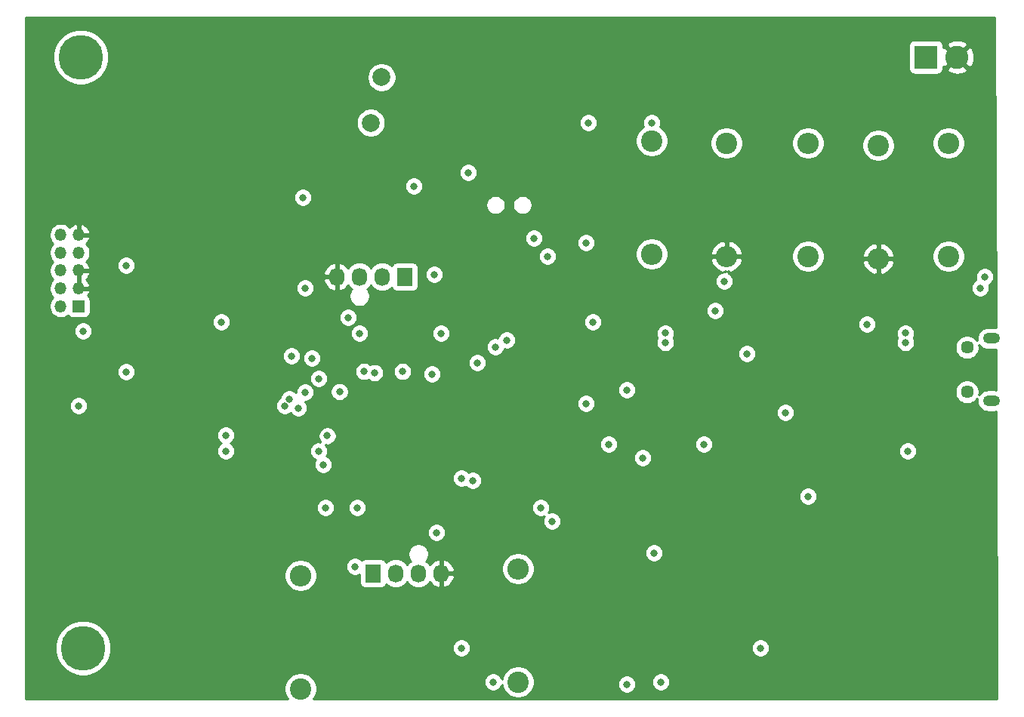
<source format=gbr>
%TF.GenerationSoftware,KiCad,Pcbnew,(5.1.6)-1*%
%TF.CreationDate,2021-02-28T15:35:06+06:00*%
%TF.ProjectId,STM32MCU + Buck Converter,53544d33-324d-4435-9520-2b204275636b,rev?*%
%TF.SameCoordinates,Original*%
%TF.FileFunction,Copper,L2,Inr*%
%TF.FilePolarity,Positive*%
%FSLAX46Y46*%
G04 Gerber Fmt 4.6, Leading zero omitted, Abs format (unit mm)*
G04 Created by KiCad (PCBNEW (5.1.6)-1) date 2021-02-28 15:35:06*
%MOMM*%
%LPD*%
G01*
G04 APERTURE LIST*
%TA.AperFunction,ViaPad*%
%ADD10C,5.000000*%
%TD*%
%TA.AperFunction,ViaPad*%
%ADD11O,1.900000X1.200000*%
%TD*%
%TA.AperFunction,ViaPad*%
%ADD12C,1.450000*%
%TD*%
%TA.AperFunction,ViaPad*%
%ADD13C,2.600000*%
%TD*%
%TA.AperFunction,ViaPad*%
%ADD14R,2.600000X2.600000*%
%TD*%
%TA.AperFunction,ViaPad*%
%ADD15O,1.350000X1.350000*%
%TD*%
%TA.AperFunction,ViaPad*%
%ADD16R,1.350000X1.350000*%
%TD*%
%TA.AperFunction,ViaPad*%
%ADD17C,2.010000*%
%TD*%
%TA.AperFunction,ViaPad*%
%ADD18O,1.730000X2.030000*%
%TD*%
%TA.AperFunction,ViaPad*%
%ADD19R,1.730000X2.030000*%
%TD*%
%TA.AperFunction,ViaPad*%
%ADD20C,2.400000*%
%TD*%
%TA.AperFunction,ViaPad*%
%ADD21O,2.400000X2.400000*%
%TD*%
%TA.AperFunction,ViaPad*%
%ADD22C,0.800000*%
%TD*%
%TA.AperFunction,Conductor*%
%ADD23C,0.254000*%
%TD*%
G04 APERTURE END LIST*
D10*
%TO.N,N/C*%
%TO.C,REF\u002A\u002A*%
X83312000Y-103886000D03*
%TD*%
%TO.N,N/C*%
%TO.C,REF\u002A\u002A*%
X83058000Y-37592000D03*
%TD*%
D11*
%TO.N,N/C*%
%TO.C,J5*%
X185133500Y-69144000D03*
X185133500Y-76144000D03*
D12*
X182433500Y-70144000D03*
X182433500Y-75144000D03*
%TD*%
D13*
%TO.N,GND*%
%TO.C,J1*%
X181300000Y-37592000D03*
D14*
%TO.N,+12V*%
X177800000Y-37592000D03*
%TD*%
D15*
%TO.N,NRST*%
%TO.C,J2*%
X80804000Y-57532000D03*
%TO.N,GND*%
X82804000Y-57532000D03*
%TO.N,Net-(J2-Pad8)*%
X80804000Y-59532000D03*
%TO.N,Net-(J2-Pad7)*%
X82804000Y-59532000D03*
%TO.N,SWD*%
X80804000Y-61532000D03*
%TO.N,GND*%
X82804000Y-61532000D03*
%TO.N,SWCLK*%
X80804000Y-63532000D03*
%TO.N,GND*%
X82804000Y-63532000D03*
%TO.N,SWDIO*%
X80804000Y-65532000D03*
D16*
%TO.N,+3V3*%
X82804000Y-65532000D03*
%TD*%
D17*
%TO.N,Net-(F1-Pad1)*%
%TO.C,F1*%
X115570000Y-44958000D03*
%TO.N,+12V*%
X116770000Y-39858000D03*
%TD*%
D18*
%TO.N,GND*%
%TO.C,J3*%
X111760000Y-62230000D03*
%TO.N,I2C1_SDA*%
X114300000Y-62230000D03*
%TO.N,I2C1_SCL*%
X116840000Y-62230000D03*
D19*
%TO.N,+3V3*%
X119380000Y-62230000D03*
%TD*%
%TO.N,+3V3*%
%TO.C,J4*%
X115824000Y-95504000D03*
D18*
%TO.N,UART3_Tx*%
X118364000Y-95504000D03*
%TO.N,UART3_Rx*%
X120904000Y-95504000D03*
%TO.N,GND*%
X123444000Y-95504000D03*
%TD*%
D20*
%TO.N,+3V3*%
%TO.C,R1*%
X132080000Y-107696000D03*
D21*
%TO.N,I2C1_SCL*%
X132080000Y-94996000D03*
%TD*%
%TO.N,I2C1_SDA*%
%TO.C,R2*%
X107696000Y-95758000D03*
D20*
%TO.N,+3V3*%
X107696000Y-108458000D03*
%TD*%
%TO.N,+3.3VA*%
%TO.C,R3*%
X147066000Y-46990000D03*
D21*
%TO.N,Buck_FB*%
X147066000Y-59690000D03*
%TD*%
%TO.N,Net-(R4-Pad2)*%
%TO.C,R4*%
X180340000Y-47244000D03*
D20*
%TO.N,Buck_FB*%
X180340000Y-59944000D03*
%TD*%
%TO.N,Net-(R4-Pad2)*%
%TO.C,R5*%
X172466000Y-47498000D03*
D21*
%TO.N,GND*%
X172466000Y-60198000D03*
%TD*%
D20*
%TO.N,Buck_IN*%
%TO.C,R6*%
X164592000Y-59944000D03*
D21*
%TO.N,Buck_EN*%
X164592000Y-47244000D03*
%TD*%
%TO.N,GND*%
%TO.C,R7*%
X155448000Y-59944000D03*
D20*
%TO.N,Buck_EN*%
X155448000Y-47244000D03*
%TD*%
D22*
%TO.N,Net-(C1-Pad1)*%
X125730000Y-103886000D03*
X146050000Y-82550000D03*
%TO.N,GND*%
X85344000Y-57404000D03*
X84582000Y-63754000D03*
X99568000Y-71120000D03*
X98806000Y-74676000D03*
X161036000Y-87630000D03*
X150622000Y-65532000D03*
X169164000Y-72644000D03*
X172466000Y-60198000D03*
X173228000Y-85598000D03*
X173482000Y-90170000D03*
X148082000Y-103886000D03*
X93218000Y-60198000D03*
X129794000Y-59690000D03*
X155448000Y-59944000D03*
X105918000Y-83566000D03*
X147320000Y-97790000D03*
X158242000Y-95504000D03*
X127762000Y-91694000D03*
X113284000Y-89154000D03*
X124460000Y-88646000D03*
X97282000Y-73406000D03*
X97536000Y-70358000D03*
X113284000Y-73660000D03*
X112268000Y-70649000D03*
X97282000Y-80010000D03*
X98806000Y-76708000D03*
X111506000Y-92202000D03*
X113284000Y-92202000D03*
X162814000Y-88392000D03*
X166116000Y-91440000D03*
%TO.N,+3V3*%
X135890000Y-89662000D03*
X157734000Y-70866000D03*
X159258000Y-103886000D03*
X129286000Y-107696000D03*
X113792000Y-94742000D03*
X107696000Y-108458000D03*
X108204000Y-63500000D03*
X126492000Y-50546000D03*
X122682000Y-61976000D03*
X110490000Y-88138000D03*
X114046000Y-88138000D03*
X109728000Y-73660000D03*
X108966000Y-71374000D03*
X83312000Y-68326000D03*
X82804000Y-76708000D03*
X127000000Y-85090000D03*
X107950000Y-53340000D03*
X120396000Y-52070000D03*
X122936000Y-90932000D03*
X164592000Y-86868000D03*
X162052000Y-77470000D03*
X130810000Y-69342000D03*
X125730000Y-84836000D03*
%TO.N,Net-(C7-Pad1)*%
X129540000Y-70104000D03*
X139700000Y-76454000D03*
X134620000Y-88138000D03*
X144272000Y-107950000D03*
X148082000Y-107696000D03*
X147320000Y-93218000D03*
%TO.N,+3.3VA*%
X147066000Y-44958000D03*
X99314000Y-81788000D03*
X109728000Y-81788000D03*
X110236000Y-83312000D03*
X139954000Y-44958000D03*
%TO.N,HSE_IN*%
X106680000Y-71120000D03*
X107442000Y-76962000D03*
%TO.N,HSE_OUT*%
X112072153Y-75125847D03*
X108204000Y-75184000D03*
X106426000Y-75946000D03*
X105918000Y-76708000D03*
%TO.N,Buck_SW*%
X140462000Y-67310000D03*
X144272000Y-74930000D03*
X152908000Y-81026000D03*
X142240000Y-81026000D03*
%TO.N,Buck_IN*%
X133858000Y-57912000D03*
X139700000Y-58420000D03*
X171196000Y-67564000D03*
X154178000Y-66040000D03*
X155194000Y-62738000D03*
%TO.N,Net-(F1-Pad1)*%
X183896000Y-63500000D03*
X175768000Y-81788000D03*
%TO.N,SWDIO*%
X98806000Y-67310000D03*
X127508000Y-71882000D03*
%TO.N,SWD*%
X123444000Y-68580000D03*
X122428000Y-73152000D03*
%TO.N,NRST*%
X88138000Y-60960000D03*
X88138000Y-72898000D03*
X99314000Y-80010000D03*
X110689108Y-80064892D03*
%TO.N,I2C1_SDA*%
X113030000Y-66802000D03*
X114808000Y-72861000D03*
%TO.N,I2C1_SCL*%
X114300000Y-68580000D03*
X119126000Y-72861000D03*
%TO.N,Buck_FB*%
X184404000Y-62230000D03*
%TO.N,BOOT0*%
X115987444Y-72999020D03*
X135382000Y-59944000D03*
%TO.N,USB_D-*%
X148590000Y-69613000D03*
X175514000Y-69613000D03*
%TO.N,USB_D+*%
X148590000Y-68563000D03*
X175514000Y-68563000D03*
%TD*%
D23*
%TO.N,GND*%
G36*
X185637704Y-67918213D02*
G01*
X185544165Y-67909000D01*
X184722835Y-67909000D01*
X184541398Y-67926870D01*
X184308599Y-67997489D01*
X184094051Y-68112167D01*
X183905998Y-68266498D01*
X183751667Y-68454551D01*
X183636989Y-68669099D01*
X183566370Y-68901898D01*
X183542525Y-69144000D01*
X183566370Y-69386102D01*
X183569383Y-69396035D01*
X183489881Y-69277051D01*
X183300449Y-69087619D01*
X183077701Y-68938784D01*
X182830197Y-68836264D01*
X182567448Y-68784000D01*
X182299552Y-68784000D01*
X182036803Y-68836264D01*
X181789299Y-68938784D01*
X181566551Y-69087619D01*
X181377119Y-69277051D01*
X181228284Y-69499799D01*
X181125764Y-69747303D01*
X181073500Y-70010052D01*
X181073500Y-70277948D01*
X181125764Y-70540697D01*
X181228284Y-70788201D01*
X181377119Y-71010949D01*
X181566551Y-71200381D01*
X181789299Y-71349216D01*
X182036803Y-71451736D01*
X182299552Y-71504000D01*
X182567448Y-71504000D01*
X182830197Y-71451736D01*
X183077701Y-71349216D01*
X183300449Y-71200381D01*
X183489881Y-71010949D01*
X183638716Y-70788201D01*
X183741236Y-70540697D01*
X183793500Y-70277948D01*
X183793500Y-70010052D01*
X183760516Y-69844232D01*
X183905998Y-70021502D01*
X184094051Y-70175833D01*
X184308599Y-70290511D01*
X184541398Y-70361130D01*
X184722835Y-70379000D01*
X185544165Y-70379000D01*
X185645713Y-70368998D01*
X185660587Y-74920467D01*
X185544165Y-74909000D01*
X184722835Y-74909000D01*
X184541398Y-74926870D01*
X184308599Y-74997489D01*
X184094051Y-75112167D01*
X183905998Y-75266498D01*
X183760516Y-75443768D01*
X183793500Y-75277948D01*
X183793500Y-75010052D01*
X183741236Y-74747303D01*
X183638716Y-74499799D01*
X183489881Y-74277051D01*
X183300449Y-74087619D01*
X183077701Y-73938784D01*
X182830197Y-73836264D01*
X182567448Y-73784000D01*
X182299552Y-73784000D01*
X182036803Y-73836264D01*
X181789299Y-73938784D01*
X181566551Y-74087619D01*
X181377119Y-74277051D01*
X181228284Y-74499799D01*
X181125764Y-74747303D01*
X181073500Y-75010052D01*
X181073500Y-75277948D01*
X181125764Y-75540697D01*
X181228284Y-75788201D01*
X181377119Y-76010949D01*
X181566551Y-76200381D01*
X181789299Y-76349216D01*
X182036803Y-76451736D01*
X182299552Y-76504000D01*
X182567448Y-76504000D01*
X182830197Y-76451736D01*
X183077701Y-76349216D01*
X183300449Y-76200381D01*
X183489881Y-76010949D01*
X183569383Y-75891965D01*
X183566370Y-75901898D01*
X183542525Y-76144000D01*
X183566370Y-76386102D01*
X183636989Y-76618901D01*
X183751667Y-76833449D01*
X183905998Y-77021502D01*
X184094051Y-77175833D01*
X184308599Y-77290511D01*
X184541398Y-77361130D01*
X184722835Y-77379000D01*
X185544165Y-77379000D01*
X185668581Y-77366746D01*
X185773840Y-109576000D01*
X109155912Y-109576000D01*
X109322156Y-109327199D01*
X109460482Y-108993250D01*
X109531000Y-108638732D01*
X109531000Y-108277268D01*
X109460482Y-107922750D01*
X109324335Y-107594061D01*
X128251000Y-107594061D01*
X128251000Y-107797939D01*
X128290774Y-107997898D01*
X128368795Y-108186256D01*
X128482063Y-108355774D01*
X128626226Y-108499937D01*
X128795744Y-108613205D01*
X128984102Y-108691226D01*
X129184061Y-108731000D01*
X129387939Y-108731000D01*
X129587898Y-108691226D01*
X129776256Y-108613205D01*
X129945774Y-108499937D01*
X130089937Y-108355774D01*
X130203205Y-108186256D01*
X130273035Y-108017673D01*
X130315518Y-108231250D01*
X130453844Y-108565199D01*
X130654662Y-108865744D01*
X130910256Y-109121338D01*
X131210801Y-109322156D01*
X131544750Y-109460482D01*
X131899268Y-109531000D01*
X132260732Y-109531000D01*
X132615250Y-109460482D01*
X132949199Y-109322156D01*
X133249744Y-109121338D01*
X133505338Y-108865744D01*
X133706156Y-108565199D01*
X133844482Y-108231250D01*
X133915000Y-107876732D01*
X133915000Y-107848061D01*
X143237000Y-107848061D01*
X143237000Y-108051939D01*
X143276774Y-108251898D01*
X143354795Y-108440256D01*
X143468063Y-108609774D01*
X143612226Y-108753937D01*
X143781744Y-108867205D01*
X143970102Y-108945226D01*
X144170061Y-108985000D01*
X144373939Y-108985000D01*
X144573898Y-108945226D01*
X144762256Y-108867205D01*
X144931774Y-108753937D01*
X145075937Y-108609774D01*
X145189205Y-108440256D01*
X145267226Y-108251898D01*
X145307000Y-108051939D01*
X145307000Y-107848061D01*
X145267226Y-107648102D01*
X145244842Y-107594061D01*
X147047000Y-107594061D01*
X147047000Y-107797939D01*
X147086774Y-107997898D01*
X147164795Y-108186256D01*
X147278063Y-108355774D01*
X147422226Y-108499937D01*
X147591744Y-108613205D01*
X147780102Y-108691226D01*
X147980061Y-108731000D01*
X148183939Y-108731000D01*
X148383898Y-108691226D01*
X148572256Y-108613205D01*
X148741774Y-108499937D01*
X148885937Y-108355774D01*
X148999205Y-108186256D01*
X149077226Y-107997898D01*
X149117000Y-107797939D01*
X149117000Y-107594061D01*
X149077226Y-107394102D01*
X148999205Y-107205744D01*
X148885937Y-107036226D01*
X148741774Y-106892063D01*
X148572256Y-106778795D01*
X148383898Y-106700774D01*
X148183939Y-106661000D01*
X147980061Y-106661000D01*
X147780102Y-106700774D01*
X147591744Y-106778795D01*
X147422226Y-106892063D01*
X147278063Y-107036226D01*
X147164795Y-107205744D01*
X147086774Y-107394102D01*
X147047000Y-107594061D01*
X145244842Y-107594061D01*
X145189205Y-107459744D01*
X145075937Y-107290226D01*
X144931774Y-107146063D01*
X144762256Y-107032795D01*
X144573898Y-106954774D01*
X144373939Y-106915000D01*
X144170061Y-106915000D01*
X143970102Y-106954774D01*
X143781744Y-107032795D01*
X143612226Y-107146063D01*
X143468063Y-107290226D01*
X143354795Y-107459744D01*
X143276774Y-107648102D01*
X143237000Y-107848061D01*
X133915000Y-107848061D01*
X133915000Y-107515268D01*
X133844482Y-107160750D01*
X133706156Y-106826801D01*
X133505338Y-106526256D01*
X133249744Y-106270662D01*
X132949199Y-106069844D01*
X132615250Y-105931518D01*
X132260732Y-105861000D01*
X131899268Y-105861000D01*
X131544750Y-105931518D01*
X131210801Y-106069844D01*
X130910256Y-106270662D01*
X130654662Y-106526256D01*
X130453844Y-106826801D01*
X130315518Y-107160750D01*
X130273035Y-107374327D01*
X130203205Y-107205744D01*
X130089937Y-107036226D01*
X129945774Y-106892063D01*
X129776256Y-106778795D01*
X129587898Y-106700774D01*
X129387939Y-106661000D01*
X129184061Y-106661000D01*
X128984102Y-106700774D01*
X128795744Y-106778795D01*
X128626226Y-106892063D01*
X128482063Y-107036226D01*
X128368795Y-107205744D01*
X128290774Y-107394102D01*
X128251000Y-107594061D01*
X109324335Y-107594061D01*
X109322156Y-107588801D01*
X109121338Y-107288256D01*
X108865744Y-107032662D01*
X108565199Y-106831844D01*
X108231250Y-106693518D01*
X107876732Y-106623000D01*
X107515268Y-106623000D01*
X107160750Y-106693518D01*
X106826801Y-106831844D01*
X106526256Y-107032662D01*
X106270662Y-107288256D01*
X106069844Y-107588801D01*
X105931518Y-107922750D01*
X105861000Y-108277268D01*
X105861000Y-108638732D01*
X105931518Y-108993250D01*
X106069844Y-109327199D01*
X106236088Y-109576000D01*
X76860000Y-109576000D01*
X76860000Y-103577229D01*
X80177000Y-103577229D01*
X80177000Y-104194771D01*
X80297476Y-104800446D01*
X80533799Y-105370979D01*
X80876886Y-105884446D01*
X81313554Y-106321114D01*
X81827021Y-106664201D01*
X82397554Y-106900524D01*
X83003229Y-107021000D01*
X83620771Y-107021000D01*
X84226446Y-106900524D01*
X84796979Y-106664201D01*
X85310446Y-106321114D01*
X85747114Y-105884446D01*
X86090201Y-105370979D01*
X86326524Y-104800446D01*
X86447000Y-104194771D01*
X86447000Y-103784061D01*
X124695000Y-103784061D01*
X124695000Y-103987939D01*
X124734774Y-104187898D01*
X124812795Y-104376256D01*
X124926063Y-104545774D01*
X125070226Y-104689937D01*
X125239744Y-104803205D01*
X125428102Y-104881226D01*
X125628061Y-104921000D01*
X125831939Y-104921000D01*
X126031898Y-104881226D01*
X126220256Y-104803205D01*
X126389774Y-104689937D01*
X126533937Y-104545774D01*
X126647205Y-104376256D01*
X126725226Y-104187898D01*
X126765000Y-103987939D01*
X126765000Y-103784061D01*
X158223000Y-103784061D01*
X158223000Y-103987939D01*
X158262774Y-104187898D01*
X158340795Y-104376256D01*
X158454063Y-104545774D01*
X158598226Y-104689937D01*
X158767744Y-104803205D01*
X158956102Y-104881226D01*
X159156061Y-104921000D01*
X159359939Y-104921000D01*
X159559898Y-104881226D01*
X159748256Y-104803205D01*
X159917774Y-104689937D01*
X160061937Y-104545774D01*
X160175205Y-104376256D01*
X160253226Y-104187898D01*
X160293000Y-103987939D01*
X160293000Y-103784061D01*
X160253226Y-103584102D01*
X160175205Y-103395744D01*
X160061937Y-103226226D01*
X159917774Y-103082063D01*
X159748256Y-102968795D01*
X159559898Y-102890774D01*
X159359939Y-102851000D01*
X159156061Y-102851000D01*
X158956102Y-102890774D01*
X158767744Y-102968795D01*
X158598226Y-103082063D01*
X158454063Y-103226226D01*
X158340795Y-103395744D01*
X158262774Y-103584102D01*
X158223000Y-103784061D01*
X126765000Y-103784061D01*
X126725226Y-103584102D01*
X126647205Y-103395744D01*
X126533937Y-103226226D01*
X126389774Y-103082063D01*
X126220256Y-102968795D01*
X126031898Y-102890774D01*
X125831939Y-102851000D01*
X125628061Y-102851000D01*
X125428102Y-102890774D01*
X125239744Y-102968795D01*
X125070226Y-103082063D01*
X124926063Y-103226226D01*
X124812795Y-103395744D01*
X124734774Y-103584102D01*
X124695000Y-103784061D01*
X86447000Y-103784061D01*
X86447000Y-103577229D01*
X86326524Y-102971554D01*
X86090201Y-102401021D01*
X85747114Y-101887554D01*
X85310446Y-101450886D01*
X84796979Y-101107799D01*
X84226446Y-100871476D01*
X83620771Y-100751000D01*
X83003229Y-100751000D01*
X82397554Y-100871476D01*
X81827021Y-101107799D01*
X81313554Y-101450886D01*
X80876886Y-101887554D01*
X80533799Y-102401021D01*
X80297476Y-102971554D01*
X80177000Y-103577229D01*
X76860000Y-103577229D01*
X76860000Y-95577268D01*
X105861000Y-95577268D01*
X105861000Y-95938732D01*
X105931518Y-96293250D01*
X106069844Y-96627199D01*
X106270662Y-96927744D01*
X106526256Y-97183338D01*
X106826801Y-97384156D01*
X107160750Y-97522482D01*
X107515268Y-97593000D01*
X107876732Y-97593000D01*
X108231250Y-97522482D01*
X108565199Y-97384156D01*
X108865744Y-97183338D01*
X109121338Y-96927744D01*
X109322156Y-96627199D01*
X109460482Y-96293250D01*
X109531000Y-95938732D01*
X109531000Y-95577268D01*
X109460482Y-95222750D01*
X109322156Y-94888801D01*
X109155954Y-94640061D01*
X112757000Y-94640061D01*
X112757000Y-94843939D01*
X112796774Y-95043898D01*
X112874795Y-95232256D01*
X112988063Y-95401774D01*
X113132226Y-95545937D01*
X113301744Y-95659205D01*
X113490102Y-95737226D01*
X113690061Y-95777000D01*
X113893939Y-95777000D01*
X114093898Y-95737226D01*
X114282256Y-95659205D01*
X114320928Y-95633365D01*
X114320928Y-96519000D01*
X114333188Y-96643482D01*
X114369498Y-96763180D01*
X114428463Y-96873494D01*
X114507815Y-96970185D01*
X114604506Y-97049537D01*
X114714820Y-97108502D01*
X114834518Y-97144812D01*
X114959000Y-97157072D01*
X116689000Y-97157072D01*
X116813482Y-97144812D01*
X116933180Y-97108502D01*
X117043494Y-97049537D01*
X117140185Y-96970185D01*
X117219537Y-96873494D01*
X117278502Y-96763180D01*
X117293430Y-96713970D01*
X117298208Y-96719792D01*
X117526614Y-96907238D01*
X117787199Y-97046524D01*
X118069950Y-97132295D01*
X118364000Y-97161257D01*
X118658051Y-97132295D01*
X118940802Y-97046524D01*
X119201387Y-96907238D01*
X119429792Y-96719792D01*
X119617238Y-96491387D01*
X119634000Y-96460028D01*
X119650762Y-96491387D01*
X119838208Y-96719792D01*
X120066614Y-96907238D01*
X120327199Y-97046524D01*
X120609950Y-97132295D01*
X120904000Y-97161257D01*
X121198051Y-97132295D01*
X121480802Y-97046524D01*
X121741387Y-96907238D01*
X121969792Y-96719792D01*
X122157238Y-96491387D01*
X122177598Y-96453296D01*
X122326190Y-96655972D01*
X122543143Y-96854793D01*
X122794716Y-97007469D01*
X123071241Y-97108131D01*
X123084754Y-97110346D01*
X123317000Y-96989224D01*
X123317000Y-95631000D01*
X123571000Y-95631000D01*
X123571000Y-96989224D01*
X123803246Y-97110346D01*
X123816759Y-97108131D01*
X124093284Y-97007469D01*
X124344857Y-96854793D01*
X124561810Y-96655972D01*
X124735807Y-96418645D01*
X124860160Y-96151934D01*
X124930091Y-95866087D01*
X124786222Y-95631000D01*
X123571000Y-95631000D01*
X123317000Y-95631000D01*
X123297000Y-95631000D01*
X123297000Y-95377000D01*
X123317000Y-95377000D01*
X123317000Y-94018776D01*
X123571000Y-94018776D01*
X123571000Y-95377000D01*
X124786222Y-95377000D01*
X124930091Y-95141913D01*
X124860160Y-94856066D01*
X124841139Y-94815268D01*
X130245000Y-94815268D01*
X130245000Y-95176732D01*
X130315518Y-95531250D01*
X130453844Y-95865199D01*
X130654662Y-96165744D01*
X130910256Y-96421338D01*
X131210801Y-96622156D01*
X131544750Y-96760482D01*
X131899268Y-96831000D01*
X132260732Y-96831000D01*
X132615250Y-96760482D01*
X132949199Y-96622156D01*
X133249744Y-96421338D01*
X133505338Y-96165744D01*
X133706156Y-95865199D01*
X133844482Y-95531250D01*
X133915000Y-95176732D01*
X133915000Y-94815268D01*
X133844482Y-94460750D01*
X133706156Y-94126801D01*
X133505338Y-93826256D01*
X133249744Y-93570662D01*
X132949199Y-93369844D01*
X132615250Y-93231518D01*
X132260732Y-93161000D01*
X131899268Y-93161000D01*
X131544750Y-93231518D01*
X131210801Y-93369844D01*
X130910256Y-93570662D01*
X130654662Y-93826256D01*
X130453844Y-94126801D01*
X130315518Y-94460750D01*
X130245000Y-94815268D01*
X124841139Y-94815268D01*
X124735807Y-94589355D01*
X124561810Y-94352028D01*
X124344857Y-94153207D01*
X124093284Y-94000531D01*
X123816759Y-93899869D01*
X123803246Y-93897654D01*
X123571000Y-94018776D01*
X123317000Y-94018776D01*
X123084754Y-93897654D01*
X123071241Y-93899869D01*
X122794716Y-94000531D01*
X122543143Y-94153207D01*
X122326190Y-94352028D01*
X122177598Y-94554703D01*
X122157238Y-94516613D01*
X121969792Y-94288208D01*
X121786257Y-94137587D01*
X121824450Y-94099394D01*
X121954134Y-93905308D01*
X122043461Y-93689652D01*
X122089000Y-93460712D01*
X122089000Y-93227288D01*
X122066876Y-93116061D01*
X146285000Y-93116061D01*
X146285000Y-93319939D01*
X146324774Y-93519898D01*
X146402795Y-93708256D01*
X146516063Y-93877774D01*
X146660226Y-94021937D01*
X146829744Y-94135205D01*
X147018102Y-94213226D01*
X147218061Y-94253000D01*
X147421939Y-94253000D01*
X147621898Y-94213226D01*
X147810256Y-94135205D01*
X147979774Y-94021937D01*
X148123937Y-93877774D01*
X148237205Y-93708256D01*
X148315226Y-93519898D01*
X148355000Y-93319939D01*
X148355000Y-93116061D01*
X148315226Y-92916102D01*
X148237205Y-92727744D01*
X148123937Y-92558226D01*
X147979774Y-92414063D01*
X147810256Y-92300795D01*
X147621898Y-92222774D01*
X147421939Y-92183000D01*
X147218061Y-92183000D01*
X147018102Y-92222774D01*
X146829744Y-92300795D01*
X146660226Y-92414063D01*
X146516063Y-92558226D01*
X146402795Y-92727744D01*
X146324774Y-92916102D01*
X146285000Y-93116061D01*
X122066876Y-93116061D01*
X122043461Y-92998348D01*
X121954134Y-92782692D01*
X121824450Y-92588606D01*
X121659394Y-92423550D01*
X121465308Y-92293866D01*
X121249652Y-92204539D01*
X121020712Y-92159000D01*
X120787288Y-92159000D01*
X120558348Y-92204539D01*
X120342692Y-92293866D01*
X120148606Y-92423550D01*
X119983550Y-92588606D01*
X119853866Y-92782692D01*
X119764539Y-92998348D01*
X119719000Y-93227288D01*
X119719000Y-93460712D01*
X119764539Y-93689652D01*
X119853866Y-93905308D01*
X119983550Y-94099394D01*
X120021742Y-94137586D01*
X119838208Y-94288208D01*
X119650762Y-94516614D01*
X119634000Y-94547973D01*
X119617238Y-94516613D01*
X119429792Y-94288208D01*
X119201386Y-94100762D01*
X118940801Y-93961476D01*
X118658050Y-93875705D01*
X118364000Y-93846743D01*
X118069949Y-93875705D01*
X117787198Y-93961476D01*
X117526613Y-94100762D01*
X117298208Y-94288208D01*
X117293430Y-94294030D01*
X117278502Y-94244820D01*
X117219537Y-94134506D01*
X117140185Y-94037815D01*
X117043494Y-93958463D01*
X116933180Y-93899498D01*
X116813482Y-93863188D01*
X116689000Y-93850928D01*
X114959000Y-93850928D01*
X114834518Y-93863188D01*
X114714820Y-93899498D01*
X114604506Y-93958463D01*
X114531823Y-94018112D01*
X114451774Y-93938063D01*
X114282256Y-93824795D01*
X114093898Y-93746774D01*
X113893939Y-93707000D01*
X113690061Y-93707000D01*
X113490102Y-93746774D01*
X113301744Y-93824795D01*
X113132226Y-93938063D01*
X112988063Y-94082226D01*
X112874795Y-94251744D01*
X112796774Y-94440102D01*
X112757000Y-94640061D01*
X109155954Y-94640061D01*
X109121338Y-94588256D01*
X108865744Y-94332662D01*
X108565199Y-94131844D01*
X108231250Y-93993518D01*
X107876732Y-93923000D01*
X107515268Y-93923000D01*
X107160750Y-93993518D01*
X106826801Y-94131844D01*
X106526256Y-94332662D01*
X106270662Y-94588256D01*
X106069844Y-94888801D01*
X105931518Y-95222750D01*
X105861000Y-95577268D01*
X76860000Y-95577268D01*
X76860000Y-90830061D01*
X121901000Y-90830061D01*
X121901000Y-91033939D01*
X121940774Y-91233898D01*
X122018795Y-91422256D01*
X122132063Y-91591774D01*
X122276226Y-91735937D01*
X122445744Y-91849205D01*
X122634102Y-91927226D01*
X122834061Y-91967000D01*
X123037939Y-91967000D01*
X123237898Y-91927226D01*
X123426256Y-91849205D01*
X123595774Y-91735937D01*
X123739937Y-91591774D01*
X123853205Y-91422256D01*
X123931226Y-91233898D01*
X123971000Y-91033939D01*
X123971000Y-90830061D01*
X123931226Y-90630102D01*
X123853205Y-90441744D01*
X123739937Y-90272226D01*
X123595774Y-90128063D01*
X123426256Y-90014795D01*
X123237898Y-89936774D01*
X123037939Y-89897000D01*
X122834061Y-89897000D01*
X122634102Y-89936774D01*
X122445744Y-90014795D01*
X122276226Y-90128063D01*
X122132063Y-90272226D01*
X122018795Y-90441744D01*
X121940774Y-90630102D01*
X121901000Y-90830061D01*
X76860000Y-90830061D01*
X76860000Y-88036061D01*
X109455000Y-88036061D01*
X109455000Y-88239939D01*
X109494774Y-88439898D01*
X109572795Y-88628256D01*
X109686063Y-88797774D01*
X109830226Y-88941937D01*
X109999744Y-89055205D01*
X110188102Y-89133226D01*
X110388061Y-89173000D01*
X110591939Y-89173000D01*
X110791898Y-89133226D01*
X110980256Y-89055205D01*
X111149774Y-88941937D01*
X111293937Y-88797774D01*
X111407205Y-88628256D01*
X111485226Y-88439898D01*
X111525000Y-88239939D01*
X111525000Y-88036061D01*
X113011000Y-88036061D01*
X113011000Y-88239939D01*
X113050774Y-88439898D01*
X113128795Y-88628256D01*
X113242063Y-88797774D01*
X113386226Y-88941937D01*
X113555744Y-89055205D01*
X113744102Y-89133226D01*
X113944061Y-89173000D01*
X114147939Y-89173000D01*
X114347898Y-89133226D01*
X114536256Y-89055205D01*
X114705774Y-88941937D01*
X114849937Y-88797774D01*
X114963205Y-88628256D01*
X115041226Y-88439898D01*
X115081000Y-88239939D01*
X115081000Y-88036061D01*
X133585000Y-88036061D01*
X133585000Y-88239939D01*
X133624774Y-88439898D01*
X133702795Y-88628256D01*
X133816063Y-88797774D01*
X133960226Y-88941937D01*
X134129744Y-89055205D01*
X134318102Y-89133226D01*
X134518061Y-89173000D01*
X134721939Y-89173000D01*
X134921898Y-89133226D01*
X135027859Y-89089335D01*
X134972795Y-89171744D01*
X134894774Y-89360102D01*
X134855000Y-89560061D01*
X134855000Y-89763939D01*
X134894774Y-89963898D01*
X134972795Y-90152256D01*
X135086063Y-90321774D01*
X135230226Y-90465937D01*
X135399744Y-90579205D01*
X135588102Y-90657226D01*
X135788061Y-90697000D01*
X135991939Y-90697000D01*
X136191898Y-90657226D01*
X136380256Y-90579205D01*
X136549774Y-90465937D01*
X136693937Y-90321774D01*
X136807205Y-90152256D01*
X136885226Y-89963898D01*
X136925000Y-89763939D01*
X136925000Y-89560061D01*
X136885226Y-89360102D01*
X136807205Y-89171744D01*
X136693937Y-89002226D01*
X136549774Y-88858063D01*
X136380256Y-88744795D01*
X136191898Y-88666774D01*
X135991939Y-88627000D01*
X135788061Y-88627000D01*
X135588102Y-88666774D01*
X135482141Y-88710665D01*
X135537205Y-88628256D01*
X135615226Y-88439898D01*
X135655000Y-88239939D01*
X135655000Y-88036061D01*
X135615226Y-87836102D01*
X135537205Y-87647744D01*
X135423937Y-87478226D01*
X135279774Y-87334063D01*
X135110256Y-87220795D01*
X134921898Y-87142774D01*
X134721939Y-87103000D01*
X134518061Y-87103000D01*
X134318102Y-87142774D01*
X134129744Y-87220795D01*
X133960226Y-87334063D01*
X133816063Y-87478226D01*
X133702795Y-87647744D01*
X133624774Y-87836102D01*
X133585000Y-88036061D01*
X115081000Y-88036061D01*
X115041226Y-87836102D01*
X114963205Y-87647744D01*
X114849937Y-87478226D01*
X114705774Y-87334063D01*
X114536256Y-87220795D01*
X114347898Y-87142774D01*
X114147939Y-87103000D01*
X113944061Y-87103000D01*
X113744102Y-87142774D01*
X113555744Y-87220795D01*
X113386226Y-87334063D01*
X113242063Y-87478226D01*
X113128795Y-87647744D01*
X113050774Y-87836102D01*
X113011000Y-88036061D01*
X111525000Y-88036061D01*
X111485226Y-87836102D01*
X111407205Y-87647744D01*
X111293937Y-87478226D01*
X111149774Y-87334063D01*
X110980256Y-87220795D01*
X110791898Y-87142774D01*
X110591939Y-87103000D01*
X110388061Y-87103000D01*
X110188102Y-87142774D01*
X109999744Y-87220795D01*
X109830226Y-87334063D01*
X109686063Y-87478226D01*
X109572795Y-87647744D01*
X109494774Y-87836102D01*
X109455000Y-88036061D01*
X76860000Y-88036061D01*
X76860000Y-86766061D01*
X163557000Y-86766061D01*
X163557000Y-86969939D01*
X163596774Y-87169898D01*
X163674795Y-87358256D01*
X163788063Y-87527774D01*
X163932226Y-87671937D01*
X164101744Y-87785205D01*
X164290102Y-87863226D01*
X164490061Y-87903000D01*
X164693939Y-87903000D01*
X164893898Y-87863226D01*
X165082256Y-87785205D01*
X165251774Y-87671937D01*
X165395937Y-87527774D01*
X165509205Y-87358256D01*
X165587226Y-87169898D01*
X165627000Y-86969939D01*
X165627000Y-86766061D01*
X165587226Y-86566102D01*
X165509205Y-86377744D01*
X165395937Y-86208226D01*
X165251774Y-86064063D01*
X165082256Y-85950795D01*
X164893898Y-85872774D01*
X164693939Y-85833000D01*
X164490061Y-85833000D01*
X164290102Y-85872774D01*
X164101744Y-85950795D01*
X163932226Y-86064063D01*
X163788063Y-86208226D01*
X163674795Y-86377744D01*
X163596774Y-86566102D01*
X163557000Y-86766061D01*
X76860000Y-86766061D01*
X76860000Y-84734061D01*
X124695000Y-84734061D01*
X124695000Y-84937939D01*
X124734774Y-85137898D01*
X124812795Y-85326256D01*
X124926063Y-85495774D01*
X125070226Y-85639937D01*
X125239744Y-85753205D01*
X125428102Y-85831226D01*
X125628061Y-85871000D01*
X125831939Y-85871000D01*
X126031898Y-85831226D01*
X126205575Y-85759286D01*
X126340226Y-85893937D01*
X126509744Y-86007205D01*
X126698102Y-86085226D01*
X126898061Y-86125000D01*
X127101939Y-86125000D01*
X127301898Y-86085226D01*
X127490256Y-86007205D01*
X127659774Y-85893937D01*
X127803937Y-85749774D01*
X127917205Y-85580256D01*
X127995226Y-85391898D01*
X128035000Y-85191939D01*
X128035000Y-84988061D01*
X127995226Y-84788102D01*
X127917205Y-84599744D01*
X127803937Y-84430226D01*
X127659774Y-84286063D01*
X127490256Y-84172795D01*
X127301898Y-84094774D01*
X127101939Y-84055000D01*
X126898061Y-84055000D01*
X126698102Y-84094774D01*
X126524425Y-84166714D01*
X126389774Y-84032063D01*
X126220256Y-83918795D01*
X126031898Y-83840774D01*
X125831939Y-83801000D01*
X125628061Y-83801000D01*
X125428102Y-83840774D01*
X125239744Y-83918795D01*
X125070226Y-84032063D01*
X124926063Y-84176226D01*
X124812795Y-84345744D01*
X124734774Y-84534102D01*
X124695000Y-84734061D01*
X76860000Y-84734061D01*
X76860000Y-79908061D01*
X98279000Y-79908061D01*
X98279000Y-80111939D01*
X98318774Y-80311898D01*
X98396795Y-80500256D01*
X98510063Y-80669774D01*
X98654226Y-80813937D01*
X98781532Y-80899000D01*
X98654226Y-80984063D01*
X98510063Y-81128226D01*
X98396795Y-81297744D01*
X98318774Y-81486102D01*
X98279000Y-81686061D01*
X98279000Y-81889939D01*
X98318774Y-82089898D01*
X98396795Y-82278256D01*
X98510063Y-82447774D01*
X98654226Y-82591937D01*
X98823744Y-82705205D01*
X99012102Y-82783226D01*
X99212061Y-82823000D01*
X99415939Y-82823000D01*
X99615898Y-82783226D01*
X99804256Y-82705205D01*
X99973774Y-82591937D01*
X100117937Y-82447774D01*
X100231205Y-82278256D01*
X100309226Y-82089898D01*
X100349000Y-81889939D01*
X100349000Y-81686061D01*
X108693000Y-81686061D01*
X108693000Y-81889939D01*
X108732774Y-82089898D01*
X108810795Y-82278256D01*
X108924063Y-82447774D01*
X109068226Y-82591937D01*
X109237744Y-82705205D01*
X109362214Y-82756763D01*
X109318795Y-82821744D01*
X109240774Y-83010102D01*
X109201000Y-83210061D01*
X109201000Y-83413939D01*
X109240774Y-83613898D01*
X109318795Y-83802256D01*
X109432063Y-83971774D01*
X109576226Y-84115937D01*
X109745744Y-84229205D01*
X109934102Y-84307226D01*
X110134061Y-84347000D01*
X110337939Y-84347000D01*
X110537898Y-84307226D01*
X110726256Y-84229205D01*
X110895774Y-84115937D01*
X111039937Y-83971774D01*
X111153205Y-83802256D01*
X111231226Y-83613898D01*
X111271000Y-83413939D01*
X111271000Y-83210061D01*
X111231226Y-83010102D01*
X111153205Y-82821744D01*
X111039937Y-82652226D01*
X110895774Y-82508063D01*
X110805975Y-82448061D01*
X145015000Y-82448061D01*
X145015000Y-82651939D01*
X145054774Y-82851898D01*
X145132795Y-83040256D01*
X145246063Y-83209774D01*
X145390226Y-83353937D01*
X145559744Y-83467205D01*
X145748102Y-83545226D01*
X145948061Y-83585000D01*
X146151939Y-83585000D01*
X146351898Y-83545226D01*
X146540256Y-83467205D01*
X146709774Y-83353937D01*
X146853937Y-83209774D01*
X146967205Y-83040256D01*
X147045226Y-82851898D01*
X147085000Y-82651939D01*
X147085000Y-82448061D01*
X147045226Y-82248102D01*
X146967205Y-82059744D01*
X146853937Y-81890226D01*
X146709774Y-81746063D01*
X146540256Y-81632795D01*
X146351898Y-81554774D01*
X146151939Y-81515000D01*
X145948061Y-81515000D01*
X145748102Y-81554774D01*
X145559744Y-81632795D01*
X145390226Y-81746063D01*
X145246063Y-81890226D01*
X145132795Y-82059744D01*
X145054774Y-82248102D01*
X145015000Y-82448061D01*
X110805975Y-82448061D01*
X110726256Y-82394795D01*
X110601786Y-82343237D01*
X110645205Y-82278256D01*
X110723226Y-82089898D01*
X110763000Y-81889939D01*
X110763000Y-81686061D01*
X110723226Y-81486102D01*
X110645205Y-81297744D01*
X110531937Y-81128226D01*
X110482854Y-81079143D01*
X110587169Y-81099892D01*
X110791047Y-81099892D01*
X110991006Y-81060118D01*
X111179364Y-80982097D01*
X111266221Y-80924061D01*
X141205000Y-80924061D01*
X141205000Y-81127939D01*
X141244774Y-81327898D01*
X141322795Y-81516256D01*
X141436063Y-81685774D01*
X141580226Y-81829937D01*
X141749744Y-81943205D01*
X141938102Y-82021226D01*
X142138061Y-82061000D01*
X142341939Y-82061000D01*
X142541898Y-82021226D01*
X142730256Y-81943205D01*
X142899774Y-81829937D01*
X143043937Y-81685774D01*
X143157205Y-81516256D01*
X143235226Y-81327898D01*
X143275000Y-81127939D01*
X143275000Y-80924061D01*
X151873000Y-80924061D01*
X151873000Y-81127939D01*
X151912774Y-81327898D01*
X151990795Y-81516256D01*
X152104063Y-81685774D01*
X152248226Y-81829937D01*
X152417744Y-81943205D01*
X152606102Y-82021226D01*
X152806061Y-82061000D01*
X153009939Y-82061000D01*
X153209898Y-82021226D01*
X153398256Y-81943205D01*
X153567774Y-81829937D01*
X153711650Y-81686061D01*
X174733000Y-81686061D01*
X174733000Y-81889939D01*
X174772774Y-82089898D01*
X174850795Y-82278256D01*
X174964063Y-82447774D01*
X175108226Y-82591937D01*
X175277744Y-82705205D01*
X175466102Y-82783226D01*
X175666061Y-82823000D01*
X175869939Y-82823000D01*
X176069898Y-82783226D01*
X176258256Y-82705205D01*
X176427774Y-82591937D01*
X176571937Y-82447774D01*
X176685205Y-82278256D01*
X176763226Y-82089898D01*
X176803000Y-81889939D01*
X176803000Y-81686061D01*
X176763226Y-81486102D01*
X176685205Y-81297744D01*
X176571937Y-81128226D01*
X176427774Y-80984063D01*
X176258256Y-80870795D01*
X176069898Y-80792774D01*
X175869939Y-80753000D01*
X175666061Y-80753000D01*
X175466102Y-80792774D01*
X175277744Y-80870795D01*
X175108226Y-80984063D01*
X174964063Y-81128226D01*
X174850795Y-81297744D01*
X174772774Y-81486102D01*
X174733000Y-81686061D01*
X153711650Y-81686061D01*
X153711937Y-81685774D01*
X153825205Y-81516256D01*
X153903226Y-81327898D01*
X153943000Y-81127939D01*
X153943000Y-80924061D01*
X153903226Y-80724102D01*
X153825205Y-80535744D01*
X153711937Y-80366226D01*
X153567774Y-80222063D01*
X153398256Y-80108795D01*
X153209898Y-80030774D01*
X153009939Y-79991000D01*
X152806061Y-79991000D01*
X152606102Y-80030774D01*
X152417744Y-80108795D01*
X152248226Y-80222063D01*
X152104063Y-80366226D01*
X151990795Y-80535744D01*
X151912774Y-80724102D01*
X151873000Y-80924061D01*
X143275000Y-80924061D01*
X143235226Y-80724102D01*
X143157205Y-80535744D01*
X143043937Y-80366226D01*
X142899774Y-80222063D01*
X142730256Y-80108795D01*
X142541898Y-80030774D01*
X142341939Y-79991000D01*
X142138061Y-79991000D01*
X141938102Y-80030774D01*
X141749744Y-80108795D01*
X141580226Y-80222063D01*
X141436063Y-80366226D01*
X141322795Y-80535744D01*
X141244774Y-80724102D01*
X141205000Y-80924061D01*
X111266221Y-80924061D01*
X111348882Y-80868829D01*
X111493045Y-80724666D01*
X111606313Y-80555148D01*
X111684334Y-80366790D01*
X111724108Y-80166831D01*
X111724108Y-79962953D01*
X111684334Y-79762994D01*
X111606313Y-79574636D01*
X111493045Y-79405118D01*
X111348882Y-79260955D01*
X111179364Y-79147687D01*
X110991006Y-79069666D01*
X110791047Y-79029892D01*
X110587169Y-79029892D01*
X110387210Y-79069666D01*
X110198852Y-79147687D01*
X110029334Y-79260955D01*
X109885171Y-79405118D01*
X109771903Y-79574636D01*
X109693882Y-79762994D01*
X109654108Y-79962953D01*
X109654108Y-80166831D01*
X109693882Y-80366790D01*
X109771903Y-80555148D01*
X109885171Y-80724666D01*
X109934254Y-80773749D01*
X109829939Y-80753000D01*
X109626061Y-80753000D01*
X109426102Y-80792774D01*
X109237744Y-80870795D01*
X109068226Y-80984063D01*
X108924063Y-81128226D01*
X108810795Y-81297744D01*
X108732774Y-81486102D01*
X108693000Y-81686061D01*
X100349000Y-81686061D01*
X100309226Y-81486102D01*
X100231205Y-81297744D01*
X100117937Y-81128226D01*
X99973774Y-80984063D01*
X99846468Y-80899000D01*
X99973774Y-80813937D01*
X100117937Y-80669774D01*
X100231205Y-80500256D01*
X100309226Y-80311898D01*
X100349000Y-80111939D01*
X100349000Y-79908061D01*
X100309226Y-79708102D01*
X100231205Y-79519744D01*
X100117937Y-79350226D01*
X99973774Y-79206063D01*
X99804256Y-79092795D01*
X99615898Y-79014774D01*
X99415939Y-78975000D01*
X99212061Y-78975000D01*
X99012102Y-79014774D01*
X98823744Y-79092795D01*
X98654226Y-79206063D01*
X98510063Y-79350226D01*
X98396795Y-79519744D01*
X98318774Y-79708102D01*
X98279000Y-79908061D01*
X76860000Y-79908061D01*
X76860000Y-76606061D01*
X81769000Y-76606061D01*
X81769000Y-76809939D01*
X81808774Y-77009898D01*
X81886795Y-77198256D01*
X82000063Y-77367774D01*
X82144226Y-77511937D01*
X82313744Y-77625205D01*
X82502102Y-77703226D01*
X82702061Y-77743000D01*
X82905939Y-77743000D01*
X83105898Y-77703226D01*
X83294256Y-77625205D01*
X83463774Y-77511937D01*
X83607937Y-77367774D01*
X83721205Y-77198256D01*
X83799226Y-77009898D01*
X83839000Y-76809939D01*
X83839000Y-76606061D01*
X104883000Y-76606061D01*
X104883000Y-76809939D01*
X104922774Y-77009898D01*
X105000795Y-77198256D01*
X105114063Y-77367774D01*
X105258226Y-77511937D01*
X105427744Y-77625205D01*
X105616102Y-77703226D01*
X105816061Y-77743000D01*
X106019939Y-77743000D01*
X106219898Y-77703226D01*
X106408256Y-77625205D01*
X106568716Y-77517989D01*
X106638063Y-77621774D01*
X106782226Y-77765937D01*
X106951744Y-77879205D01*
X107140102Y-77957226D01*
X107340061Y-77997000D01*
X107543939Y-77997000D01*
X107743898Y-77957226D01*
X107932256Y-77879205D01*
X108101774Y-77765937D01*
X108245937Y-77621774D01*
X108359205Y-77452256D01*
X108437226Y-77263898D01*
X108477000Y-77063939D01*
X108477000Y-76860061D01*
X108437226Y-76660102D01*
X108359205Y-76471744D01*
X108279236Y-76352061D01*
X138665000Y-76352061D01*
X138665000Y-76555939D01*
X138704774Y-76755898D01*
X138782795Y-76944256D01*
X138896063Y-77113774D01*
X139040226Y-77257937D01*
X139209744Y-77371205D01*
X139398102Y-77449226D01*
X139598061Y-77489000D01*
X139801939Y-77489000D01*
X140001898Y-77449226D01*
X140190256Y-77371205D01*
X140194961Y-77368061D01*
X161017000Y-77368061D01*
X161017000Y-77571939D01*
X161056774Y-77771898D01*
X161134795Y-77960256D01*
X161248063Y-78129774D01*
X161392226Y-78273937D01*
X161561744Y-78387205D01*
X161750102Y-78465226D01*
X161950061Y-78505000D01*
X162153939Y-78505000D01*
X162353898Y-78465226D01*
X162542256Y-78387205D01*
X162711774Y-78273937D01*
X162855937Y-78129774D01*
X162969205Y-77960256D01*
X163047226Y-77771898D01*
X163087000Y-77571939D01*
X163087000Y-77368061D01*
X163047226Y-77168102D01*
X162969205Y-76979744D01*
X162855937Y-76810226D01*
X162711774Y-76666063D01*
X162542256Y-76552795D01*
X162353898Y-76474774D01*
X162153939Y-76435000D01*
X161950061Y-76435000D01*
X161750102Y-76474774D01*
X161561744Y-76552795D01*
X161392226Y-76666063D01*
X161248063Y-76810226D01*
X161134795Y-76979744D01*
X161056774Y-77168102D01*
X161017000Y-77368061D01*
X140194961Y-77368061D01*
X140359774Y-77257937D01*
X140503937Y-77113774D01*
X140617205Y-76944256D01*
X140695226Y-76755898D01*
X140735000Y-76555939D01*
X140735000Y-76352061D01*
X140695226Y-76152102D01*
X140617205Y-75963744D01*
X140503937Y-75794226D01*
X140359774Y-75650063D01*
X140190256Y-75536795D01*
X140001898Y-75458774D01*
X139801939Y-75419000D01*
X139598061Y-75419000D01*
X139398102Y-75458774D01*
X139209744Y-75536795D01*
X139040226Y-75650063D01*
X138896063Y-75794226D01*
X138782795Y-75963744D01*
X138704774Y-76152102D01*
X138665000Y-76352061D01*
X108279236Y-76352061D01*
X108245937Y-76302226D01*
X108162711Y-76219000D01*
X108305939Y-76219000D01*
X108505898Y-76179226D01*
X108694256Y-76101205D01*
X108863774Y-75987937D01*
X109007937Y-75843774D01*
X109121205Y-75674256D01*
X109199226Y-75485898D01*
X109239000Y-75285939D01*
X109239000Y-75082061D01*
X109227433Y-75023908D01*
X111037153Y-75023908D01*
X111037153Y-75227786D01*
X111076927Y-75427745D01*
X111154948Y-75616103D01*
X111268216Y-75785621D01*
X111412379Y-75929784D01*
X111581897Y-76043052D01*
X111770255Y-76121073D01*
X111970214Y-76160847D01*
X112174092Y-76160847D01*
X112374051Y-76121073D01*
X112562409Y-76043052D01*
X112731927Y-75929784D01*
X112876090Y-75785621D01*
X112989358Y-75616103D01*
X113067379Y-75427745D01*
X113107153Y-75227786D01*
X113107153Y-75023908D01*
X113068197Y-74828061D01*
X143237000Y-74828061D01*
X143237000Y-75031939D01*
X143276774Y-75231898D01*
X143354795Y-75420256D01*
X143468063Y-75589774D01*
X143612226Y-75733937D01*
X143781744Y-75847205D01*
X143970102Y-75925226D01*
X144170061Y-75965000D01*
X144373939Y-75965000D01*
X144573898Y-75925226D01*
X144762256Y-75847205D01*
X144931774Y-75733937D01*
X145075937Y-75589774D01*
X145189205Y-75420256D01*
X145267226Y-75231898D01*
X145307000Y-75031939D01*
X145307000Y-74828061D01*
X145267226Y-74628102D01*
X145189205Y-74439744D01*
X145075937Y-74270226D01*
X144931774Y-74126063D01*
X144762256Y-74012795D01*
X144573898Y-73934774D01*
X144373939Y-73895000D01*
X144170061Y-73895000D01*
X143970102Y-73934774D01*
X143781744Y-74012795D01*
X143612226Y-74126063D01*
X143468063Y-74270226D01*
X143354795Y-74439744D01*
X143276774Y-74628102D01*
X143237000Y-74828061D01*
X113068197Y-74828061D01*
X113067379Y-74823949D01*
X112989358Y-74635591D01*
X112876090Y-74466073D01*
X112731927Y-74321910D01*
X112562409Y-74208642D01*
X112374051Y-74130621D01*
X112174092Y-74090847D01*
X111970214Y-74090847D01*
X111770255Y-74130621D01*
X111581897Y-74208642D01*
X111412379Y-74321910D01*
X111268216Y-74466073D01*
X111154948Y-74635591D01*
X111076927Y-74823949D01*
X111037153Y-75023908D01*
X109227433Y-75023908D01*
X109199226Y-74882102D01*
X109121205Y-74693744D01*
X109007937Y-74524226D01*
X108863774Y-74380063D01*
X108694256Y-74266795D01*
X108505898Y-74188774D01*
X108305939Y-74149000D01*
X108102061Y-74149000D01*
X107902102Y-74188774D01*
X107713744Y-74266795D01*
X107544226Y-74380063D01*
X107400063Y-74524226D01*
X107286795Y-74693744D01*
X107208774Y-74882102D01*
X107169000Y-75082061D01*
X107169000Y-75225289D01*
X107085774Y-75142063D01*
X106916256Y-75028795D01*
X106727898Y-74950774D01*
X106527939Y-74911000D01*
X106324061Y-74911000D01*
X106124102Y-74950774D01*
X105935744Y-75028795D01*
X105766226Y-75142063D01*
X105622063Y-75286226D01*
X105508795Y-75455744D01*
X105430774Y-75644102D01*
X105397587Y-75810945D01*
X105258226Y-75904063D01*
X105114063Y-76048226D01*
X105000795Y-76217744D01*
X104922774Y-76406102D01*
X104883000Y-76606061D01*
X83839000Y-76606061D01*
X83799226Y-76406102D01*
X83721205Y-76217744D01*
X83607937Y-76048226D01*
X83463774Y-75904063D01*
X83294256Y-75790795D01*
X83105898Y-75712774D01*
X82905939Y-75673000D01*
X82702061Y-75673000D01*
X82502102Y-75712774D01*
X82313744Y-75790795D01*
X82144226Y-75904063D01*
X82000063Y-76048226D01*
X81886795Y-76217744D01*
X81808774Y-76406102D01*
X81769000Y-76606061D01*
X76860000Y-76606061D01*
X76860000Y-72796061D01*
X87103000Y-72796061D01*
X87103000Y-72999939D01*
X87142774Y-73199898D01*
X87220795Y-73388256D01*
X87334063Y-73557774D01*
X87478226Y-73701937D01*
X87647744Y-73815205D01*
X87836102Y-73893226D01*
X88036061Y-73933000D01*
X88239939Y-73933000D01*
X88439898Y-73893226D01*
X88628256Y-73815205D01*
X88797774Y-73701937D01*
X88941650Y-73558061D01*
X108693000Y-73558061D01*
X108693000Y-73761939D01*
X108732774Y-73961898D01*
X108810795Y-74150256D01*
X108924063Y-74319774D01*
X109068226Y-74463937D01*
X109237744Y-74577205D01*
X109426102Y-74655226D01*
X109626061Y-74695000D01*
X109829939Y-74695000D01*
X110029898Y-74655226D01*
X110218256Y-74577205D01*
X110387774Y-74463937D01*
X110531937Y-74319774D01*
X110645205Y-74150256D01*
X110723226Y-73961898D01*
X110763000Y-73761939D01*
X110763000Y-73558061D01*
X110723226Y-73358102D01*
X110645205Y-73169744D01*
X110531937Y-73000226D01*
X110387774Y-72856063D01*
X110242600Y-72759061D01*
X113773000Y-72759061D01*
X113773000Y-72962939D01*
X113812774Y-73162898D01*
X113890795Y-73351256D01*
X114004063Y-73520774D01*
X114148226Y-73664937D01*
X114317744Y-73778205D01*
X114506102Y-73856226D01*
X114706061Y-73896000D01*
X114909939Y-73896000D01*
X115109898Y-73856226D01*
X115298256Y-73778205D01*
X115301051Y-73776338D01*
X115327670Y-73802957D01*
X115497188Y-73916225D01*
X115685546Y-73994246D01*
X115885505Y-74034020D01*
X116089383Y-74034020D01*
X116289342Y-73994246D01*
X116477700Y-73916225D01*
X116647218Y-73802957D01*
X116791381Y-73658794D01*
X116904649Y-73489276D01*
X116982670Y-73300918D01*
X117022444Y-73100959D01*
X117022444Y-72897081D01*
X116994991Y-72759061D01*
X118091000Y-72759061D01*
X118091000Y-72962939D01*
X118130774Y-73162898D01*
X118208795Y-73351256D01*
X118322063Y-73520774D01*
X118466226Y-73664937D01*
X118635744Y-73778205D01*
X118824102Y-73856226D01*
X119024061Y-73896000D01*
X119227939Y-73896000D01*
X119427898Y-73856226D01*
X119616256Y-73778205D01*
X119785774Y-73664937D01*
X119929937Y-73520774D01*
X120043205Y-73351256D01*
X120121226Y-73162898D01*
X120143670Y-73050061D01*
X121393000Y-73050061D01*
X121393000Y-73253939D01*
X121432774Y-73453898D01*
X121510795Y-73642256D01*
X121624063Y-73811774D01*
X121768226Y-73955937D01*
X121937744Y-74069205D01*
X122126102Y-74147226D01*
X122326061Y-74187000D01*
X122529939Y-74187000D01*
X122729898Y-74147226D01*
X122918256Y-74069205D01*
X123087774Y-73955937D01*
X123231937Y-73811774D01*
X123345205Y-73642256D01*
X123423226Y-73453898D01*
X123463000Y-73253939D01*
X123463000Y-73050061D01*
X123423226Y-72850102D01*
X123345205Y-72661744D01*
X123231937Y-72492226D01*
X123087774Y-72348063D01*
X122918256Y-72234795D01*
X122729898Y-72156774D01*
X122529939Y-72117000D01*
X122326061Y-72117000D01*
X122126102Y-72156774D01*
X121937744Y-72234795D01*
X121768226Y-72348063D01*
X121624063Y-72492226D01*
X121510795Y-72661744D01*
X121432774Y-72850102D01*
X121393000Y-73050061D01*
X120143670Y-73050061D01*
X120161000Y-72962939D01*
X120161000Y-72759061D01*
X120121226Y-72559102D01*
X120043205Y-72370744D01*
X119929937Y-72201226D01*
X119785774Y-72057063D01*
X119616256Y-71943795D01*
X119427898Y-71865774D01*
X119227939Y-71826000D01*
X119024061Y-71826000D01*
X118824102Y-71865774D01*
X118635744Y-71943795D01*
X118466226Y-72057063D01*
X118322063Y-72201226D01*
X118208795Y-72370744D01*
X118130774Y-72559102D01*
X118091000Y-72759061D01*
X116994991Y-72759061D01*
X116982670Y-72697122D01*
X116904649Y-72508764D01*
X116791381Y-72339246D01*
X116647218Y-72195083D01*
X116477700Y-72081815D01*
X116289342Y-72003794D01*
X116089383Y-71964020D01*
X115885505Y-71964020D01*
X115685546Y-72003794D01*
X115497188Y-72081815D01*
X115494393Y-72083682D01*
X115467774Y-72057063D01*
X115298256Y-71943795D01*
X115109898Y-71865774D01*
X114909939Y-71826000D01*
X114706061Y-71826000D01*
X114506102Y-71865774D01*
X114317744Y-71943795D01*
X114148226Y-72057063D01*
X114004063Y-72201226D01*
X113890795Y-72370744D01*
X113812774Y-72559102D01*
X113773000Y-72759061D01*
X110242600Y-72759061D01*
X110218256Y-72742795D01*
X110029898Y-72664774D01*
X109829939Y-72625000D01*
X109626061Y-72625000D01*
X109426102Y-72664774D01*
X109237744Y-72742795D01*
X109068226Y-72856063D01*
X108924063Y-73000226D01*
X108810795Y-73169744D01*
X108732774Y-73358102D01*
X108693000Y-73558061D01*
X88941650Y-73558061D01*
X88941937Y-73557774D01*
X89055205Y-73388256D01*
X89133226Y-73199898D01*
X89173000Y-72999939D01*
X89173000Y-72796061D01*
X89133226Y-72596102D01*
X89055205Y-72407744D01*
X88941937Y-72238226D01*
X88797774Y-72094063D01*
X88628256Y-71980795D01*
X88439898Y-71902774D01*
X88239939Y-71863000D01*
X88036061Y-71863000D01*
X87836102Y-71902774D01*
X87647744Y-71980795D01*
X87478226Y-72094063D01*
X87334063Y-72238226D01*
X87220795Y-72407744D01*
X87142774Y-72596102D01*
X87103000Y-72796061D01*
X76860000Y-72796061D01*
X76860000Y-71018061D01*
X105645000Y-71018061D01*
X105645000Y-71221939D01*
X105684774Y-71421898D01*
X105762795Y-71610256D01*
X105876063Y-71779774D01*
X106020226Y-71923937D01*
X106189744Y-72037205D01*
X106378102Y-72115226D01*
X106578061Y-72155000D01*
X106781939Y-72155000D01*
X106981898Y-72115226D01*
X107170256Y-72037205D01*
X107339774Y-71923937D01*
X107483937Y-71779774D01*
X107597205Y-71610256D01*
X107675226Y-71421898D01*
X107705030Y-71272061D01*
X107931000Y-71272061D01*
X107931000Y-71475939D01*
X107970774Y-71675898D01*
X108048795Y-71864256D01*
X108162063Y-72033774D01*
X108306226Y-72177937D01*
X108475744Y-72291205D01*
X108664102Y-72369226D01*
X108864061Y-72409000D01*
X109067939Y-72409000D01*
X109267898Y-72369226D01*
X109456256Y-72291205D01*
X109625774Y-72177937D01*
X109769937Y-72033774D01*
X109883205Y-71864256D01*
X109918079Y-71780061D01*
X126473000Y-71780061D01*
X126473000Y-71983939D01*
X126512774Y-72183898D01*
X126590795Y-72372256D01*
X126704063Y-72541774D01*
X126848226Y-72685937D01*
X127017744Y-72799205D01*
X127206102Y-72877226D01*
X127406061Y-72917000D01*
X127609939Y-72917000D01*
X127809898Y-72877226D01*
X127998256Y-72799205D01*
X128167774Y-72685937D01*
X128311937Y-72541774D01*
X128425205Y-72372256D01*
X128503226Y-72183898D01*
X128543000Y-71983939D01*
X128543000Y-71780061D01*
X128503226Y-71580102D01*
X128425205Y-71391744D01*
X128311937Y-71222226D01*
X128167774Y-71078063D01*
X127998256Y-70964795D01*
X127809898Y-70886774D01*
X127609939Y-70847000D01*
X127406061Y-70847000D01*
X127206102Y-70886774D01*
X127017744Y-70964795D01*
X126848226Y-71078063D01*
X126704063Y-71222226D01*
X126590795Y-71391744D01*
X126512774Y-71580102D01*
X126473000Y-71780061D01*
X109918079Y-71780061D01*
X109961226Y-71675898D01*
X110001000Y-71475939D01*
X110001000Y-71272061D01*
X109961226Y-71072102D01*
X109883205Y-70883744D01*
X109769937Y-70714226D01*
X109625774Y-70570063D01*
X109456256Y-70456795D01*
X109267898Y-70378774D01*
X109067939Y-70339000D01*
X108864061Y-70339000D01*
X108664102Y-70378774D01*
X108475744Y-70456795D01*
X108306226Y-70570063D01*
X108162063Y-70714226D01*
X108048795Y-70883744D01*
X107970774Y-71072102D01*
X107931000Y-71272061D01*
X107705030Y-71272061D01*
X107715000Y-71221939D01*
X107715000Y-71018061D01*
X107675226Y-70818102D01*
X107597205Y-70629744D01*
X107483937Y-70460226D01*
X107339774Y-70316063D01*
X107170256Y-70202795D01*
X106981898Y-70124774D01*
X106781939Y-70085000D01*
X106578061Y-70085000D01*
X106378102Y-70124774D01*
X106189744Y-70202795D01*
X106020226Y-70316063D01*
X105876063Y-70460226D01*
X105762795Y-70629744D01*
X105684774Y-70818102D01*
X105645000Y-71018061D01*
X76860000Y-71018061D01*
X76860000Y-70002061D01*
X128505000Y-70002061D01*
X128505000Y-70205939D01*
X128544774Y-70405898D01*
X128622795Y-70594256D01*
X128736063Y-70763774D01*
X128880226Y-70907937D01*
X129049744Y-71021205D01*
X129238102Y-71099226D01*
X129438061Y-71139000D01*
X129641939Y-71139000D01*
X129841898Y-71099226D01*
X130030256Y-71021205D01*
X130199774Y-70907937D01*
X130343650Y-70764061D01*
X156699000Y-70764061D01*
X156699000Y-70967939D01*
X156738774Y-71167898D01*
X156816795Y-71356256D01*
X156930063Y-71525774D01*
X157074226Y-71669937D01*
X157243744Y-71783205D01*
X157432102Y-71861226D01*
X157632061Y-71901000D01*
X157835939Y-71901000D01*
X158035898Y-71861226D01*
X158224256Y-71783205D01*
X158393774Y-71669937D01*
X158537937Y-71525774D01*
X158651205Y-71356256D01*
X158729226Y-71167898D01*
X158769000Y-70967939D01*
X158769000Y-70764061D01*
X158729226Y-70564102D01*
X158651205Y-70375744D01*
X158537937Y-70206226D01*
X158393774Y-70062063D01*
X158224256Y-69948795D01*
X158035898Y-69870774D01*
X157835939Y-69831000D01*
X157632061Y-69831000D01*
X157432102Y-69870774D01*
X157243744Y-69948795D01*
X157074226Y-70062063D01*
X156930063Y-70206226D01*
X156816795Y-70375744D01*
X156738774Y-70564102D01*
X156699000Y-70764061D01*
X130343650Y-70764061D01*
X130343937Y-70763774D01*
X130457205Y-70594256D01*
X130535226Y-70405898D01*
X130547333Y-70345030D01*
X130708061Y-70377000D01*
X130911939Y-70377000D01*
X131111898Y-70337226D01*
X131300256Y-70259205D01*
X131469774Y-70145937D01*
X131613937Y-70001774D01*
X131727205Y-69832256D01*
X131805226Y-69643898D01*
X131845000Y-69443939D01*
X131845000Y-69240061D01*
X131805226Y-69040102D01*
X131727205Y-68851744D01*
X131613937Y-68682226D01*
X131469774Y-68538063D01*
X131354533Y-68461061D01*
X147555000Y-68461061D01*
X147555000Y-68664939D01*
X147594774Y-68864898D01*
X147672795Y-69053256D01*
X147696010Y-69088000D01*
X147672795Y-69122744D01*
X147594774Y-69311102D01*
X147555000Y-69511061D01*
X147555000Y-69714939D01*
X147594774Y-69914898D01*
X147672795Y-70103256D01*
X147786063Y-70272774D01*
X147930226Y-70416937D01*
X148099744Y-70530205D01*
X148288102Y-70608226D01*
X148488061Y-70648000D01*
X148691939Y-70648000D01*
X148891898Y-70608226D01*
X149080256Y-70530205D01*
X149249774Y-70416937D01*
X149393937Y-70272774D01*
X149507205Y-70103256D01*
X149585226Y-69914898D01*
X149625000Y-69714939D01*
X149625000Y-69511061D01*
X149585226Y-69311102D01*
X149507205Y-69122744D01*
X149483990Y-69088000D01*
X149507205Y-69053256D01*
X149585226Y-68864898D01*
X149625000Y-68664939D01*
X149625000Y-68461061D01*
X149585226Y-68261102D01*
X149507205Y-68072744D01*
X149393937Y-67903226D01*
X149249774Y-67759063D01*
X149080256Y-67645795D01*
X148891898Y-67567774D01*
X148691939Y-67528000D01*
X148488061Y-67528000D01*
X148288102Y-67567774D01*
X148099744Y-67645795D01*
X147930226Y-67759063D01*
X147786063Y-67903226D01*
X147672795Y-68072744D01*
X147594774Y-68261102D01*
X147555000Y-68461061D01*
X131354533Y-68461061D01*
X131300256Y-68424795D01*
X131111898Y-68346774D01*
X130911939Y-68307000D01*
X130708061Y-68307000D01*
X130508102Y-68346774D01*
X130319744Y-68424795D01*
X130150226Y-68538063D01*
X130006063Y-68682226D01*
X129892795Y-68851744D01*
X129814774Y-69040102D01*
X129802667Y-69100970D01*
X129641939Y-69069000D01*
X129438061Y-69069000D01*
X129238102Y-69108774D01*
X129049744Y-69186795D01*
X128880226Y-69300063D01*
X128736063Y-69444226D01*
X128622795Y-69613744D01*
X128544774Y-69802102D01*
X128505000Y-70002061D01*
X76860000Y-70002061D01*
X76860000Y-68224061D01*
X82277000Y-68224061D01*
X82277000Y-68427939D01*
X82316774Y-68627898D01*
X82394795Y-68816256D01*
X82508063Y-68985774D01*
X82652226Y-69129937D01*
X82821744Y-69243205D01*
X83010102Y-69321226D01*
X83210061Y-69361000D01*
X83413939Y-69361000D01*
X83613898Y-69321226D01*
X83802256Y-69243205D01*
X83971774Y-69129937D01*
X84115937Y-68985774D01*
X84229205Y-68816256D01*
X84307226Y-68627898D01*
X84337030Y-68478061D01*
X113265000Y-68478061D01*
X113265000Y-68681939D01*
X113304774Y-68881898D01*
X113382795Y-69070256D01*
X113496063Y-69239774D01*
X113640226Y-69383937D01*
X113809744Y-69497205D01*
X113998102Y-69575226D01*
X114198061Y-69615000D01*
X114401939Y-69615000D01*
X114601898Y-69575226D01*
X114790256Y-69497205D01*
X114959774Y-69383937D01*
X115103937Y-69239774D01*
X115217205Y-69070256D01*
X115295226Y-68881898D01*
X115335000Y-68681939D01*
X115335000Y-68478061D01*
X122409000Y-68478061D01*
X122409000Y-68681939D01*
X122448774Y-68881898D01*
X122526795Y-69070256D01*
X122640063Y-69239774D01*
X122784226Y-69383937D01*
X122953744Y-69497205D01*
X123142102Y-69575226D01*
X123342061Y-69615000D01*
X123545939Y-69615000D01*
X123745898Y-69575226D01*
X123934256Y-69497205D01*
X124103774Y-69383937D01*
X124247937Y-69239774D01*
X124361205Y-69070256D01*
X124439226Y-68881898D01*
X124479000Y-68681939D01*
X124479000Y-68478061D01*
X124439226Y-68278102D01*
X124361205Y-68089744D01*
X124247937Y-67920226D01*
X124103774Y-67776063D01*
X123934256Y-67662795D01*
X123745898Y-67584774D01*
X123545939Y-67545000D01*
X123342061Y-67545000D01*
X123142102Y-67584774D01*
X122953744Y-67662795D01*
X122784226Y-67776063D01*
X122640063Y-67920226D01*
X122526795Y-68089744D01*
X122448774Y-68278102D01*
X122409000Y-68478061D01*
X115335000Y-68478061D01*
X115295226Y-68278102D01*
X115217205Y-68089744D01*
X115103937Y-67920226D01*
X114959774Y-67776063D01*
X114790256Y-67662795D01*
X114601898Y-67584774D01*
X114401939Y-67545000D01*
X114198061Y-67545000D01*
X113998102Y-67584774D01*
X113809744Y-67662795D01*
X113640226Y-67776063D01*
X113496063Y-67920226D01*
X113382795Y-68089744D01*
X113304774Y-68278102D01*
X113265000Y-68478061D01*
X84337030Y-68478061D01*
X84347000Y-68427939D01*
X84347000Y-68224061D01*
X84307226Y-68024102D01*
X84229205Y-67835744D01*
X84115937Y-67666226D01*
X83971774Y-67522063D01*
X83802256Y-67408795D01*
X83613898Y-67330774D01*
X83413939Y-67291000D01*
X83210061Y-67291000D01*
X83010102Y-67330774D01*
X82821744Y-67408795D01*
X82652226Y-67522063D01*
X82508063Y-67666226D01*
X82394795Y-67835744D01*
X82316774Y-68024102D01*
X82277000Y-68224061D01*
X76860000Y-68224061D01*
X76860000Y-67208061D01*
X97771000Y-67208061D01*
X97771000Y-67411939D01*
X97810774Y-67611898D01*
X97888795Y-67800256D01*
X98002063Y-67969774D01*
X98146226Y-68113937D01*
X98315744Y-68227205D01*
X98504102Y-68305226D01*
X98704061Y-68345000D01*
X98907939Y-68345000D01*
X99107898Y-68305226D01*
X99296256Y-68227205D01*
X99465774Y-68113937D01*
X99609937Y-67969774D01*
X99723205Y-67800256D01*
X99801226Y-67611898D01*
X99841000Y-67411939D01*
X99841000Y-67208061D01*
X99801226Y-67008102D01*
X99723205Y-66819744D01*
X99643236Y-66700061D01*
X111995000Y-66700061D01*
X111995000Y-66903939D01*
X112034774Y-67103898D01*
X112112795Y-67292256D01*
X112226063Y-67461774D01*
X112370226Y-67605937D01*
X112539744Y-67719205D01*
X112728102Y-67797226D01*
X112928061Y-67837000D01*
X113131939Y-67837000D01*
X113331898Y-67797226D01*
X113520256Y-67719205D01*
X113689774Y-67605937D01*
X113833937Y-67461774D01*
X113947205Y-67292256D01*
X113982079Y-67208061D01*
X139427000Y-67208061D01*
X139427000Y-67411939D01*
X139466774Y-67611898D01*
X139544795Y-67800256D01*
X139658063Y-67969774D01*
X139802226Y-68113937D01*
X139971744Y-68227205D01*
X140160102Y-68305226D01*
X140360061Y-68345000D01*
X140563939Y-68345000D01*
X140763898Y-68305226D01*
X140952256Y-68227205D01*
X141121774Y-68113937D01*
X141265937Y-67969774D01*
X141379205Y-67800256D01*
X141457226Y-67611898D01*
X141487030Y-67462061D01*
X170161000Y-67462061D01*
X170161000Y-67665939D01*
X170200774Y-67865898D01*
X170278795Y-68054256D01*
X170392063Y-68223774D01*
X170536226Y-68367937D01*
X170705744Y-68481205D01*
X170894102Y-68559226D01*
X171094061Y-68599000D01*
X171297939Y-68599000D01*
X171497898Y-68559226D01*
X171686256Y-68481205D01*
X171716403Y-68461061D01*
X174479000Y-68461061D01*
X174479000Y-68664939D01*
X174518774Y-68864898D01*
X174596795Y-69053256D01*
X174620010Y-69088000D01*
X174596795Y-69122744D01*
X174518774Y-69311102D01*
X174479000Y-69511061D01*
X174479000Y-69714939D01*
X174518774Y-69914898D01*
X174596795Y-70103256D01*
X174710063Y-70272774D01*
X174854226Y-70416937D01*
X175023744Y-70530205D01*
X175212102Y-70608226D01*
X175412061Y-70648000D01*
X175615939Y-70648000D01*
X175815898Y-70608226D01*
X176004256Y-70530205D01*
X176173774Y-70416937D01*
X176317937Y-70272774D01*
X176431205Y-70103256D01*
X176509226Y-69914898D01*
X176549000Y-69714939D01*
X176549000Y-69511061D01*
X176509226Y-69311102D01*
X176431205Y-69122744D01*
X176407990Y-69088000D01*
X176431205Y-69053256D01*
X176509226Y-68864898D01*
X176549000Y-68664939D01*
X176549000Y-68461061D01*
X176509226Y-68261102D01*
X176431205Y-68072744D01*
X176317937Y-67903226D01*
X176173774Y-67759063D01*
X176004256Y-67645795D01*
X175815898Y-67567774D01*
X175615939Y-67528000D01*
X175412061Y-67528000D01*
X175212102Y-67567774D01*
X175023744Y-67645795D01*
X174854226Y-67759063D01*
X174710063Y-67903226D01*
X174596795Y-68072744D01*
X174518774Y-68261102D01*
X174479000Y-68461061D01*
X171716403Y-68461061D01*
X171855774Y-68367937D01*
X171999937Y-68223774D01*
X172113205Y-68054256D01*
X172191226Y-67865898D01*
X172231000Y-67665939D01*
X172231000Y-67462061D01*
X172191226Y-67262102D01*
X172113205Y-67073744D01*
X171999937Y-66904226D01*
X171855774Y-66760063D01*
X171686256Y-66646795D01*
X171497898Y-66568774D01*
X171297939Y-66529000D01*
X171094061Y-66529000D01*
X170894102Y-66568774D01*
X170705744Y-66646795D01*
X170536226Y-66760063D01*
X170392063Y-66904226D01*
X170278795Y-67073744D01*
X170200774Y-67262102D01*
X170161000Y-67462061D01*
X141487030Y-67462061D01*
X141497000Y-67411939D01*
X141497000Y-67208061D01*
X141457226Y-67008102D01*
X141379205Y-66819744D01*
X141265937Y-66650226D01*
X141121774Y-66506063D01*
X140952256Y-66392795D01*
X140763898Y-66314774D01*
X140563939Y-66275000D01*
X140360061Y-66275000D01*
X140160102Y-66314774D01*
X139971744Y-66392795D01*
X139802226Y-66506063D01*
X139658063Y-66650226D01*
X139544795Y-66819744D01*
X139466774Y-67008102D01*
X139427000Y-67208061D01*
X113982079Y-67208061D01*
X114025226Y-67103898D01*
X114065000Y-66903939D01*
X114065000Y-66700061D01*
X114025226Y-66500102D01*
X113947205Y-66311744D01*
X113833937Y-66142226D01*
X113689774Y-65998063D01*
X113599975Y-65938061D01*
X153143000Y-65938061D01*
X153143000Y-66141939D01*
X153182774Y-66341898D01*
X153260795Y-66530256D01*
X153374063Y-66699774D01*
X153518226Y-66843937D01*
X153687744Y-66957205D01*
X153876102Y-67035226D01*
X154076061Y-67075000D01*
X154279939Y-67075000D01*
X154479898Y-67035226D01*
X154668256Y-66957205D01*
X154837774Y-66843937D01*
X154981937Y-66699774D01*
X155095205Y-66530256D01*
X155173226Y-66341898D01*
X155213000Y-66141939D01*
X155213000Y-65938061D01*
X155173226Y-65738102D01*
X155095205Y-65549744D01*
X154981937Y-65380226D01*
X154837774Y-65236063D01*
X154668256Y-65122795D01*
X154479898Y-65044774D01*
X154279939Y-65005000D01*
X154076061Y-65005000D01*
X153876102Y-65044774D01*
X153687744Y-65122795D01*
X153518226Y-65236063D01*
X153374063Y-65380226D01*
X153260795Y-65549744D01*
X153182774Y-65738102D01*
X153143000Y-65938061D01*
X113599975Y-65938061D01*
X113520256Y-65884795D01*
X113331898Y-65806774D01*
X113131939Y-65767000D01*
X112928061Y-65767000D01*
X112728102Y-65806774D01*
X112539744Y-65884795D01*
X112370226Y-65998063D01*
X112226063Y-66142226D01*
X112112795Y-66311744D01*
X112034774Y-66500102D01*
X111995000Y-66700061D01*
X99643236Y-66700061D01*
X99609937Y-66650226D01*
X99465774Y-66506063D01*
X99296256Y-66392795D01*
X99107898Y-66314774D01*
X98907939Y-66275000D01*
X98704061Y-66275000D01*
X98504102Y-66314774D01*
X98315744Y-66392795D01*
X98146226Y-66506063D01*
X98002063Y-66650226D01*
X97888795Y-66819744D01*
X97810774Y-67008102D01*
X97771000Y-67208061D01*
X76860000Y-67208061D01*
X76860000Y-57402976D01*
X79494000Y-57402976D01*
X79494000Y-57661024D01*
X79544342Y-57914113D01*
X79643093Y-58152518D01*
X79786456Y-58367077D01*
X79951379Y-58532000D01*
X79786456Y-58696923D01*
X79643093Y-58911482D01*
X79544342Y-59149887D01*
X79494000Y-59402976D01*
X79494000Y-59661024D01*
X79544342Y-59914113D01*
X79643093Y-60152518D01*
X79786456Y-60367077D01*
X79951379Y-60532000D01*
X79786456Y-60696923D01*
X79643093Y-60911482D01*
X79544342Y-61149887D01*
X79494000Y-61402976D01*
X79494000Y-61661024D01*
X79544342Y-61914113D01*
X79643093Y-62152518D01*
X79786456Y-62367077D01*
X79951379Y-62532000D01*
X79786456Y-62696923D01*
X79643093Y-62911482D01*
X79544342Y-63149887D01*
X79494000Y-63402976D01*
X79494000Y-63661024D01*
X79544342Y-63914113D01*
X79643093Y-64152518D01*
X79786456Y-64367077D01*
X79951379Y-64532000D01*
X79786456Y-64696923D01*
X79643093Y-64911482D01*
X79544342Y-65149887D01*
X79494000Y-65402976D01*
X79494000Y-65661024D01*
X79544342Y-65914113D01*
X79643093Y-66152518D01*
X79786456Y-66367077D01*
X79968923Y-66549544D01*
X80183482Y-66692907D01*
X80421887Y-66791658D01*
X80674976Y-66842000D01*
X80933024Y-66842000D01*
X81186113Y-66791658D01*
X81424518Y-66692907D01*
X81606513Y-66571303D01*
X81677815Y-66658185D01*
X81774506Y-66737537D01*
X81884820Y-66796502D01*
X82004518Y-66832812D01*
X82129000Y-66845072D01*
X83479000Y-66845072D01*
X83603482Y-66832812D01*
X83723180Y-66796502D01*
X83833494Y-66737537D01*
X83930185Y-66658185D01*
X84009537Y-66561494D01*
X84068502Y-66451180D01*
X84104812Y-66331482D01*
X84117072Y-66207000D01*
X84117072Y-64857000D01*
X84104812Y-64732518D01*
X84068502Y-64612820D01*
X84009537Y-64502506D01*
X83930185Y-64405815D01*
X83836441Y-64328881D01*
X83933473Y-64195629D01*
X84041238Y-63962528D01*
X84071910Y-63861400D01*
X83948224Y-63659000D01*
X82931000Y-63659000D01*
X82931000Y-63679000D01*
X82677000Y-63679000D01*
X82677000Y-63659000D01*
X82657000Y-63659000D01*
X82657000Y-63405000D01*
X82677000Y-63405000D01*
X82677000Y-61659000D01*
X82931000Y-61659000D01*
X82931000Y-63405000D01*
X83948224Y-63405000D01*
X83952464Y-63398061D01*
X107169000Y-63398061D01*
X107169000Y-63601939D01*
X107208774Y-63801898D01*
X107286795Y-63990256D01*
X107400063Y-64159774D01*
X107544226Y-64303937D01*
X107713744Y-64417205D01*
X107902102Y-64495226D01*
X108102061Y-64535000D01*
X108305939Y-64535000D01*
X108505898Y-64495226D01*
X108694256Y-64417205D01*
X108863774Y-64303937D01*
X109007937Y-64159774D01*
X109121205Y-63990256D01*
X109199226Y-63801898D01*
X109239000Y-63601939D01*
X109239000Y-63398061D01*
X109199226Y-63198102D01*
X109121205Y-63009744D01*
X109007937Y-62840226D01*
X108863774Y-62696063D01*
X108708163Y-62592087D01*
X110273909Y-62592087D01*
X110343840Y-62877934D01*
X110468193Y-63144645D01*
X110642190Y-63381972D01*
X110859143Y-63580793D01*
X111110716Y-63733469D01*
X111387241Y-63834131D01*
X111400754Y-63836346D01*
X111633000Y-63715224D01*
X111633000Y-62357000D01*
X110417778Y-62357000D01*
X110273909Y-62592087D01*
X108708163Y-62592087D01*
X108694256Y-62582795D01*
X108505898Y-62504774D01*
X108305939Y-62465000D01*
X108102061Y-62465000D01*
X107902102Y-62504774D01*
X107713744Y-62582795D01*
X107544226Y-62696063D01*
X107400063Y-62840226D01*
X107286795Y-63009744D01*
X107208774Y-63198102D01*
X107169000Y-63398061D01*
X83952464Y-63398061D01*
X84071910Y-63202600D01*
X84041238Y-63101472D01*
X83933473Y-62868371D01*
X83782303Y-62660773D01*
X83642696Y-62532000D01*
X83782303Y-62403227D01*
X83933473Y-62195629D01*
X84041238Y-61962528D01*
X84071910Y-61861400D01*
X83948224Y-61659000D01*
X82931000Y-61659000D01*
X82677000Y-61659000D01*
X82657000Y-61659000D01*
X82657000Y-61405000D01*
X82677000Y-61405000D01*
X82677000Y-61385000D01*
X82931000Y-61385000D01*
X82931000Y-61405000D01*
X83948224Y-61405000D01*
X84071910Y-61202600D01*
X84041238Y-61101472D01*
X83933473Y-60868371D01*
X83925966Y-60858061D01*
X87103000Y-60858061D01*
X87103000Y-61061939D01*
X87142774Y-61261898D01*
X87220795Y-61450256D01*
X87334063Y-61619774D01*
X87478226Y-61763937D01*
X87647744Y-61877205D01*
X87836102Y-61955226D01*
X88036061Y-61995000D01*
X88239939Y-61995000D01*
X88439898Y-61955226D01*
X88628256Y-61877205D01*
X88642162Y-61867913D01*
X110273909Y-61867913D01*
X110417778Y-62103000D01*
X111633000Y-62103000D01*
X111633000Y-60744776D01*
X111887000Y-60744776D01*
X111887000Y-62103000D01*
X111907000Y-62103000D01*
X111907000Y-62357000D01*
X111887000Y-62357000D01*
X111887000Y-63715224D01*
X112119246Y-63836346D01*
X112132759Y-63834131D01*
X112409284Y-63733469D01*
X112660857Y-63580793D01*
X112877810Y-63381972D01*
X113026402Y-63179296D01*
X113046762Y-63217386D01*
X113234208Y-63445792D01*
X113417742Y-63596414D01*
X113379550Y-63634606D01*
X113249866Y-63828692D01*
X113160539Y-64044348D01*
X113115000Y-64273288D01*
X113115000Y-64506712D01*
X113160539Y-64735652D01*
X113249866Y-64951308D01*
X113379550Y-65145394D01*
X113544606Y-65310450D01*
X113738692Y-65440134D01*
X113954348Y-65529461D01*
X114183288Y-65575000D01*
X114416712Y-65575000D01*
X114645652Y-65529461D01*
X114861308Y-65440134D01*
X115055394Y-65310450D01*
X115220450Y-65145394D01*
X115350134Y-64951308D01*
X115439461Y-64735652D01*
X115485000Y-64506712D01*
X115485000Y-64273288D01*
X115439461Y-64044348D01*
X115350134Y-63828692D01*
X115220450Y-63634606D01*
X115182257Y-63596413D01*
X115365792Y-63445792D01*
X115553238Y-63217387D01*
X115570000Y-63186027D01*
X115586762Y-63217386D01*
X115774208Y-63445792D01*
X116002613Y-63633238D01*
X116263198Y-63772524D01*
X116545949Y-63858295D01*
X116840000Y-63887257D01*
X117134050Y-63858295D01*
X117416801Y-63772524D01*
X117677386Y-63633238D01*
X117905792Y-63445792D01*
X117910570Y-63439970D01*
X117925498Y-63489180D01*
X117984463Y-63599494D01*
X118063815Y-63696185D01*
X118160506Y-63775537D01*
X118270820Y-63834502D01*
X118390518Y-63870812D01*
X118515000Y-63883072D01*
X120245000Y-63883072D01*
X120369482Y-63870812D01*
X120489180Y-63834502D01*
X120599494Y-63775537D01*
X120696185Y-63696185D01*
X120775537Y-63599494D01*
X120834502Y-63489180D01*
X120870812Y-63369482D01*
X120883072Y-63245000D01*
X120883072Y-61874061D01*
X121647000Y-61874061D01*
X121647000Y-62077939D01*
X121686774Y-62277898D01*
X121764795Y-62466256D01*
X121878063Y-62635774D01*
X122022226Y-62779937D01*
X122191744Y-62893205D01*
X122380102Y-62971226D01*
X122580061Y-63011000D01*
X122783939Y-63011000D01*
X122983898Y-62971226D01*
X123172256Y-62893205D01*
X123341774Y-62779937D01*
X123485937Y-62635774D01*
X123599205Y-62466256D01*
X123677226Y-62277898D01*
X123717000Y-62077939D01*
X123717000Y-61874061D01*
X123677226Y-61674102D01*
X123599205Y-61485744D01*
X123485937Y-61316226D01*
X123341774Y-61172063D01*
X123172256Y-61058795D01*
X122983898Y-60980774D01*
X122783939Y-60941000D01*
X122580061Y-60941000D01*
X122380102Y-60980774D01*
X122191744Y-61058795D01*
X122022226Y-61172063D01*
X121878063Y-61316226D01*
X121764795Y-61485744D01*
X121686774Y-61674102D01*
X121647000Y-61874061D01*
X120883072Y-61874061D01*
X120883072Y-61215000D01*
X120870812Y-61090518D01*
X120834502Y-60970820D01*
X120775537Y-60860506D01*
X120696185Y-60763815D01*
X120599494Y-60684463D01*
X120489180Y-60625498D01*
X120369482Y-60589188D01*
X120245000Y-60576928D01*
X118515000Y-60576928D01*
X118390518Y-60589188D01*
X118270820Y-60625498D01*
X118160506Y-60684463D01*
X118063815Y-60763815D01*
X117984463Y-60860506D01*
X117925498Y-60970820D01*
X117910570Y-61020030D01*
X117905792Y-61014208D01*
X117677387Y-60826762D01*
X117416802Y-60687476D01*
X117134051Y-60601705D01*
X116840000Y-60572743D01*
X116545950Y-60601705D01*
X116263199Y-60687476D01*
X116002614Y-60826762D01*
X115774208Y-61014208D01*
X115586762Y-61242613D01*
X115570000Y-61273972D01*
X115553238Y-61242613D01*
X115365792Y-61014208D01*
X115137387Y-60826762D01*
X114876802Y-60687476D01*
X114594051Y-60601705D01*
X114300000Y-60572743D01*
X114005950Y-60601705D01*
X113723199Y-60687476D01*
X113462614Y-60826762D01*
X113234208Y-61014208D01*
X113046762Y-61242613D01*
X113026402Y-61280703D01*
X112877810Y-61078028D01*
X112660857Y-60879207D01*
X112409284Y-60726531D01*
X112132759Y-60625869D01*
X112119246Y-60623654D01*
X111887000Y-60744776D01*
X111633000Y-60744776D01*
X111400754Y-60623654D01*
X111387241Y-60625869D01*
X111110716Y-60726531D01*
X110859143Y-60879207D01*
X110642190Y-61078028D01*
X110468193Y-61315355D01*
X110343840Y-61582066D01*
X110273909Y-61867913D01*
X88642162Y-61867913D01*
X88797774Y-61763937D01*
X88941937Y-61619774D01*
X89055205Y-61450256D01*
X89133226Y-61261898D01*
X89173000Y-61061939D01*
X89173000Y-60858061D01*
X89133226Y-60658102D01*
X89055205Y-60469744D01*
X88941937Y-60300226D01*
X88797774Y-60156063D01*
X88628256Y-60042795D01*
X88439898Y-59964774D01*
X88239939Y-59925000D01*
X88036061Y-59925000D01*
X87836102Y-59964774D01*
X87647744Y-60042795D01*
X87478226Y-60156063D01*
X87334063Y-60300226D01*
X87220795Y-60469744D01*
X87142774Y-60658102D01*
X87103000Y-60858061D01*
X83925966Y-60858061D01*
X83782303Y-60660773D01*
X83649940Y-60538681D01*
X83821544Y-60367077D01*
X83964907Y-60152518D01*
X84063658Y-59914113D01*
X84077989Y-59842061D01*
X134347000Y-59842061D01*
X134347000Y-60045939D01*
X134386774Y-60245898D01*
X134464795Y-60434256D01*
X134578063Y-60603774D01*
X134722226Y-60747937D01*
X134891744Y-60861205D01*
X135080102Y-60939226D01*
X135280061Y-60979000D01*
X135483939Y-60979000D01*
X135683898Y-60939226D01*
X135872256Y-60861205D01*
X136041774Y-60747937D01*
X136185937Y-60603774D01*
X136299205Y-60434256D01*
X136377226Y-60245898D01*
X136417000Y-60045939D01*
X136417000Y-59842061D01*
X136377226Y-59642102D01*
X136322204Y-59509268D01*
X145231000Y-59509268D01*
X145231000Y-59870732D01*
X145301518Y-60225250D01*
X145439844Y-60559199D01*
X145640662Y-60859744D01*
X145896256Y-61115338D01*
X146196801Y-61316156D01*
X146530750Y-61454482D01*
X146885268Y-61525000D01*
X147246732Y-61525000D01*
X147601250Y-61454482D01*
X147935199Y-61316156D01*
X148235744Y-61115338D01*
X148491338Y-60859744D01*
X148692156Y-60559199D01*
X148776404Y-60355806D01*
X153659801Y-60355806D01*
X153774500Y-60696754D01*
X153953511Y-61008774D01*
X154189954Y-61279875D01*
X154474743Y-61499639D01*
X154796934Y-61659621D01*
X155000191Y-61721274D01*
X154892102Y-61742774D01*
X154703744Y-61820795D01*
X154534226Y-61934063D01*
X154390063Y-62078226D01*
X154276795Y-62247744D01*
X154198774Y-62436102D01*
X154159000Y-62636061D01*
X154159000Y-62839939D01*
X154198774Y-63039898D01*
X154276795Y-63228256D01*
X154390063Y-63397774D01*
X154534226Y-63541937D01*
X154703744Y-63655205D01*
X154892102Y-63733226D01*
X155092061Y-63773000D01*
X155295939Y-63773000D01*
X155495898Y-63733226D01*
X155684256Y-63655205D01*
X155853774Y-63541937D01*
X155997650Y-63398061D01*
X182861000Y-63398061D01*
X182861000Y-63601939D01*
X182900774Y-63801898D01*
X182978795Y-63990256D01*
X183092063Y-64159774D01*
X183236226Y-64303937D01*
X183405744Y-64417205D01*
X183594102Y-64495226D01*
X183794061Y-64535000D01*
X183997939Y-64535000D01*
X184197898Y-64495226D01*
X184386256Y-64417205D01*
X184555774Y-64303937D01*
X184699937Y-64159774D01*
X184813205Y-63990256D01*
X184891226Y-63801898D01*
X184931000Y-63601939D01*
X184931000Y-63398061D01*
X184891226Y-63198102D01*
X184873675Y-63155730D01*
X184894256Y-63147205D01*
X185063774Y-63033937D01*
X185207937Y-62889774D01*
X185321205Y-62720256D01*
X185399226Y-62531898D01*
X185439000Y-62331939D01*
X185439000Y-62128061D01*
X185399226Y-61928102D01*
X185321205Y-61739744D01*
X185207937Y-61570226D01*
X185063774Y-61426063D01*
X184894256Y-61312795D01*
X184705898Y-61234774D01*
X184505939Y-61195000D01*
X184302061Y-61195000D01*
X184102102Y-61234774D01*
X183913744Y-61312795D01*
X183744226Y-61426063D01*
X183600063Y-61570226D01*
X183486795Y-61739744D01*
X183408774Y-61928102D01*
X183369000Y-62128061D01*
X183369000Y-62331939D01*
X183408774Y-62531898D01*
X183426325Y-62574270D01*
X183405744Y-62582795D01*
X183236226Y-62696063D01*
X183092063Y-62840226D01*
X182978795Y-63009744D01*
X182900774Y-63198102D01*
X182861000Y-63398061D01*
X155997650Y-63398061D01*
X155997937Y-63397774D01*
X156111205Y-63228256D01*
X156189226Y-63039898D01*
X156229000Y-62839939D01*
X156229000Y-62636061D01*
X156189226Y-62436102D01*
X156111205Y-62247744D01*
X155997937Y-62078226D01*
X155853774Y-61934063D01*
X155684256Y-61820795D01*
X155575002Y-61775540D01*
X155575002Y-61615433D01*
X155859805Y-61732195D01*
X156099066Y-61659621D01*
X156421257Y-61499639D01*
X156706046Y-61279875D01*
X156942489Y-61008774D01*
X157121500Y-60696754D01*
X157236199Y-60355806D01*
X157119854Y-60071000D01*
X155575000Y-60071000D01*
X155575000Y-60091000D01*
X155321000Y-60091000D01*
X155321000Y-60071000D01*
X153776146Y-60071000D01*
X153659801Y-60355806D01*
X148776404Y-60355806D01*
X148830482Y-60225250D01*
X148901000Y-59870732D01*
X148901000Y-59532194D01*
X153659801Y-59532194D01*
X153776146Y-59817000D01*
X155321000Y-59817000D01*
X155321000Y-58272568D01*
X155575000Y-58272568D01*
X155575000Y-59817000D01*
X157119854Y-59817000D01*
X157141803Y-59763268D01*
X162757000Y-59763268D01*
X162757000Y-60124732D01*
X162827518Y-60479250D01*
X162965844Y-60813199D01*
X163166662Y-61113744D01*
X163422256Y-61369338D01*
X163722801Y-61570156D01*
X164056750Y-61708482D01*
X164411268Y-61779000D01*
X164772732Y-61779000D01*
X165127250Y-61708482D01*
X165461199Y-61570156D01*
X165761744Y-61369338D01*
X166017338Y-61113744D01*
X166218156Y-60813199D01*
X166302404Y-60609806D01*
X170677801Y-60609806D01*
X170792500Y-60950754D01*
X170971511Y-61262774D01*
X171207954Y-61533875D01*
X171492743Y-61753639D01*
X171814934Y-61913621D01*
X172054195Y-61986195D01*
X172339000Y-61869432D01*
X172339000Y-60325000D01*
X172593000Y-60325000D01*
X172593000Y-61869432D01*
X172877805Y-61986195D01*
X173117066Y-61913621D01*
X173439257Y-61753639D01*
X173724046Y-61533875D01*
X173960489Y-61262774D01*
X174139500Y-60950754D01*
X174254199Y-60609806D01*
X174137854Y-60325000D01*
X172593000Y-60325000D01*
X172339000Y-60325000D01*
X170794146Y-60325000D01*
X170677801Y-60609806D01*
X166302404Y-60609806D01*
X166356482Y-60479250D01*
X166427000Y-60124732D01*
X166427000Y-59786194D01*
X170677801Y-59786194D01*
X170794146Y-60071000D01*
X172339000Y-60071000D01*
X172339000Y-58526568D01*
X172593000Y-58526568D01*
X172593000Y-60071000D01*
X174137854Y-60071000D01*
X174254199Y-59786194D01*
X174246487Y-59763268D01*
X178505000Y-59763268D01*
X178505000Y-60124732D01*
X178575518Y-60479250D01*
X178713844Y-60813199D01*
X178914662Y-61113744D01*
X179170256Y-61369338D01*
X179470801Y-61570156D01*
X179804750Y-61708482D01*
X180159268Y-61779000D01*
X180520732Y-61779000D01*
X180875250Y-61708482D01*
X181209199Y-61570156D01*
X181509744Y-61369338D01*
X181765338Y-61113744D01*
X181966156Y-60813199D01*
X182104482Y-60479250D01*
X182175000Y-60124732D01*
X182175000Y-59763268D01*
X182104482Y-59408750D01*
X181966156Y-59074801D01*
X181765338Y-58774256D01*
X181509744Y-58518662D01*
X181209199Y-58317844D01*
X180875250Y-58179518D01*
X180520732Y-58109000D01*
X180159268Y-58109000D01*
X179804750Y-58179518D01*
X179470801Y-58317844D01*
X179170256Y-58518662D01*
X178914662Y-58774256D01*
X178713844Y-59074801D01*
X178575518Y-59408750D01*
X178505000Y-59763268D01*
X174246487Y-59763268D01*
X174139500Y-59445246D01*
X173960489Y-59133226D01*
X173724046Y-58862125D01*
X173439257Y-58642361D01*
X173117066Y-58482379D01*
X172877805Y-58409805D01*
X172593000Y-58526568D01*
X172339000Y-58526568D01*
X172054195Y-58409805D01*
X171814934Y-58482379D01*
X171492743Y-58642361D01*
X171207954Y-58862125D01*
X170971511Y-59133226D01*
X170792500Y-59445246D01*
X170677801Y-59786194D01*
X166427000Y-59786194D01*
X166427000Y-59763268D01*
X166356482Y-59408750D01*
X166218156Y-59074801D01*
X166017338Y-58774256D01*
X165761744Y-58518662D01*
X165461199Y-58317844D01*
X165127250Y-58179518D01*
X164772732Y-58109000D01*
X164411268Y-58109000D01*
X164056750Y-58179518D01*
X163722801Y-58317844D01*
X163422256Y-58518662D01*
X163166662Y-58774256D01*
X162965844Y-59074801D01*
X162827518Y-59408750D01*
X162757000Y-59763268D01*
X157141803Y-59763268D01*
X157236199Y-59532194D01*
X157121500Y-59191246D01*
X156942489Y-58879226D01*
X156706046Y-58608125D01*
X156421257Y-58388361D01*
X156099066Y-58228379D01*
X155859805Y-58155805D01*
X155575000Y-58272568D01*
X155321000Y-58272568D01*
X155036195Y-58155805D01*
X154796934Y-58228379D01*
X154474743Y-58388361D01*
X154189954Y-58608125D01*
X153953511Y-58879226D01*
X153774500Y-59191246D01*
X153659801Y-59532194D01*
X148901000Y-59532194D01*
X148901000Y-59509268D01*
X148830482Y-59154750D01*
X148692156Y-58820801D01*
X148491338Y-58520256D01*
X148235744Y-58264662D01*
X147935199Y-58063844D01*
X147601250Y-57925518D01*
X147246732Y-57855000D01*
X146885268Y-57855000D01*
X146530750Y-57925518D01*
X146196801Y-58063844D01*
X145896256Y-58264662D01*
X145640662Y-58520256D01*
X145439844Y-58820801D01*
X145301518Y-59154750D01*
X145231000Y-59509268D01*
X136322204Y-59509268D01*
X136299205Y-59453744D01*
X136185937Y-59284226D01*
X136041774Y-59140063D01*
X135872256Y-59026795D01*
X135683898Y-58948774D01*
X135483939Y-58909000D01*
X135280061Y-58909000D01*
X135080102Y-58948774D01*
X134891744Y-59026795D01*
X134722226Y-59140063D01*
X134578063Y-59284226D01*
X134464795Y-59453744D01*
X134386774Y-59642102D01*
X134347000Y-59842061D01*
X84077989Y-59842061D01*
X84114000Y-59661024D01*
X84114000Y-59402976D01*
X84063658Y-59149887D01*
X83964907Y-58911482D01*
X83821544Y-58696923D01*
X83649940Y-58525319D01*
X83782303Y-58403227D01*
X83933473Y-58195629D01*
X84041238Y-57962528D01*
X84071910Y-57861400D01*
X84040537Y-57810061D01*
X132823000Y-57810061D01*
X132823000Y-58013939D01*
X132862774Y-58213898D01*
X132940795Y-58402256D01*
X133054063Y-58571774D01*
X133198226Y-58715937D01*
X133367744Y-58829205D01*
X133556102Y-58907226D01*
X133756061Y-58947000D01*
X133959939Y-58947000D01*
X134159898Y-58907226D01*
X134348256Y-58829205D01*
X134517774Y-58715937D01*
X134661937Y-58571774D01*
X134775205Y-58402256D01*
X134810079Y-58318061D01*
X138665000Y-58318061D01*
X138665000Y-58521939D01*
X138704774Y-58721898D01*
X138782795Y-58910256D01*
X138896063Y-59079774D01*
X139040226Y-59223937D01*
X139209744Y-59337205D01*
X139398102Y-59415226D01*
X139598061Y-59455000D01*
X139801939Y-59455000D01*
X140001898Y-59415226D01*
X140190256Y-59337205D01*
X140359774Y-59223937D01*
X140503937Y-59079774D01*
X140617205Y-58910256D01*
X140695226Y-58721898D01*
X140735000Y-58521939D01*
X140735000Y-58318061D01*
X140695226Y-58118102D01*
X140617205Y-57929744D01*
X140503937Y-57760226D01*
X140359774Y-57616063D01*
X140190256Y-57502795D01*
X140001898Y-57424774D01*
X139801939Y-57385000D01*
X139598061Y-57385000D01*
X139398102Y-57424774D01*
X139209744Y-57502795D01*
X139040226Y-57616063D01*
X138896063Y-57760226D01*
X138782795Y-57929744D01*
X138704774Y-58118102D01*
X138665000Y-58318061D01*
X134810079Y-58318061D01*
X134853226Y-58213898D01*
X134893000Y-58013939D01*
X134893000Y-57810061D01*
X134853226Y-57610102D01*
X134775205Y-57421744D01*
X134661937Y-57252226D01*
X134517774Y-57108063D01*
X134348256Y-56994795D01*
X134159898Y-56916774D01*
X133959939Y-56877000D01*
X133756061Y-56877000D01*
X133556102Y-56916774D01*
X133367744Y-56994795D01*
X133198226Y-57108063D01*
X133054063Y-57252226D01*
X132940795Y-57421744D01*
X132862774Y-57610102D01*
X132823000Y-57810061D01*
X84040537Y-57810061D01*
X83948224Y-57659000D01*
X82931000Y-57659000D01*
X82931000Y-57679000D01*
X82677000Y-57679000D01*
X82677000Y-57659000D01*
X82657000Y-57659000D01*
X82657000Y-57405000D01*
X82677000Y-57405000D01*
X82677000Y-56386915D01*
X82931000Y-56386915D01*
X82931000Y-57405000D01*
X83948224Y-57405000D01*
X84071910Y-57202600D01*
X84041238Y-57101472D01*
X83933473Y-56868371D01*
X83782303Y-56660773D01*
X83593537Y-56486656D01*
X83374430Y-56352711D01*
X83133401Y-56264085D01*
X82931000Y-56386915D01*
X82677000Y-56386915D01*
X82474599Y-56264085D01*
X82233570Y-56352711D01*
X82014463Y-56486656D01*
X81825697Y-56660773D01*
X81808715Y-56684094D01*
X81639077Y-56514456D01*
X81424518Y-56371093D01*
X81186113Y-56272342D01*
X80933024Y-56222000D01*
X80674976Y-56222000D01*
X80421887Y-56272342D01*
X80183482Y-56371093D01*
X79968923Y-56514456D01*
X79786456Y-56696923D01*
X79643093Y-56911482D01*
X79544342Y-57149887D01*
X79494000Y-57402976D01*
X76860000Y-57402976D01*
X76860000Y-53238061D01*
X106915000Y-53238061D01*
X106915000Y-53441939D01*
X106954774Y-53641898D01*
X107032795Y-53830256D01*
X107146063Y-53999774D01*
X107290226Y-54143937D01*
X107459744Y-54257205D01*
X107648102Y-54335226D01*
X107848061Y-54375000D01*
X108051939Y-54375000D01*
X108251898Y-54335226D01*
X108440256Y-54257205D01*
X108609774Y-54143937D01*
X108682574Y-54071137D01*
X128479000Y-54071137D01*
X128479000Y-54284863D01*
X128520696Y-54494483D01*
X128602485Y-54691940D01*
X128721225Y-54869647D01*
X128872353Y-55020775D01*
X129050060Y-55139515D01*
X129247517Y-55221304D01*
X129457137Y-55263000D01*
X129670863Y-55263000D01*
X129880483Y-55221304D01*
X130077940Y-55139515D01*
X130255647Y-55020775D01*
X130406775Y-54869647D01*
X130525515Y-54691940D01*
X130607304Y-54494483D01*
X130649000Y-54284863D01*
X130649000Y-54071137D01*
X131479000Y-54071137D01*
X131479000Y-54284863D01*
X131520696Y-54494483D01*
X131602485Y-54691940D01*
X131721225Y-54869647D01*
X131872353Y-55020775D01*
X132050060Y-55139515D01*
X132247517Y-55221304D01*
X132457137Y-55263000D01*
X132670863Y-55263000D01*
X132880483Y-55221304D01*
X133077940Y-55139515D01*
X133255647Y-55020775D01*
X133406775Y-54869647D01*
X133525515Y-54691940D01*
X133607304Y-54494483D01*
X133649000Y-54284863D01*
X133649000Y-54071137D01*
X133607304Y-53861517D01*
X133525515Y-53664060D01*
X133406775Y-53486353D01*
X133255647Y-53335225D01*
X133077940Y-53216485D01*
X132880483Y-53134696D01*
X132670863Y-53093000D01*
X132457137Y-53093000D01*
X132247517Y-53134696D01*
X132050060Y-53216485D01*
X131872353Y-53335225D01*
X131721225Y-53486353D01*
X131602485Y-53664060D01*
X131520696Y-53861517D01*
X131479000Y-54071137D01*
X130649000Y-54071137D01*
X130607304Y-53861517D01*
X130525515Y-53664060D01*
X130406775Y-53486353D01*
X130255647Y-53335225D01*
X130077940Y-53216485D01*
X129880483Y-53134696D01*
X129670863Y-53093000D01*
X129457137Y-53093000D01*
X129247517Y-53134696D01*
X129050060Y-53216485D01*
X128872353Y-53335225D01*
X128721225Y-53486353D01*
X128602485Y-53664060D01*
X128520696Y-53861517D01*
X128479000Y-54071137D01*
X108682574Y-54071137D01*
X108753937Y-53999774D01*
X108867205Y-53830256D01*
X108945226Y-53641898D01*
X108985000Y-53441939D01*
X108985000Y-53238061D01*
X108945226Y-53038102D01*
X108867205Y-52849744D01*
X108753937Y-52680226D01*
X108609774Y-52536063D01*
X108440256Y-52422795D01*
X108251898Y-52344774D01*
X108051939Y-52305000D01*
X107848061Y-52305000D01*
X107648102Y-52344774D01*
X107459744Y-52422795D01*
X107290226Y-52536063D01*
X107146063Y-52680226D01*
X107032795Y-52849744D01*
X106954774Y-53038102D01*
X106915000Y-53238061D01*
X76860000Y-53238061D01*
X76860000Y-51968061D01*
X119361000Y-51968061D01*
X119361000Y-52171939D01*
X119400774Y-52371898D01*
X119478795Y-52560256D01*
X119592063Y-52729774D01*
X119736226Y-52873937D01*
X119905744Y-52987205D01*
X120094102Y-53065226D01*
X120294061Y-53105000D01*
X120497939Y-53105000D01*
X120697898Y-53065226D01*
X120886256Y-52987205D01*
X121055774Y-52873937D01*
X121199937Y-52729774D01*
X121313205Y-52560256D01*
X121391226Y-52371898D01*
X121431000Y-52171939D01*
X121431000Y-51968061D01*
X121391226Y-51768102D01*
X121313205Y-51579744D01*
X121199937Y-51410226D01*
X121055774Y-51266063D01*
X120886256Y-51152795D01*
X120697898Y-51074774D01*
X120497939Y-51035000D01*
X120294061Y-51035000D01*
X120094102Y-51074774D01*
X119905744Y-51152795D01*
X119736226Y-51266063D01*
X119592063Y-51410226D01*
X119478795Y-51579744D01*
X119400774Y-51768102D01*
X119361000Y-51968061D01*
X76860000Y-51968061D01*
X76860000Y-50444061D01*
X125457000Y-50444061D01*
X125457000Y-50647939D01*
X125496774Y-50847898D01*
X125574795Y-51036256D01*
X125688063Y-51205774D01*
X125832226Y-51349937D01*
X126001744Y-51463205D01*
X126190102Y-51541226D01*
X126390061Y-51581000D01*
X126593939Y-51581000D01*
X126793898Y-51541226D01*
X126982256Y-51463205D01*
X127151774Y-51349937D01*
X127295937Y-51205774D01*
X127409205Y-51036256D01*
X127487226Y-50847898D01*
X127527000Y-50647939D01*
X127527000Y-50444061D01*
X127487226Y-50244102D01*
X127409205Y-50055744D01*
X127295937Y-49886226D01*
X127151774Y-49742063D01*
X126982256Y-49628795D01*
X126793898Y-49550774D01*
X126593939Y-49511000D01*
X126390061Y-49511000D01*
X126190102Y-49550774D01*
X126001744Y-49628795D01*
X125832226Y-49742063D01*
X125688063Y-49886226D01*
X125574795Y-50055744D01*
X125496774Y-50244102D01*
X125457000Y-50444061D01*
X76860000Y-50444061D01*
X76860000Y-46809268D01*
X145231000Y-46809268D01*
X145231000Y-47170732D01*
X145301518Y-47525250D01*
X145439844Y-47859199D01*
X145640662Y-48159744D01*
X145896256Y-48415338D01*
X146196801Y-48616156D01*
X146530750Y-48754482D01*
X146885268Y-48825000D01*
X147246732Y-48825000D01*
X147601250Y-48754482D01*
X147935199Y-48616156D01*
X148235744Y-48415338D01*
X148491338Y-48159744D01*
X148692156Y-47859199D01*
X148830482Y-47525250D01*
X148901000Y-47170732D01*
X148901000Y-47063268D01*
X153613000Y-47063268D01*
X153613000Y-47424732D01*
X153683518Y-47779250D01*
X153821844Y-48113199D01*
X154022662Y-48413744D01*
X154278256Y-48669338D01*
X154578801Y-48870156D01*
X154912750Y-49008482D01*
X155267268Y-49079000D01*
X155628732Y-49079000D01*
X155983250Y-49008482D01*
X156317199Y-48870156D01*
X156617744Y-48669338D01*
X156873338Y-48413744D01*
X157074156Y-48113199D01*
X157212482Y-47779250D01*
X157283000Y-47424732D01*
X157283000Y-47063268D01*
X162757000Y-47063268D01*
X162757000Y-47424732D01*
X162827518Y-47779250D01*
X162965844Y-48113199D01*
X163166662Y-48413744D01*
X163422256Y-48669338D01*
X163722801Y-48870156D01*
X164056750Y-49008482D01*
X164411268Y-49079000D01*
X164772732Y-49079000D01*
X165127250Y-49008482D01*
X165461199Y-48870156D01*
X165761744Y-48669338D01*
X166017338Y-48413744D01*
X166218156Y-48113199D01*
X166356482Y-47779250D01*
X166427000Y-47424732D01*
X166427000Y-47317268D01*
X170631000Y-47317268D01*
X170631000Y-47678732D01*
X170701518Y-48033250D01*
X170839844Y-48367199D01*
X171040662Y-48667744D01*
X171296256Y-48923338D01*
X171596801Y-49124156D01*
X171930750Y-49262482D01*
X172285268Y-49333000D01*
X172646732Y-49333000D01*
X173001250Y-49262482D01*
X173335199Y-49124156D01*
X173635744Y-48923338D01*
X173891338Y-48667744D01*
X174092156Y-48367199D01*
X174230482Y-48033250D01*
X174301000Y-47678732D01*
X174301000Y-47317268D01*
X174250477Y-47063268D01*
X178505000Y-47063268D01*
X178505000Y-47424732D01*
X178575518Y-47779250D01*
X178713844Y-48113199D01*
X178914662Y-48413744D01*
X179170256Y-48669338D01*
X179470801Y-48870156D01*
X179804750Y-49008482D01*
X180159268Y-49079000D01*
X180520732Y-49079000D01*
X180875250Y-49008482D01*
X181209199Y-48870156D01*
X181509744Y-48669338D01*
X181765338Y-48413744D01*
X181966156Y-48113199D01*
X182104482Y-47779250D01*
X182175000Y-47424732D01*
X182175000Y-47063268D01*
X182104482Y-46708750D01*
X181966156Y-46374801D01*
X181765338Y-46074256D01*
X181509744Y-45818662D01*
X181209199Y-45617844D01*
X180875250Y-45479518D01*
X180520732Y-45409000D01*
X180159268Y-45409000D01*
X179804750Y-45479518D01*
X179470801Y-45617844D01*
X179170256Y-45818662D01*
X178914662Y-46074256D01*
X178713844Y-46374801D01*
X178575518Y-46708750D01*
X178505000Y-47063268D01*
X174250477Y-47063268D01*
X174230482Y-46962750D01*
X174092156Y-46628801D01*
X173891338Y-46328256D01*
X173635744Y-46072662D01*
X173335199Y-45871844D01*
X173001250Y-45733518D01*
X172646732Y-45663000D01*
X172285268Y-45663000D01*
X171930750Y-45733518D01*
X171596801Y-45871844D01*
X171296256Y-46072662D01*
X171040662Y-46328256D01*
X170839844Y-46628801D01*
X170701518Y-46962750D01*
X170631000Y-47317268D01*
X166427000Y-47317268D01*
X166427000Y-47063268D01*
X166356482Y-46708750D01*
X166218156Y-46374801D01*
X166017338Y-46074256D01*
X165761744Y-45818662D01*
X165461199Y-45617844D01*
X165127250Y-45479518D01*
X164772732Y-45409000D01*
X164411268Y-45409000D01*
X164056750Y-45479518D01*
X163722801Y-45617844D01*
X163422256Y-45818662D01*
X163166662Y-46074256D01*
X162965844Y-46374801D01*
X162827518Y-46708750D01*
X162757000Y-47063268D01*
X157283000Y-47063268D01*
X157212482Y-46708750D01*
X157074156Y-46374801D01*
X156873338Y-46074256D01*
X156617744Y-45818662D01*
X156317199Y-45617844D01*
X155983250Y-45479518D01*
X155628732Y-45409000D01*
X155267268Y-45409000D01*
X154912750Y-45479518D01*
X154578801Y-45617844D01*
X154278256Y-45818662D01*
X154022662Y-46074256D01*
X153821844Y-46374801D01*
X153683518Y-46708750D01*
X153613000Y-47063268D01*
X148901000Y-47063268D01*
X148901000Y-46809268D01*
X148830482Y-46454750D01*
X148692156Y-46120801D01*
X148491338Y-45820256D01*
X148235744Y-45564662D01*
X148000184Y-45407266D01*
X148061226Y-45259898D01*
X148101000Y-45059939D01*
X148101000Y-44856061D01*
X148061226Y-44656102D01*
X147983205Y-44467744D01*
X147869937Y-44298226D01*
X147725774Y-44154063D01*
X147556256Y-44040795D01*
X147367898Y-43962774D01*
X147167939Y-43923000D01*
X146964061Y-43923000D01*
X146764102Y-43962774D01*
X146575744Y-44040795D01*
X146406226Y-44154063D01*
X146262063Y-44298226D01*
X146148795Y-44467744D01*
X146070774Y-44656102D01*
X146031000Y-44856061D01*
X146031000Y-45059939D01*
X146070774Y-45259898D01*
X146131816Y-45407266D01*
X145896256Y-45564662D01*
X145640662Y-45820256D01*
X145439844Y-46120801D01*
X145301518Y-46454750D01*
X145231000Y-46809268D01*
X76860000Y-46809268D01*
X76860000Y-44796474D01*
X113930000Y-44796474D01*
X113930000Y-45119526D01*
X113993025Y-45436370D01*
X114116651Y-45734831D01*
X114296129Y-46003439D01*
X114524561Y-46231871D01*
X114793169Y-46411349D01*
X115091630Y-46534975D01*
X115408474Y-46598000D01*
X115731526Y-46598000D01*
X116048370Y-46534975D01*
X116346831Y-46411349D01*
X116615439Y-46231871D01*
X116843871Y-46003439D01*
X117023349Y-45734831D01*
X117146975Y-45436370D01*
X117210000Y-45119526D01*
X117210000Y-44856061D01*
X138919000Y-44856061D01*
X138919000Y-45059939D01*
X138958774Y-45259898D01*
X139036795Y-45448256D01*
X139150063Y-45617774D01*
X139294226Y-45761937D01*
X139463744Y-45875205D01*
X139652102Y-45953226D01*
X139852061Y-45993000D01*
X140055939Y-45993000D01*
X140255898Y-45953226D01*
X140444256Y-45875205D01*
X140613774Y-45761937D01*
X140757937Y-45617774D01*
X140871205Y-45448256D01*
X140949226Y-45259898D01*
X140989000Y-45059939D01*
X140989000Y-44856061D01*
X140949226Y-44656102D01*
X140871205Y-44467744D01*
X140757937Y-44298226D01*
X140613774Y-44154063D01*
X140444256Y-44040795D01*
X140255898Y-43962774D01*
X140055939Y-43923000D01*
X139852061Y-43923000D01*
X139652102Y-43962774D01*
X139463744Y-44040795D01*
X139294226Y-44154063D01*
X139150063Y-44298226D01*
X139036795Y-44467744D01*
X138958774Y-44656102D01*
X138919000Y-44856061D01*
X117210000Y-44856061D01*
X117210000Y-44796474D01*
X117146975Y-44479630D01*
X117023349Y-44181169D01*
X116843871Y-43912561D01*
X116615439Y-43684129D01*
X116346831Y-43504651D01*
X116048370Y-43381025D01*
X115731526Y-43318000D01*
X115408474Y-43318000D01*
X115091630Y-43381025D01*
X114793169Y-43504651D01*
X114524561Y-43684129D01*
X114296129Y-43912561D01*
X114116651Y-44181169D01*
X113993025Y-44479630D01*
X113930000Y-44796474D01*
X76860000Y-44796474D01*
X76860000Y-37283229D01*
X79923000Y-37283229D01*
X79923000Y-37900771D01*
X80043476Y-38506446D01*
X80279799Y-39076979D01*
X80622886Y-39590446D01*
X81059554Y-40027114D01*
X81573021Y-40370201D01*
X82143554Y-40606524D01*
X82749229Y-40727000D01*
X83366771Y-40727000D01*
X83972446Y-40606524D01*
X84542979Y-40370201D01*
X85056446Y-40027114D01*
X85387086Y-39696474D01*
X115130000Y-39696474D01*
X115130000Y-40019526D01*
X115193025Y-40336370D01*
X115316651Y-40634831D01*
X115496129Y-40903439D01*
X115724561Y-41131871D01*
X115993169Y-41311349D01*
X116291630Y-41434975D01*
X116608474Y-41498000D01*
X116931526Y-41498000D01*
X117248370Y-41434975D01*
X117546831Y-41311349D01*
X117815439Y-41131871D01*
X118043871Y-40903439D01*
X118223349Y-40634831D01*
X118346975Y-40336370D01*
X118410000Y-40019526D01*
X118410000Y-39696474D01*
X118346975Y-39379630D01*
X118223349Y-39081169D01*
X118043871Y-38812561D01*
X117815439Y-38584129D01*
X117546831Y-38404651D01*
X117248370Y-38281025D01*
X116931526Y-38218000D01*
X116608474Y-38218000D01*
X116291630Y-38281025D01*
X115993169Y-38404651D01*
X115724561Y-38584129D01*
X115496129Y-38812561D01*
X115316651Y-39081169D01*
X115193025Y-39379630D01*
X115130000Y-39696474D01*
X85387086Y-39696474D01*
X85493114Y-39590446D01*
X85836201Y-39076979D01*
X86072524Y-38506446D01*
X86193000Y-37900771D01*
X86193000Y-37283229D01*
X86072524Y-36677554D01*
X85912822Y-36292000D01*
X175861928Y-36292000D01*
X175861928Y-38892000D01*
X175874188Y-39016482D01*
X175910498Y-39136180D01*
X175969463Y-39246494D01*
X176048815Y-39343185D01*
X176145506Y-39422537D01*
X176255820Y-39481502D01*
X176375518Y-39517812D01*
X176500000Y-39530072D01*
X179100000Y-39530072D01*
X179224482Y-39517812D01*
X179344180Y-39481502D01*
X179454494Y-39422537D01*
X179551185Y-39343185D01*
X179630537Y-39246494D01*
X179689502Y-39136180D01*
X179725812Y-39016482D01*
X179733224Y-38941224D01*
X180130381Y-38941224D01*
X180262317Y-39236312D01*
X180603045Y-39407159D01*
X180970557Y-39508250D01*
X181350729Y-39535701D01*
X181728951Y-39488457D01*
X182090690Y-39368333D01*
X182337683Y-39236312D01*
X182469619Y-38941224D01*
X181300000Y-37771605D01*
X180130381Y-38941224D01*
X179733224Y-38941224D01*
X179738072Y-38892000D01*
X179738072Y-38666517D01*
X179950776Y-38761619D01*
X181120395Y-37592000D01*
X181479605Y-37592000D01*
X182649224Y-38761619D01*
X182944312Y-38629683D01*
X183115159Y-38288955D01*
X183216250Y-37921443D01*
X183243701Y-37541271D01*
X183196457Y-37163049D01*
X183076333Y-36801310D01*
X182944312Y-36554317D01*
X182649224Y-36422381D01*
X181479605Y-37592000D01*
X181120395Y-37592000D01*
X179950776Y-36422381D01*
X179738072Y-36517483D01*
X179738072Y-36292000D01*
X179733225Y-36242776D01*
X180130381Y-36242776D01*
X181300000Y-37412395D01*
X182469619Y-36242776D01*
X182337683Y-35947688D01*
X181996955Y-35776841D01*
X181629443Y-35675750D01*
X181249271Y-35648299D01*
X180871049Y-35695543D01*
X180509310Y-35815667D01*
X180262317Y-35947688D01*
X180130381Y-36242776D01*
X179733225Y-36242776D01*
X179725812Y-36167518D01*
X179689502Y-36047820D01*
X179630537Y-35937506D01*
X179551185Y-35840815D01*
X179454494Y-35761463D01*
X179344180Y-35702498D01*
X179224482Y-35666188D01*
X179100000Y-35653928D01*
X176500000Y-35653928D01*
X176375518Y-35666188D01*
X176255820Y-35702498D01*
X176145506Y-35761463D01*
X176048815Y-35840815D01*
X175969463Y-35937506D01*
X175910498Y-36047820D01*
X175874188Y-36167518D01*
X175861928Y-36292000D01*
X85912822Y-36292000D01*
X85836201Y-36107021D01*
X85493114Y-35593554D01*
X85056446Y-35156886D01*
X84542979Y-34813799D01*
X83972446Y-34577476D01*
X83366771Y-34457000D01*
X82749229Y-34457000D01*
X82143554Y-34577476D01*
X81573021Y-34813799D01*
X81059554Y-35156886D01*
X80622886Y-35593554D01*
X80279799Y-36107021D01*
X80043476Y-36677554D01*
X79923000Y-37283229D01*
X76860000Y-37283229D01*
X76860000Y-33172000D01*
X185524154Y-33172000D01*
X185637704Y-67918213D01*
G37*
X185637704Y-67918213D02*
X185544165Y-67909000D01*
X184722835Y-67909000D01*
X184541398Y-67926870D01*
X184308599Y-67997489D01*
X184094051Y-68112167D01*
X183905998Y-68266498D01*
X183751667Y-68454551D01*
X183636989Y-68669099D01*
X183566370Y-68901898D01*
X183542525Y-69144000D01*
X183566370Y-69386102D01*
X183569383Y-69396035D01*
X183489881Y-69277051D01*
X183300449Y-69087619D01*
X183077701Y-68938784D01*
X182830197Y-68836264D01*
X182567448Y-68784000D01*
X182299552Y-68784000D01*
X182036803Y-68836264D01*
X181789299Y-68938784D01*
X181566551Y-69087619D01*
X181377119Y-69277051D01*
X181228284Y-69499799D01*
X181125764Y-69747303D01*
X181073500Y-70010052D01*
X181073500Y-70277948D01*
X181125764Y-70540697D01*
X181228284Y-70788201D01*
X181377119Y-71010949D01*
X181566551Y-71200381D01*
X181789299Y-71349216D01*
X182036803Y-71451736D01*
X182299552Y-71504000D01*
X182567448Y-71504000D01*
X182830197Y-71451736D01*
X183077701Y-71349216D01*
X183300449Y-71200381D01*
X183489881Y-71010949D01*
X183638716Y-70788201D01*
X183741236Y-70540697D01*
X183793500Y-70277948D01*
X183793500Y-70010052D01*
X183760516Y-69844232D01*
X183905998Y-70021502D01*
X184094051Y-70175833D01*
X184308599Y-70290511D01*
X184541398Y-70361130D01*
X184722835Y-70379000D01*
X185544165Y-70379000D01*
X185645713Y-70368998D01*
X185660587Y-74920467D01*
X185544165Y-74909000D01*
X184722835Y-74909000D01*
X184541398Y-74926870D01*
X184308599Y-74997489D01*
X184094051Y-75112167D01*
X183905998Y-75266498D01*
X183760516Y-75443768D01*
X183793500Y-75277948D01*
X183793500Y-75010052D01*
X183741236Y-74747303D01*
X183638716Y-74499799D01*
X183489881Y-74277051D01*
X183300449Y-74087619D01*
X183077701Y-73938784D01*
X182830197Y-73836264D01*
X182567448Y-73784000D01*
X182299552Y-73784000D01*
X182036803Y-73836264D01*
X181789299Y-73938784D01*
X181566551Y-74087619D01*
X181377119Y-74277051D01*
X181228284Y-74499799D01*
X181125764Y-74747303D01*
X181073500Y-75010052D01*
X181073500Y-75277948D01*
X181125764Y-75540697D01*
X181228284Y-75788201D01*
X181377119Y-76010949D01*
X181566551Y-76200381D01*
X181789299Y-76349216D01*
X182036803Y-76451736D01*
X182299552Y-76504000D01*
X182567448Y-76504000D01*
X182830197Y-76451736D01*
X183077701Y-76349216D01*
X183300449Y-76200381D01*
X183489881Y-76010949D01*
X183569383Y-75891965D01*
X183566370Y-75901898D01*
X183542525Y-76144000D01*
X183566370Y-76386102D01*
X183636989Y-76618901D01*
X183751667Y-76833449D01*
X183905998Y-77021502D01*
X184094051Y-77175833D01*
X184308599Y-77290511D01*
X184541398Y-77361130D01*
X184722835Y-77379000D01*
X185544165Y-77379000D01*
X185668581Y-77366746D01*
X185773840Y-109576000D01*
X109155912Y-109576000D01*
X109322156Y-109327199D01*
X109460482Y-108993250D01*
X109531000Y-108638732D01*
X109531000Y-108277268D01*
X109460482Y-107922750D01*
X109324335Y-107594061D01*
X128251000Y-107594061D01*
X128251000Y-107797939D01*
X128290774Y-107997898D01*
X128368795Y-108186256D01*
X128482063Y-108355774D01*
X128626226Y-108499937D01*
X128795744Y-108613205D01*
X128984102Y-108691226D01*
X129184061Y-108731000D01*
X129387939Y-108731000D01*
X129587898Y-108691226D01*
X129776256Y-108613205D01*
X129945774Y-108499937D01*
X130089937Y-108355774D01*
X130203205Y-108186256D01*
X130273035Y-108017673D01*
X130315518Y-108231250D01*
X130453844Y-108565199D01*
X130654662Y-108865744D01*
X130910256Y-109121338D01*
X131210801Y-109322156D01*
X131544750Y-109460482D01*
X131899268Y-109531000D01*
X132260732Y-109531000D01*
X132615250Y-109460482D01*
X132949199Y-109322156D01*
X133249744Y-109121338D01*
X133505338Y-108865744D01*
X133706156Y-108565199D01*
X133844482Y-108231250D01*
X133915000Y-107876732D01*
X133915000Y-107848061D01*
X143237000Y-107848061D01*
X143237000Y-108051939D01*
X143276774Y-108251898D01*
X143354795Y-108440256D01*
X143468063Y-108609774D01*
X143612226Y-108753937D01*
X143781744Y-108867205D01*
X143970102Y-108945226D01*
X144170061Y-108985000D01*
X144373939Y-108985000D01*
X144573898Y-108945226D01*
X144762256Y-108867205D01*
X144931774Y-108753937D01*
X145075937Y-108609774D01*
X145189205Y-108440256D01*
X145267226Y-108251898D01*
X145307000Y-108051939D01*
X145307000Y-107848061D01*
X145267226Y-107648102D01*
X145244842Y-107594061D01*
X147047000Y-107594061D01*
X147047000Y-107797939D01*
X147086774Y-107997898D01*
X147164795Y-108186256D01*
X147278063Y-108355774D01*
X147422226Y-108499937D01*
X147591744Y-108613205D01*
X147780102Y-108691226D01*
X147980061Y-108731000D01*
X148183939Y-108731000D01*
X148383898Y-108691226D01*
X148572256Y-108613205D01*
X148741774Y-108499937D01*
X148885937Y-108355774D01*
X148999205Y-108186256D01*
X149077226Y-107997898D01*
X149117000Y-107797939D01*
X149117000Y-107594061D01*
X149077226Y-107394102D01*
X148999205Y-107205744D01*
X148885937Y-107036226D01*
X148741774Y-106892063D01*
X148572256Y-106778795D01*
X148383898Y-106700774D01*
X148183939Y-106661000D01*
X147980061Y-106661000D01*
X147780102Y-106700774D01*
X147591744Y-106778795D01*
X147422226Y-106892063D01*
X147278063Y-107036226D01*
X147164795Y-107205744D01*
X147086774Y-107394102D01*
X147047000Y-107594061D01*
X145244842Y-107594061D01*
X145189205Y-107459744D01*
X145075937Y-107290226D01*
X144931774Y-107146063D01*
X144762256Y-107032795D01*
X144573898Y-106954774D01*
X144373939Y-106915000D01*
X144170061Y-106915000D01*
X143970102Y-106954774D01*
X143781744Y-107032795D01*
X143612226Y-107146063D01*
X143468063Y-107290226D01*
X143354795Y-107459744D01*
X143276774Y-107648102D01*
X143237000Y-107848061D01*
X133915000Y-107848061D01*
X133915000Y-107515268D01*
X133844482Y-107160750D01*
X133706156Y-106826801D01*
X133505338Y-106526256D01*
X133249744Y-106270662D01*
X132949199Y-106069844D01*
X132615250Y-105931518D01*
X132260732Y-105861000D01*
X131899268Y-105861000D01*
X131544750Y-105931518D01*
X131210801Y-106069844D01*
X130910256Y-106270662D01*
X130654662Y-106526256D01*
X130453844Y-106826801D01*
X130315518Y-107160750D01*
X130273035Y-107374327D01*
X130203205Y-107205744D01*
X130089937Y-107036226D01*
X129945774Y-106892063D01*
X129776256Y-106778795D01*
X129587898Y-106700774D01*
X129387939Y-106661000D01*
X129184061Y-106661000D01*
X128984102Y-106700774D01*
X128795744Y-106778795D01*
X128626226Y-106892063D01*
X128482063Y-107036226D01*
X128368795Y-107205744D01*
X128290774Y-107394102D01*
X128251000Y-107594061D01*
X109324335Y-107594061D01*
X109322156Y-107588801D01*
X109121338Y-107288256D01*
X108865744Y-107032662D01*
X108565199Y-106831844D01*
X108231250Y-106693518D01*
X107876732Y-106623000D01*
X107515268Y-106623000D01*
X107160750Y-106693518D01*
X106826801Y-106831844D01*
X106526256Y-107032662D01*
X106270662Y-107288256D01*
X106069844Y-107588801D01*
X105931518Y-107922750D01*
X105861000Y-108277268D01*
X105861000Y-108638732D01*
X105931518Y-108993250D01*
X106069844Y-109327199D01*
X106236088Y-109576000D01*
X76860000Y-109576000D01*
X76860000Y-103577229D01*
X80177000Y-103577229D01*
X80177000Y-104194771D01*
X80297476Y-104800446D01*
X80533799Y-105370979D01*
X80876886Y-105884446D01*
X81313554Y-106321114D01*
X81827021Y-106664201D01*
X82397554Y-106900524D01*
X83003229Y-107021000D01*
X83620771Y-107021000D01*
X84226446Y-106900524D01*
X84796979Y-106664201D01*
X85310446Y-106321114D01*
X85747114Y-105884446D01*
X86090201Y-105370979D01*
X86326524Y-104800446D01*
X86447000Y-104194771D01*
X86447000Y-103784061D01*
X124695000Y-103784061D01*
X124695000Y-103987939D01*
X124734774Y-104187898D01*
X124812795Y-104376256D01*
X124926063Y-104545774D01*
X125070226Y-104689937D01*
X125239744Y-104803205D01*
X125428102Y-104881226D01*
X125628061Y-104921000D01*
X125831939Y-104921000D01*
X126031898Y-104881226D01*
X126220256Y-104803205D01*
X126389774Y-104689937D01*
X126533937Y-104545774D01*
X126647205Y-104376256D01*
X126725226Y-104187898D01*
X126765000Y-103987939D01*
X126765000Y-103784061D01*
X158223000Y-103784061D01*
X158223000Y-103987939D01*
X158262774Y-104187898D01*
X158340795Y-104376256D01*
X158454063Y-104545774D01*
X158598226Y-104689937D01*
X158767744Y-104803205D01*
X158956102Y-104881226D01*
X159156061Y-104921000D01*
X159359939Y-104921000D01*
X159559898Y-104881226D01*
X159748256Y-104803205D01*
X159917774Y-104689937D01*
X160061937Y-104545774D01*
X160175205Y-104376256D01*
X160253226Y-104187898D01*
X160293000Y-103987939D01*
X160293000Y-103784061D01*
X160253226Y-103584102D01*
X160175205Y-103395744D01*
X160061937Y-103226226D01*
X159917774Y-103082063D01*
X159748256Y-102968795D01*
X159559898Y-102890774D01*
X159359939Y-102851000D01*
X159156061Y-102851000D01*
X158956102Y-102890774D01*
X158767744Y-102968795D01*
X158598226Y-103082063D01*
X158454063Y-103226226D01*
X158340795Y-103395744D01*
X158262774Y-103584102D01*
X158223000Y-103784061D01*
X126765000Y-103784061D01*
X126725226Y-103584102D01*
X126647205Y-103395744D01*
X126533937Y-103226226D01*
X126389774Y-103082063D01*
X126220256Y-102968795D01*
X126031898Y-102890774D01*
X125831939Y-102851000D01*
X125628061Y-102851000D01*
X125428102Y-102890774D01*
X125239744Y-102968795D01*
X125070226Y-103082063D01*
X124926063Y-103226226D01*
X124812795Y-103395744D01*
X124734774Y-103584102D01*
X124695000Y-103784061D01*
X86447000Y-103784061D01*
X86447000Y-103577229D01*
X86326524Y-102971554D01*
X86090201Y-102401021D01*
X85747114Y-101887554D01*
X85310446Y-101450886D01*
X84796979Y-101107799D01*
X84226446Y-100871476D01*
X83620771Y-100751000D01*
X83003229Y-100751000D01*
X82397554Y-100871476D01*
X81827021Y-101107799D01*
X81313554Y-101450886D01*
X80876886Y-101887554D01*
X80533799Y-102401021D01*
X80297476Y-102971554D01*
X80177000Y-103577229D01*
X76860000Y-103577229D01*
X76860000Y-95577268D01*
X105861000Y-95577268D01*
X105861000Y-95938732D01*
X105931518Y-96293250D01*
X106069844Y-96627199D01*
X106270662Y-96927744D01*
X106526256Y-97183338D01*
X106826801Y-97384156D01*
X107160750Y-97522482D01*
X107515268Y-97593000D01*
X107876732Y-97593000D01*
X108231250Y-97522482D01*
X108565199Y-97384156D01*
X108865744Y-97183338D01*
X109121338Y-96927744D01*
X109322156Y-96627199D01*
X109460482Y-96293250D01*
X109531000Y-95938732D01*
X109531000Y-95577268D01*
X109460482Y-95222750D01*
X109322156Y-94888801D01*
X109155954Y-94640061D01*
X112757000Y-94640061D01*
X112757000Y-94843939D01*
X112796774Y-95043898D01*
X112874795Y-95232256D01*
X112988063Y-95401774D01*
X113132226Y-95545937D01*
X113301744Y-95659205D01*
X113490102Y-95737226D01*
X113690061Y-95777000D01*
X113893939Y-95777000D01*
X114093898Y-95737226D01*
X114282256Y-95659205D01*
X114320928Y-95633365D01*
X114320928Y-96519000D01*
X114333188Y-96643482D01*
X114369498Y-96763180D01*
X114428463Y-96873494D01*
X114507815Y-96970185D01*
X114604506Y-97049537D01*
X114714820Y-97108502D01*
X114834518Y-97144812D01*
X114959000Y-97157072D01*
X116689000Y-97157072D01*
X116813482Y-97144812D01*
X116933180Y-97108502D01*
X117043494Y-97049537D01*
X117140185Y-96970185D01*
X117219537Y-96873494D01*
X117278502Y-96763180D01*
X117293430Y-96713970D01*
X117298208Y-96719792D01*
X117526614Y-96907238D01*
X117787199Y-97046524D01*
X118069950Y-97132295D01*
X118364000Y-97161257D01*
X118658051Y-97132295D01*
X118940802Y-97046524D01*
X119201387Y-96907238D01*
X119429792Y-96719792D01*
X119617238Y-96491387D01*
X119634000Y-96460028D01*
X119650762Y-96491387D01*
X119838208Y-96719792D01*
X120066614Y-96907238D01*
X120327199Y-97046524D01*
X120609950Y-97132295D01*
X120904000Y-97161257D01*
X121198051Y-97132295D01*
X121480802Y-97046524D01*
X121741387Y-96907238D01*
X121969792Y-96719792D01*
X122157238Y-96491387D01*
X122177598Y-96453296D01*
X122326190Y-96655972D01*
X122543143Y-96854793D01*
X122794716Y-97007469D01*
X123071241Y-97108131D01*
X123084754Y-97110346D01*
X123317000Y-96989224D01*
X123317000Y-95631000D01*
X123571000Y-95631000D01*
X123571000Y-96989224D01*
X123803246Y-97110346D01*
X123816759Y-97108131D01*
X124093284Y-97007469D01*
X124344857Y-96854793D01*
X124561810Y-96655972D01*
X124735807Y-96418645D01*
X124860160Y-96151934D01*
X124930091Y-95866087D01*
X124786222Y-95631000D01*
X123571000Y-95631000D01*
X123317000Y-95631000D01*
X123297000Y-95631000D01*
X123297000Y-95377000D01*
X123317000Y-95377000D01*
X123317000Y-94018776D01*
X123571000Y-94018776D01*
X123571000Y-95377000D01*
X124786222Y-95377000D01*
X124930091Y-95141913D01*
X124860160Y-94856066D01*
X124841139Y-94815268D01*
X130245000Y-94815268D01*
X130245000Y-95176732D01*
X130315518Y-95531250D01*
X130453844Y-95865199D01*
X130654662Y-96165744D01*
X130910256Y-96421338D01*
X131210801Y-96622156D01*
X131544750Y-96760482D01*
X131899268Y-96831000D01*
X132260732Y-96831000D01*
X132615250Y-96760482D01*
X132949199Y-96622156D01*
X133249744Y-96421338D01*
X133505338Y-96165744D01*
X133706156Y-95865199D01*
X133844482Y-95531250D01*
X133915000Y-95176732D01*
X133915000Y-94815268D01*
X133844482Y-94460750D01*
X133706156Y-94126801D01*
X133505338Y-93826256D01*
X133249744Y-93570662D01*
X132949199Y-93369844D01*
X132615250Y-93231518D01*
X132260732Y-93161000D01*
X131899268Y-93161000D01*
X131544750Y-93231518D01*
X131210801Y-93369844D01*
X130910256Y-93570662D01*
X130654662Y-93826256D01*
X130453844Y-94126801D01*
X130315518Y-94460750D01*
X130245000Y-94815268D01*
X124841139Y-94815268D01*
X124735807Y-94589355D01*
X124561810Y-94352028D01*
X124344857Y-94153207D01*
X124093284Y-94000531D01*
X123816759Y-93899869D01*
X123803246Y-93897654D01*
X123571000Y-94018776D01*
X123317000Y-94018776D01*
X123084754Y-93897654D01*
X123071241Y-93899869D01*
X122794716Y-94000531D01*
X122543143Y-94153207D01*
X122326190Y-94352028D01*
X122177598Y-94554703D01*
X122157238Y-94516613D01*
X121969792Y-94288208D01*
X121786257Y-94137587D01*
X121824450Y-94099394D01*
X121954134Y-93905308D01*
X122043461Y-93689652D01*
X122089000Y-93460712D01*
X122089000Y-93227288D01*
X122066876Y-93116061D01*
X146285000Y-93116061D01*
X146285000Y-93319939D01*
X146324774Y-93519898D01*
X146402795Y-93708256D01*
X146516063Y-93877774D01*
X146660226Y-94021937D01*
X146829744Y-94135205D01*
X147018102Y-94213226D01*
X147218061Y-94253000D01*
X147421939Y-94253000D01*
X147621898Y-94213226D01*
X147810256Y-94135205D01*
X147979774Y-94021937D01*
X148123937Y-93877774D01*
X148237205Y-93708256D01*
X148315226Y-93519898D01*
X148355000Y-93319939D01*
X148355000Y-93116061D01*
X148315226Y-92916102D01*
X148237205Y-92727744D01*
X148123937Y-92558226D01*
X147979774Y-92414063D01*
X147810256Y-92300795D01*
X147621898Y-92222774D01*
X147421939Y-92183000D01*
X147218061Y-92183000D01*
X147018102Y-92222774D01*
X146829744Y-92300795D01*
X146660226Y-92414063D01*
X146516063Y-92558226D01*
X146402795Y-92727744D01*
X146324774Y-92916102D01*
X146285000Y-93116061D01*
X122066876Y-93116061D01*
X122043461Y-92998348D01*
X121954134Y-92782692D01*
X121824450Y-92588606D01*
X121659394Y-92423550D01*
X121465308Y-92293866D01*
X121249652Y-92204539D01*
X121020712Y-92159000D01*
X120787288Y-92159000D01*
X120558348Y-92204539D01*
X120342692Y-92293866D01*
X120148606Y-92423550D01*
X119983550Y-92588606D01*
X119853866Y-92782692D01*
X119764539Y-92998348D01*
X119719000Y-93227288D01*
X119719000Y-93460712D01*
X119764539Y-93689652D01*
X119853866Y-93905308D01*
X119983550Y-94099394D01*
X120021742Y-94137586D01*
X119838208Y-94288208D01*
X119650762Y-94516614D01*
X119634000Y-94547973D01*
X119617238Y-94516613D01*
X119429792Y-94288208D01*
X119201386Y-94100762D01*
X118940801Y-93961476D01*
X118658050Y-93875705D01*
X118364000Y-93846743D01*
X118069949Y-93875705D01*
X117787198Y-93961476D01*
X117526613Y-94100762D01*
X117298208Y-94288208D01*
X117293430Y-94294030D01*
X117278502Y-94244820D01*
X117219537Y-94134506D01*
X117140185Y-94037815D01*
X117043494Y-93958463D01*
X116933180Y-93899498D01*
X116813482Y-93863188D01*
X116689000Y-93850928D01*
X114959000Y-93850928D01*
X114834518Y-93863188D01*
X114714820Y-93899498D01*
X114604506Y-93958463D01*
X114531823Y-94018112D01*
X114451774Y-93938063D01*
X114282256Y-93824795D01*
X114093898Y-93746774D01*
X113893939Y-93707000D01*
X113690061Y-93707000D01*
X113490102Y-93746774D01*
X113301744Y-93824795D01*
X113132226Y-93938063D01*
X112988063Y-94082226D01*
X112874795Y-94251744D01*
X112796774Y-94440102D01*
X112757000Y-94640061D01*
X109155954Y-94640061D01*
X109121338Y-94588256D01*
X108865744Y-94332662D01*
X108565199Y-94131844D01*
X108231250Y-93993518D01*
X107876732Y-93923000D01*
X107515268Y-93923000D01*
X107160750Y-93993518D01*
X106826801Y-94131844D01*
X106526256Y-94332662D01*
X106270662Y-94588256D01*
X106069844Y-94888801D01*
X105931518Y-95222750D01*
X105861000Y-95577268D01*
X76860000Y-95577268D01*
X76860000Y-90830061D01*
X121901000Y-90830061D01*
X121901000Y-91033939D01*
X121940774Y-91233898D01*
X122018795Y-91422256D01*
X122132063Y-91591774D01*
X122276226Y-91735937D01*
X122445744Y-91849205D01*
X122634102Y-91927226D01*
X122834061Y-91967000D01*
X123037939Y-91967000D01*
X123237898Y-91927226D01*
X123426256Y-91849205D01*
X123595774Y-91735937D01*
X123739937Y-91591774D01*
X123853205Y-91422256D01*
X123931226Y-91233898D01*
X123971000Y-91033939D01*
X123971000Y-90830061D01*
X123931226Y-90630102D01*
X123853205Y-90441744D01*
X123739937Y-90272226D01*
X123595774Y-90128063D01*
X123426256Y-90014795D01*
X123237898Y-89936774D01*
X123037939Y-89897000D01*
X122834061Y-89897000D01*
X122634102Y-89936774D01*
X122445744Y-90014795D01*
X122276226Y-90128063D01*
X122132063Y-90272226D01*
X122018795Y-90441744D01*
X121940774Y-90630102D01*
X121901000Y-90830061D01*
X76860000Y-90830061D01*
X76860000Y-88036061D01*
X109455000Y-88036061D01*
X109455000Y-88239939D01*
X109494774Y-88439898D01*
X109572795Y-88628256D01*
X109686063Y-88797774D01*
X109830226Y-88941937D01*
X109999744Y-89055205D01*
X110188102Y-89133226D01*
X110388061Y-89173000D01*
X110591939Y-89173000D01*
X110791898Y-89133226D01*
X110980256Y-89055205D01*
X111149774Y-88941937D01*
X111293937Y-88797774D01*
X111407205Y-88628256D01*
X111485226Y-88439898D01*
X111525000Y-88239939D01*
X111525000Y-88036061D01*
X113011000Y-88036061D01*
X113011000Y-88239939D01*
X113050774Y-88439898D01*
X113128795Y-88628256D01*
X113242063Y-88797774D01*
X113386226Y-88941937D01*
X113555744Y-89055205D01*
X113744102Y-89133226D01*
X113944061Y-89173000D01*
X114147939Y-89173000D01*
X114347898Y-89133226D01*
X114536256Y-89055205D01*
X114705774Y-88941937D01*
X114849937Y-88797774D01*
X114963205Y-88628256D01*
X115041226Y-88439898D01*
X115081000Y-88239939D01*
X115081000Y-88036061D01*
X133585000Y-88036061D01*
X133585000Y-88239939D01*
X133624774Y-88439898D01*
X133702795Y-88628256D01*
X133816063Y-88797774D01*
X133960226Y-88941937D01*
X134129744Y-89055205D01*
X134318102Y-89133226D01*
X134518061Y-89173000D01*
X134721939Y-89173000D01*
X134921898Y-89133226D01*
X135027859Y-89089335D01*
X134972795Y-89171744D01*
X134894774Y-89360102D01*
X134855000Y-89560061D01*
X134855000Y-89763939D01*
X134894774Y-89963898D01*
X134972795Y-90152256D01*
X135086063Y-90321774D01*
X135230226Y-90465937D01*
X135399744Y-90579205D01*
X135588102Y-90657226D01*
X135788061Y-90697000D01*
X135991939Y-90697000D01*
X136191898Y-90657226D01*
X136380256Y-90579205D01*
X136549774Y-90465937D01*
X136693937Y-90321774D01*
X136807205Y-90152256D01*
X136885226Y-89963898D01*
X136925000Y-89763939D01*
X136925000Y-89560061D01*
X136885226Y-89360102D01*
X136807205Y-89171744D01*
X136693937Y-89002226D01*
X136549774Y-88858063D01*
X136380256Y-88744795D01*
X136191898Y-88666774D01*
X135991939Y-88627000D01*
X135788061Y-88627000D01*
X135588102Y-88666774D01*
X135482141Y-88710665D01*
X135537205Y-88628256D01*
X135615226Y-88439898D01*
X135655000Y-88239939D01*
X135655000Y-88036061D01*
X135615226Y-87836102D01*
X135537205Y-87647744D01*
X135423937Y-87478226D01*
X135279774Y-87334063D01*
X135110256Y-87220795D01*
X134921898Y-87142774D01*
X134721939Y-87103000D01*
X134518061Y-87103000D01*
X134318102Y-87142774D01*
X134129744Y-87220795D01*
X133960226Y-87334063D01*
X133816063Y-87478226D01*
X133702795Y-87647744D01*
X133624774Y-87836102D01*
X133585000Y-88036061D01*
X115081000Y-88036061D01*
X115041226Y-87836102D01*
X114963205Y-87647744D01*
X114849937Y-87478226D01*
X114705774Y-87334063D01*
X114536256Y-87220795D01*
X114347898Y-87142774D01*
X114147939Y-87103000D01*
X113944061Y-87103000D01*
X113744102Y-87142774D01*
X113555744Y-87220795D01*
X113386226Y-87334063D01*
X113242063Y-87478226D01*
X113128795Y-87647744D01*
X113050774Y-87836102D01*
X113011000Y-88036061D01*
X111525000Y-88036061D01*
X111485226Y-87836102D01*
X111407205Y-87647744D01*
X111293937Y-87478226D01*
X111149774Y-87334063D01*
X110980256Y-87220795D01*
X110791898Y-87142774D01*
X110591939Y-87103000D01*
X110388061Y-87103000D01*
X110188102Y-87142774D01*
X109999744Y-87220795D01*
X109830226Y-87334063D01*
X109686063Y-87478226D01*
X109572795Y-87647744D01*
X109494774Y-87836102D01*
X109455000Y-88036061D01*
X76860000Y-88036061D01*
X76860000Y-86766061D01*
X163557000Y-86766061D01*
X163557000Y-86969939D01*
X163596774Y-87169898D01*
X163674795Y-87358256D01*
X163788063Y-87527774D01*
X163932226Y-87671937D01*
X164101744Y-87785205D01*
X164290102Y-87863226D01*
X164490061Y-87903000D01*
X164693939Y-87903000D01*
X164893898Y-87863226D01*
X165082256Y-87785205D01*
X165251774Y-87671937D01*
X165395937Y-87527774D01*
X165509205Y-87358256D01*
X165587226Y-87169898D01*
X165627000Y-86969939D01*
X165627000Y-86766061D01*
X165587226Y-86566102D01*
X165509205Y-86377744D01*
X165395937Y-86208226D01*
X165251774Y-86064063D01*
X165082256Y-85950795D01*
X164893898Y-85872774D01*
X164693939Y-85833000D01*
X164490061Y-85833000D01*
X164290102Y-85872774D01*
X164101744Y-85950795D01*
X163932226Y-86064063D01*
X163788063Y-86208226D01*
X163674795Y-86377744D01*
X163596774Y-86566102D01*
X163557000Y-86766061D01*
X76860000Y-86766061D01*
X76860000Y-84734061D01*
X124695000Y-84734061D01*
X124695000Y-84937939D01*
X124734774Y-85137898D01*
X124812795Y-85326256D01*
X124926063Y-85495774D01*
X125070226Y-85639937D01*
X125239744Y-85753205D01*
X125428102Y-85831226D01*
X125628061Y-85871000D01*
X125831939Y-85871000D01*
X126031898Y-85831226D01*
X126205575Y-85759286D01*
X126340226Y-85893937D01*
X126509744Y-86007205D01*
X126698102Y-86085226D01*
X126898061Y-86125000D01*
X127101939Y-86125000D01*
X127301898Y-86085226D01*
X127490256Y-86007205D01*
X127659774Y-85893937D01*
X127803937Y-85749774D01*
X127917205Y-85580256D01*
X127995226Y-85391898D01*
X128035000Y-85191939D01*
X128035000Y-84988061D01*
X127995226Y-84788102D01*
X127917205Y-84599744D01*
X127803937Y-84430226D01*
X127659774Y-84286063D01*
X127490256Y-84172795D01*
X127301898Y-84094774D01*
X127101939Y-84055000D01*
X126898061Y-84055000D01*
X126698102Y-84094774D01*
X126524425Y-84166714D01*
X126389774Y-84032063D01*
X126220256Y-83918795D01*
X126031898Y-83840774D01*
X125831939Y-83801000D01*
X125628061Y-83801000D01*
X125428102Y-83840774D01*
X125239744Y-83918795D01*
X125070226Y-84032063D01*
X124926063Y-84176226D01*
X124812795Y-84345744D01*
X124734774Y-84534102D01*
X124695000Y-84734061D01*
X76860000Y-84734061D01*
X76860000Y-79908061D01*
X98279000Y-79908061D01*
X98279000Y-80111939D01*
X98318774Y-80311898D01*
X98396795Y-80500256D01*
X98510063Y-80669774D01*
X98654226Y-80813937D01*
X98781532Y-80899000D01*
X98654226Y-80984063D01*
X98510063Y-81128226D01*
X98396795Y-81297744D01*
X98318774Y-81486102D01*
X98279000Y-81686061D01*
X98279000Y-81889939D01*
X98318774Y-82089898D01*
X98396795Y-82278256D01*
X98510063Y-82447774D01*
X98654226Y-82591937D01*
X98823744Y-82705205D01*
X99012102Y-82783226D01*
X99212061Y-82823000D01*
X99415939Y-82823000D01*
X99615898Y-82783226D01*
X99804256Y-82705205D01*
X99973774Y-82591937D01*
X100117937Y-82447774D01*
X100231205Y-82278256D01*
X100309226Y-82089898D01*
X100349000Y-81889939D01*
X100349000Y-81686061D01*
X108693000Y-81686061D01*
X108693000Y-81889939D01*
X108732774Y-82089898D01*
X108810795Y-82278256D01*
X108924063Y-82447774D01*
X109068226Y-82591937D01*
X109237744Y-82705205D01*
X109362214Y-82756763D01*
X109318795Y-82821744D01*
X109240774Y-83010102D01*
X109201000Y-83210061D01*
X109201000Y-83413939D01*
X109240774Y-83613898D01*
X109318795Y-83802256D01*
X109432063Y-83971774D01*
X109576226Y-84115937D01*
X109745744Y-84229205D01*
X109934102Y-84307226D01*
X110134061Y-84347000D01*
X110337939Y-84347000D01*
X110537898Y-84307226D01*
X110726256Y-84229205D01*
X110895774Y-84115937D01*
X111039937Y-83971774D01*
X111153205Y-83802256D01*
X111231226Y-83613898D01*
X111271000Y-83413939D01*
X111271000Y-83210061D01*
X111231226Y-83010102D01*
X111153205Y-82821744D01*
X111039937Y-82652226D01*
X110895774Y-82508063D01*
X110805975Y-82448061D01*
X145015000Y-82448061D01*
X145015000Y-82651939D01*
X145054774Y-82851898D01*
X145132795Y-83040256D01*
X145246063Y-83209774D01*
X145390226Y-83353937D01*
X145559744Y-83467205D01*
X145748102Y-83545226D01*
X145948061Y-83585000D01*
X146151939Y-83585000D01*
X146351898Y-83545226D01*
X146540256Y-83467205D01*
X146709774Y-83353937D01*
X146853937Y-83209774D01*
X146967205Y-83040256D01*
X147045226Y-82851898D01*
X147085000Y-82651939D01*
X147085000Y-82448061D01*
X147045226Y-82248102D01*
X146967205Y-82059744D01*
X146853937Y-81890226D01*
X146709774Y-81746063D01*
X146540256Y-81632795D01*
X146351898Y-81554774D01*
X146151939Y-81515000D01*
X145948061Y-81515000D01*
X145748102Y-81554774D01*
X145559744Y-81632795D01*
X145390226Y-81746063D01*
X145246063Y-81890226D01*
X145132795Y-82059744D01*
X145054774Y-82248102D01*
X145015000Y-82448061D01*
X110805975Y-82448061D01*
X110726256Y-82394795D01*
X110601786Y-82343237D01*
X110645205Y-82278256D01*
X110723226Y-82089898D01*
X110763000Y-81889939D01*
X110763000Y-81686061D01*
X110723226Y-81486102D01*
X110645205Y-81297744D01*
X110531937Y-81128226D01*
X110482854Y-81079143D01*
X110587169Y-81099892D01*
X110791047Y-81099892D01*
X110991006Y-81060118D01*
X111179364Y-80982097D01*
X111266221Y-80924061D01*
X141205000Y-80924061D01*
X141205000Y-81127939D01*
X141244774Y-81327898D01*
X141322795Y-81516256D01*
X141436063Y-81685774D01*
X141580226Y-81829937D01*
X141749744Y-81943205D01*
X141938102Y-82021226D01*
X142138061Y-82061000D01*
X142341939Y-82061000D01*
X142541898Y-82021226D01*
X142730256Y-81943205D01*
X142899774Y-81829937D01*
X143043937Y-81685774D01*
X143157205Y-81516256D01*
X143235226Y-81327898D01*
X143275000Y-81127939D01*
X143275000Y-80924061D01*
X151873000Y-80924061D01*
X151873000Y-81127939D01*
X151912774Y-81327898D01*
X151990795Y-81516256D01*
X152104063Y-81685774D01*
X152248226Y-81829937D01*
X152417744Y-81943205D01*
X152606102Y-82021226D01*
X152806061Y-82061000D01*
X153009939Y-82061000D01*
X153209898Y-82021226D01*
X153398256Y-81943205D01*
X153567774Y-81829937D01*
X153711650Y-81686061D01*
X174733000Y-81686061D01*
X174733000Y-81889939D01*
X174772774Y-82089898D01*
X174850795Y-82278256D01*
X174964063Y-82447774D01*
X175108226Y-82591937D01*
X175277744Y-82705205D01*
X175466102Y-82783226D01*
X175666061Y-82823000D01*
X175869939Y-82823000D01*
X176069898Y-82783226D01*
X176258256Y-82705205D01*
X176427774Y-82591937D01*
X176571937Y-82447774D01*
X176685205Y-82278256D01*
X176763226Y-82089898D01*
X176803000Y-81889939D01*
X176803000Y-81686061D01*
X176763226Y-81486102D01*
X176685205Y-81297744D01*
X176571937Y-81128226D01*
X176427774Y-80984063D01*
X176258256Y-80870795D01*
X176069898Y-80792774D01*
X175869939Y-80753000D01*
X175666061Y-80753000D01*
X175466102Y-80792774D01*
X175277744Y-80870795D01*
X175108226Y-80984063D01*
X174964063Y-81128226D01*
X174850795Y-81297744D01*
X174772774Y-81486102D01*
X174733000Y-81686061D01*
X153711650Y-81686061D01*
X153711937Y-81685774D01*
X153825205Y-81516256D01*
X153903226Y-81327898D01*
X153943000Y-81127939D01*
X153943000Y-80924061D01*
X153903226Y-80724102D01*
X153825205Y-80535744D01*
X153711937Y-80366226D01*
X153567774Y-80222063D01*
X153398256Y-80108795D01*
X153209898Y-80030774D01*
X153009939Y-79991000D01*
X152806061Y-79991000D01*
X152606102Y-80030774D01*
X152417744Y-80108795D01*
X152248226Y-80222063D01*
X152104063Y-80366226D01*
X151990795Y-80535744D01*
X151912774Y-80724102D01*
X151873000Y-80924061D01*
X143275000Y-80924061D01*
X143235226Y-80724102D01*
X143157205Y-80535744D01*
X143043937Y-80366226D01*
X142899774Y-80222063D01*
X142730256Y-80108795D01*
X142541898Y-80030774D01*
X142341939Y-79991000D01*
X142138061Y-79991000D01*
X141938102Y-80030774D01*
X141749744Y-80108795D01*
X141580226Y-80222063D01*
X141436063Y-80366226D01*
X141322795Y-80535744D01*
X141244774Y-80724102D01*
X141205000Y-80924061D01*
X111266221Y-80924061D01*
X111348882Y-80868829D01*
X111493045Y-80724666D01*
X111606313Y-80555148D01*
X111684334Y-80366790D01*
X111724108Y-80166831D01*
X111724108Y-79962953D01*
X111684334Y-79762994D01*
X111606313Y-79574636D01*
X111493045Y-79405118D01*
X111348882Y-79260955D01*
X111179364Y-79147687D01*
X110991006Y-79069666D01*
X110791047Y-79029892D01*
X110587169Y-79029892D01*
X110387210Y-79069666D01*
X110198852Y-79147687D01*
X110029334Y-79260955D01*
X109885171Y-79405118D01*
X109771903Y-79574636D01*
X109693882Y-79762994D01*
X109654108Y-79962953D01*
X109654108Y-80166831D01*
X109693882Y-80366790D01*
X109771903Y-80555148D01*
X109885171Y-80724666D01*
X109934254Y-80773749D01*
X109829939Y-80753000D01*
X109626061Y-80753000D01*
X109426102Y-80792774D01*
X109237744Y-80870795D01*
X109068226Y-80984063D01*
X108924063Y-81128226D01*
X108810795Y-81297744D01*
X108732774Y-81486102D01*
X108693000Y-81686061D01*
X100349000Y-81686061D01*
X100309226Y-81486102D01*
X100231205Y-81297744D01*
X100117937Y-81128226D01*
X99973774Y-80984063D01*
X99846468Y-80899000D01*
X99973774Y-80813937D01*
X100117937Y-80669774D01*
X100231205Y-80500256D01*
X100309226Y-80311898D01*
X100349000Y-80111939D01*
X100349000Y-79908061D01*
X100309226Y-79708102D01*
X100231205Y-79519744D01*
X100117937Y-79350226D01*
X99973774Y-79206063D01*
X99804256Y-79092795D01*
X99615898Y-79014774D01*
X99415939Y-78975000D01*
X99212061Y-78975000D01*
X99012102Y-79014774D01*
X98823744Y-79092795D01*
X98654226Y-79206063D01*
X98510063Y-79350226D01*
X98396795Y-79519744D01*
X98318774Y-79708102D01*
X98279000Y-79908061D01*
X76860000Y-79908061D01*
X76860000Y-76606061D01*
X81769000Y-76606061D01*
X81769000Y-76809939D01*
X81808774Y-77009898D01*
X81886795Y-77198256D01*
X82000063Y-77367774D01*
X82144226Y-77511937D01*
X82313744Y-77625205D01*
X82502102Y-77703226D01*
X82702061Y-77743000D01*
X82905939Y-77743000D01*
X83105898Y-77703226D01*
X83294256Y-77625205D01*
X83463774Y-77511937D01*
X83607937Y-77367774D01*
X83721205Y-77198256D01*
X83799226Y-77009898D01*
X83839000Y-76809939D01*
X83839000Y-76606061D01*
X104883000Y-76606061D01*
X104883000Y-76809939D01*
X104922774Y-77009898D01*
X105000795Y-77198256D01*
X105114063Y-77367774D01*
X105258226Y-77511937D01*
X105427744Y-77625205D01*
X105616102Y-77703226D01*
X105816061Y-77743000D01*
X106019939Y-77743000D01*
X106219898Y-77703226D01*
X106408256Y-77625205D01*
X106568716Y-77517989D01*
X106638063Y-77621774D01*
X106782226Y-77765937D01*
X106951744Y-77879205D01*
X107140102Y-77957226D01*
X107340061Y-77997000D01*
X107543939Y-77997000D01*
X107743898Y-77957226D01*
X107932256Y-77879205D01*
X108101774Y-77765937D01*
X108245937Y-77621774D01*
X108359205Y-77452256D01*
X108437226Y-77263898D01*
X108477000Y-77063939D01*
X108477000Y-76860061D01*
X108437226Y-76660102D01*
X108359205Y-76471744D01*
X108279236Y-76352061D01*
X138665000Y-76352061D01*
X138665000Y-76555939D01*
X138704774Y-76755898D01*
X138782795Y-76944256D01*
X138896063Y-77113774D01*
X139040226Y-77257937D01*
X139209744Y-77371205D01*
X139398102Y-77449226D01*
X139598061Y-77489000D01*
X139801939Y-77489000D01*
X140001898Y-77449226D01*
X140190256Y-77371205D01*
X140194961Y-77368061D01*
X161017000Y-77368061D01*
X161017000Y-77571939D01*
X161056774Y-77771898D01*
X161134795Y-77960256D01*
X161248063Y-78129774D01*
X161392226Y-78273937D01*
X161561744Y-78387205D01*
X161750102Y-78465226D01*
X161950061Y-78505000D01*
X162153939Y-78505000D01*
X162353898Y-78465226D01*
X162542256Y-78387205D01*
X162711774Y-78273937D01*
X162855937Y-78129774D01*
X162969205Y-77960256D01*
X163047226Y-77771898D01*
X163087000Y-77571939D01*
X163087000Y-77368061D01*
X163047226Y-77168102D01*
X162969205Y-76979744D01*
X162855937Y-76810226D01*
X162711774Y-76666063D01*
X162542256Y-76552795D01*
X162353898Y-76474774D01*
X162153939Y-76435000D01*
X161950061Y-76435000D01*
X161750102Y-76474774D01*
X161561744Y-76552795D01*
X161392226Y-76666063D01*
X161248063Y-76810226D01*
X161134795Y-76979744D01*
X161056774Y-77168102D01*
X161017000Y-77368061D01*
X140194961Y-77368061D01*
X140359774Y-77257937D01*
X140503937Y-77113774D01*
X140617205Y-76944256D01*
X140695226Y-76755898D01*
X140735000Y-76555939D01*
X140735000Y-76352061D01*
X140695226Y-76152102D01*
X140617205Y-75963744D01*
X140503937Y-75794226D01*
X140359774Y-75650063D01*
X140190256Y-75536795D01*
X140001898Y-75458774D01*
X139801939Y-75419000D01*
X139598061Y-75419000D01*
X139398102Y-75458774D01*
X139209744Y-75536795D01*
X139040226Y-75650063D01*
X138896063Y-75794226D01*
X138782795Y-75963744D01*
X138704774Y-76152102D01*
X138665000Y-76352061D01*
X108279236Y-76352061D01*
X108245937Y-76302226D01*
X108162711Y-76219000D01*
X108305939Y-76219000D01*
X108505898Y-76179226D01*
X108694256Y-76101205D01*
X108863774Y-75987937D01*
X109007937Y-75843774D01*
X109121205Y-75674256D01*
X109199226Y-75485898D01*
X109239000Y-75285939D01*
X109239000Y-75082061D01*
X109227433Y-75023908D01*
X111037153Y-75023908D01*
X111037153Y-75227786D01*
X111076927Y-75427745D01*
X111154948Y-75616103D01*
X111268216Y-75785621D01*
X111412379Y-75929784D01*
X111581897Y-76043052D01*
X111770255Y-76121073D01*
X111970214Y-76160847D01*
X112174092Y-76160847D01*
X112374051Y-76121073D01*
X112562409Y-76043052D01*
X112731927Y-75929784D01*
X112876090Y-75785621D01*
X112989358Y-75616103D01*
X113067379Y-75427745D01*
X113107153Y-75227786D01*
X113107153Y-75023908D01*
X113068197Y-74828061D01*
X143237000Y-74828061D01*
X143237000Y-75031939D01*
X143276774Y-75231898D01*
X143354795Y-75420256D01*
X143468063Y-75589774D01*
X143612226Y-75733937D01*
X143781744Y-75847205D01*
X143970102Y-75925226D01*
X144170061Y-75965000D01*
X144373939Y-75965000D01*
X144573898Y-75925226D01*
X144762256Y-75847205D01*
X144931774Y-75733937D01*
X145075937Y-75589774D01*
X145189205Y-75420256D01*
X145267226Y-75231898D01*
X145307000Y-75031939D01*
X145307000Y-74828061D01*
X145267226Y-74628102D01*
X145189205Y-74439744D01*
X145075937Y-74270226D01*
X144931774Y-74126063D01*
X144762256Y-74012795D01*
X144573898Y-73934774D01*
X144373939Y-73895000D01*
X144170061Y-73895000D01*
X143970102Y-73934774D01*
X143781744Y-74012795D01*
X143612226Y-74126063D01*
X143468063Y-74270226D01*
X143354795Y-74439744D01*
X143276774Y-74628102D01*
X143237000Y-74828061D01*
X113068197Y-74828061D01*
X113067379Y-74823949D01*
X112989358Y-74635591D01*
X112876090Y-74466073D01*
X112731927Y-74321910D01*
X112562409Y-74208642D01*
X112374051Y-74130621D01*
X112174092Y-74090847D01*
X111970214Y-74090847D01*
X111770255Y-74130621D01*
X111581897Y-74208642D01*
X111412379Y-74321910D01*
X111268216Y-74466073D01*
X111154948Y-74635591D01*
X111076927Y-74823949D01*
X111037153Y-75023908D01*
X109227433Y-75023908D01*
X109199226Y-74882102D01*
X109121205Y-74693744D01*
X109007937Y-74524226D01*
X108863774Y-74380063D01*
X108694256Y-74266795D01*
X108505898Y-74188774D01*
X108305939Y-74149000D01*
X108102061Y-74149000D01*
X107902102Y-74188774D01*
X107713744Y-74266795D01*
X107544226Y-74380063D01*
X107400063Y-74524226D01*
X107286795Y-74693744D01*
X107208774Y-74882102D01*
X107169000Y-75082061D01*
X107169000Y-75225289D01*
X107085774Y-75142063D01*
X106916256Y-75028795D01*
X106727898Y-74950774D01*
X106527939Y-74911000D01*
X106324061Y-74911000D01*
X106124102Y-74950774D01*
X105935744Y-75028795D01*
X105766226Y-75142063D01*
X105622063Y-75286226D01*
X105508795Y-75455744D01*
X105430774Y-75644102D01*
X105397587Y-75810945D01*
X105258226Y-75904063D01*
X105114063Y-76048226D01*
X105000795Y-76217744D01*
X104922774Y-76406102D01*
X104883000Y-76606061D01*
X83839000Y-76606061D01*
X83799226Y-76406102D01*
X83721205Y-76217744D01*
X83607937Y-76048226D01*
X83463774Y-75904063D01*
X83294256Y-75790795D01*
X83105898Y-75712774D01*
X82905939Y-75673000D01*
X82702061Y-75673000D01*
X82502102Y-75712774D01*
X82313744Y-75790795D01*
X82144226Y-75904063D01*
X82000063Y-76048226D01*
X81886795Y-76217744D01*
X81808774Y-76406102D01*
X81769000Y-76606061D01*
X76860000Y-76606061D01*
X76860000Y-72796061D01*
X87103000Y-72796061D01*
X87103000Y-72999939D01*
X87142774Y-73199898D01*
X87220795Y-73388256D01*
X87334063Y-73557774D01*
X87478226Y-73701937D01*
X87647744Y-73815205D01*
X87836102Y-73893226D01*
X88036061Y-73933000D01*
X88239939Y-73933000D01*
X88439898Y-73893226D01*
X88628256Y-73815205D01*
X88797774Y-73701937D01*
X88941650Y-73558061D01*
X108693000Y-73558061D01*
X108693000Y-73761939D01*
X108732774Y-73961898D01*
X108810795Y-74150256D01*
X108924063Y-74319774D01*
X109068226Y-74463937D01*
X109237744Y-74577205D01*
X109426102Y-74655226D01*
X109626061Y-74695000D01*
X109829939Y-74695000D01*
X110029898Y-74655226D01*
X110218256Y-74577205D01*
X110387774Y-74463937D01*
X110531937Y-74319774D01*
X110645205Y-74150256D01*
X110723226Y-73961898D01*
X110763000Y-73761939D01*
X110763000Y-73558061D01*
X110723226Y-73358102D01*
X110645205Y-73169744D01*
X110531937Y-73000226D01*
X110387774Y-72856063D01*
X110242600Y-72759061D01*
X113773000Y-72759061D01*
X113773000Y-72962939D01*
X113812774Y-73162898D01*
X113890795Y-73351256D01*
X114004063Y-73520774D01*
X114148226Y-73664937D01*
X114317744Y-73778205D01*
X114506102Y-73856226D01*
X114706061Y-73896000D01*
X114909939Y-73896000D01*
X115109898Y-73856226D01*
X115298256Y-73778205D01*
X115301051Y-73776338D01*
X115327670Y-73802957D01*
X115497188Y-73916225D01*
X115685546Y-73994246D01*
X115885505Y-74034020D01*
X116089383Y-74034020D01*
X116289342Y-73994246D01*
X116477700Y-73916225D01*
X116647218Y-73802957D01*
X116791381Y-73658794D01*
X116904649Y-73489276D01*
X116982670Y-73300918D01*
X117022444Y-73100959D01*
X117022444Y-72897081D01*
X116994991Y-72759061D01*
X118091000Y-72759061D01*
X118091000Y-72962939D01*
X118130774Y-73162898D01*
X118208795Y-73351256D01*
X118322063Y-73520774D01*
X118466226Y-73664937D01*
X118635744Y-73778205D01*
X118824102Y-73856226D01*
X119024061Y-73896000D01*
X119227939Y-73896000D01*
X119427898Y-73856226D01*
X119616256Y-73778205D01*
X119785774Y-73664937D01*
X119929937Y-73520774D01*
X120043205Y-73351256D01*
X120121226Y-73162898D01*
X120143670Y-73050061D01*
X121393000Y-73050061D01*
X121393000Y-73253939D01*
X121432774Y-73453898D01*
X121510795Y-73642256D01*
X121624063Y-73811774D01*
X121768226Y-73955937D01*
X121937744Y-74069205D01*
X122126102Y-74147226D01*
X122326061Y-74187000D01*
X122529939Y-74187000D01*
X122729898Y-74147226D01*
X122918256Y-74069205D01*
X123087774Y-73955937D01*
X123231937Y-73811774D01*
X123345205Y-73642256D01*
X123423226Y-73453898D01*
X123463000Y-73253939D01*
X123463000Y-73050061D01*
X123423226Y-72850102D01*
X123345205Y-72661744D01*
X123231937Y-72492226D01*
X123087774Y-72348063D01*
X122918256Y-72234795D01*
X122729898Y-72156774D01*
X122529939Y-72117000D01*
X122326061Y-72117000D01*
X122126102Y-72156774D01*
X121937744Y-72234795D01*
X121768226Y-72348063D01*
X121624063Y-72492226D01*
X121510795Y-72661744D01*
X121432774Y-72850102D01*
X121393000Y-73050061D01*
X120143670Y-73050061D01*
X120161000Y-72962939D01*
X120161000Y-72759061D01*
X120121226Y-72559102D01*
X120043205Y-72370744D01*
X119929937Y-72201226D01*
X119785774Y-72057063D01*
X119616256Y-71943795D01*
X119427898Y-71865774D01*
X119227939Y-71826000D01*
X119024061Y-71826000D01*
X118824102Y-71865774D01*
X118635744Y-71943795D01*
X118466226Y-72057063D01*
X118322063Y-72201226D01*
X118208795Y-72370744D01*
X118130774Y-72559102D01*
X118091000Y-72759061D01*
X116994991Y-72759061D01*
X116982670Y-72697122D01*
X116904649Y-72508764D01*
X116791381Y-72339246D01*
X116647218Y-72195083D01*
X116477700Y-72081815D01*
X116289342Y-72003794D01*
X116089383Y-71964020D01*
X115885505Y-71964020D01*
X115685546Y-72003794D01*
X115497188Y-72081815D01*
X115494393Y-72083682D01*
X115467774Y-72057063D01*
X115298256Y-71943795D01*
X115109898Y-71865774D01*
X114909939Y-71826000D01*
X114706061Y-71826000D01*
X114506102Y-71865774D01*
X114317744Y-71943795D01*
X114148226Y-72057063D01*
X114004063Y-72201226D01*
X113890795Y-72370744D01*
X113812774Y-72559102D01*
X113773000Y-72759061D01*
X110242600Y-72759061D01*
X110218256Y-72742795D01*
X110029898Y-72664774D01*
X109829939Y-72625000D01*
X109626061Y-72625000D01*
X109426102Y-72664774D01*
X109237744Y-72742795D01*
X109068226Y-72856063D01*
X108924063Y-73000226D01*
X108810795Y-73169744D01*
X108732774Y-73358102D01*
X108693000Y-73558061D01*
X88941650Y-73558061D01*
X88941937Y-73557774D01*
X89055205Y-73388256D01*
X89133226Y-73199898D01*
X89173000Y-72999939D01*
X89173000Y-72796061D01*
X89133226Y-72596102D01*
X89055205Y-72407744D01*
X88941937Y-72238226D01*
X88797774Y-72094063D01*
X88628256Y-71980795D01*
X88439898Y-71902774D01*
X88239939Y-71863000D01*
X88036061Y-71863000D01*
X87836102Y-71902774D01*
X87647744Y-71980795D01*
X87478226Y-72094063D01*
X87334063Y-72238226D01*
X87220795Y-72407744D01*
X87142774Y-72596102D01*
X87103000Y-72796061D01*
X76860000Y-72796061D01*
X76860000Y-71018061D01*
X105645000Y-71018061D01*
X105645000Y-71221939D01*
X105684774Y-71421898D01*
X105762795Y-71610256D01*
X105876063Y-71779774D01*
X106020226Y-71923937D01*
X106189744Y-72037205D01*
X106378102Y-72115226D01*
X106578061Y-72155000D01*
X106781939Y-72155000D01*
X106981898Y-72115226D01*
X107170256Y-72037205D01*
X107339774Y-71923937D01*
X107483937Y-71779774D01*
X107597205Y-71610256D01*
X107675226Y-71421898D01*
X107705030Y-71272061D01*
X107931000Y-71272061D01*
X107931000Y-71475939D01*
X107970774Y-71675898D01*
X108048795Y-71864256D01*
X108162063Y-72033774D01*
X108306226Y-72177937D01*
X108475744Y-72291205D01*
X108664102Y-72369226D01*
X108864061Y-72409000D01*
X109067939Y-72409000D01*
X109267898Y-72369226D01*
X109456256Y-72291205D01*
X109625774Y-72177937D01*
X109769937Y-72033774D01*
X109883205Y-71864256D01*
X109918079Y-71780061D01*
X126473000Y-71780061D01*
X126473000Y-71983939D01*
X126512774Y-72183898D01*
X126590795Y-72372256D01*
X126704063Y-72541774D01*
X126848226Y-72685937D01*
X127017744Y-72799205D01*
X127206102Y-72877226D01*
X127406061Y-72917000D01*
X127609939Y-72917000D01*
X127809898Y-72877226D01*
X127998256Y-72799205D01*
X128167774Y-72685937D01*
X128311937Y-72541774D01*
X128425205Y-72372256D01*
X128503226Y-72183898D01*
X128543000Y-71983939D01*
X128543000Y-71780061D01*
X128503226Y-71580102D01*
X128425205Y-71391744D01*
X128311937Y-71222226D01*
X128167774Y-71078063D01*
X127998256Y-70964795D01*
X127809898Y-70886774D01*
X127609939Y-70847000D01*
X127406061Y-70847000D01*
X127206102Y-70886774D01*
X127017744Y-70964795D01*
X126848226Y-71078063D01*
X126704063Y-71222226D01*
X126590795Y-71391744D01*
X126512774Y-71580102D01*
X126473000Y-71780061D01*
X109918079Y-71780061D01*
X109961226Y-71675898D01*
X110001000Y-71475939D01*
X110001000Y-71272061D01*
X109961226Y-71072102D01*
X109883205Y-70883744D01*
X109769937Y-70714226D01*
X109625774Y-70570063D01*
X109456256Y-70456795D01*
X109267898Y-70378774D01*
X109067939Y-70339000D01*
X108864061Y-70339000D01*
X108664102Y-70378774D01*
X108475744Y-70456795D01*
X108306226Y-70570063D01*
X108162063Y-70714226D01*
X108048795Y-70883744D01*
X107970774Y-71072102D01*
X107931000Y-71272061D01*
X107705030Y-71272061D01*
X107715000Y-71221939D01*
X107715000Y-71018061D01*
X107675226Y-70818102D01*
X107597205Y-70629744D01*
X107483937Y-70460226D01*
X107339774Y-70316063D01*
X107170256Y-70202795D01*
X106981898Y-70124774D01*
X106781939Y-70085000D01*
X106578061Y-70085000D01*
X106378102Y-70124774D01*
X106189744Y-70202795D01*
X106020226Y-70316063D01*
X105876063Y-70460226D01*
X105762795Y-70629744D01*
X105684774Y-70818102D01*
X105645000Y-71018061D01*
X76860000Y-71018061D01*
X76860000Y-70002061D01*
X128505000Y-70002061D01*
X128505000Y-70205939D01*
X128544774Y-70405898D01*
X128622795Y-70594256D01*
X128736063Y-70763774D01*
X128880226Y-70907937D01*
X129049744Y-71021205D01*
X129238102Y-71099226D01*
X129438061Y-71139000D01*
X129641939Y-71139000D01*
X129841898Y-71099226D01*
X130030256Y-71021205D01*
X130199774Y-70907937D01*
X130343650Y-70764061D01*
X156699000Y-70764061D01*
X156699000Y-70967939D01*
X156738774Y-71167898D01*
X156816795Y-71356256D01*
X156930063Y-71525774D01*
X157074226Y-71669937D01*
X157243744Y-71783205D01*
X157432102Y-71861226D01*
X157632061Y-71901000D01*
X157835939Y-71901000D01*
X158035898Y-71861226D01*
X158224256Y-71783205D01*
X158393774Y-71669937D01*
X158537937Y-71525774D01*
X158651205Y-71356256D01*
X158729226Y-71167898D01*
X158769000Y-70967939D01*
X158769000Y-70764061D01*
X158729226Y-70564102D01*
X158651205Y-70375744D01*
X158537937Y-70206226D01*
X158393774Y-70062063D01*
X158224256Y-69948795D01*
X158035898Y-69870774D01*
X157835939Y-69831000D01*
X157632061Y-69831000D01*
X157432102Y-69870774D01*
X157243744Y-69948795D01*
X157074226Y-70062063D01*
X156930063Y-70206226D01*
X156816795Y-70375744D01*
X156738774Y-70564102D01*
X156699000Y-70764061D01*
X130343650Y-70764061D01*
X130343937Y-70763774D01*
X130457205Y-70594256D01*
X130535226Y-70405898D01*
X130547333Y-70345030D01*
X130708061Y-70377000D01*
X130911939Y-70377000D01*
X131111898Y-70337226D01*
X131300256Y-70259205D01*
X131469774Y-70145937D01*
X131613937Y-70001774D01*
X131727205Y-69832256D01*
X131805226Y-69643898D01*
X131845000Y-69443939D01*
X131845000Y-69240061D01*
X131805226Y-69040102D01*
X131727205Y-68851744D01*
X131613937Y-68682226D01*
X131469774Y-68538063D01*
X131354533Y-68461061D01*
X147555000Y-68461061D01*
X147555000Y-68664939D01*
X147594774Y-68864898D01*
X147672795Y-69053256D01*
X147696010Y-69088000D01*
X147672795Y-69122744D01*
X147594774Y-69311102D01*
X147555000Y-69511061D01*
X147555000Y-69714939D01*
X147594774Y-69914898D01*
X147672795Y-70103256D01*
X147786063Y-70272774D01*
X147930226Y-70416937D01*
X148099744Y-70530205D01*
X148288102Y-70608226D01*
X148488061Y-70648000D01*
X148691939Y-70648000D01*
X148891898Y-70608226D01*
X149080256Y-70530205D01*
X149249774Y-70416937D01*
X149393937Y-70272774D01*
X149507205Y-70103256D01*
X149585226Y-69914898D01*
X149625000Y-69714939D01*
X149625000Y-69511061D01*
X149585226Y-69311102D01*
X149507205Y-69122744D01*
X149483990Y-69088000D01*
X149507205Y-69053256D01*
X149585226Y-68864898D01*
X149625000Y-68664939D01*
X149625000Y-68461061D01*
X149585226Y-68261102D01*
X149507205Y-68072744D01*
X149393937Y-67903226D01*
X149249774Y-67759063D01*
X149080256Y-67645795D01*
X148891898Y-67567774D01*
X148691939Y-67528000D01*
X148488061Y-67528000D01*
X148288102Y-67567774D01*
X148099744Y-67645795D01*
X147930226Y-67759063D01*
X147786063Y-67903226D01*
X147672795Y-68072744D01*
X147594774Y-68261102D01*
X147555000Y-68461061D01*
X131354533Y-68461061D01*
X131300256Y-68424795D01*
X131111898Y-68346774D01*
X130911939Y-68307000D01*
X130708061Y-68307000D01*
X130508102Y-68346774D01*
X130319744Y-68424795D01*
X130150226Y-68538063D01*
X130006063Y-68682226D01*
X129892795Y-68851744D01*
X129814774Y-69040102D01*
X129802667Y-69100970D01*
X129641939Y-69069000D01*
X129438061Y-69069000D01*
X129238102Y-69108774D01*
X129049744Y-69186795D01*
X128880226Y-69300063D01*
X128736063Y-69444226D01*
X128622795Y-69613744D01*
X128544774Y-69802102D01*
X128505000Y-70002061D01*
X76860000Y-70002061D01*
X76860000Y-68224061D01*
X82277000Y-68224061D01*
X82277000Y-68427939D01*
X82316774Y-68627898D01*
X82394795Y-68816256D01*
X82508063Y-68985774D01*
X82652226Y-69129937D01*
X82821744Y-69243205D01*
X83010102Y-69321226D01*
X83210061Y-69361000D01*
X83413939Y-69361000D01*
X83613898Y-69321226D01*
X83802256Y-69243205D01*
X83971774Y-69129937D01*
X84115937Y-68985774D01*
X84229205Y-68816256D01*
X84307226Y-68627898D01*
X84337030Y-68478061D01*
X113265000Y-68478061D01*
X113265000Y-68681939D01*
X113304774Y-68881898D01*
X113382795Y-69070256D01*
X113496063Y-69239774D01*
X113640226Y-69383937D01*
X113809744Y-69497205D01*
X113998102Y-69575226D01*
X114198061Y-69615000D01*
X114401939Y-69615000D01*
X114601898Y-69575226D01*
X114790256Y-69497205D01*
X114959774Y-69383937D01*
X115103937Y-69239774D01*
X115217205Y-69070256D01*
X115295226Y-68881898D01*
X115335000Y-68681939D01*
X115335000Y-68478061D01*
X122409000Y-68478061D01*
X122409000Y-68681939D01*
X122448774Y-68881898D01*
X122526795Y-69070256D01*
X122640063Y-69239774D01*
X122784226Y-69383937D01*
X122953744Y-69497205D01*
X123142102Y-69575226D01*
X123342061Y-69615000D01*
X123545939Y-69615000D01*
X123745898Y-69575226D01*
X123934256Y-69497205D01*
X124103774Y-69383937D01*
X124247937Y-69239774D01*
X124361205Y-69070256D01*
X124439226Y-68881898D01*
X124479000Y-68681939D01*
X124479000Y-68478061D01*
X124439226Y-68278102D01*
X124361205Y-68089744D01*
X124247937Y-67920226D01*
X124103774Y-67776063D01*
X123934256Y-67662795D01*
X123745898Y-67584774D01*
X123545939Y-67545000D01*
X123342061Y-67545000D01*
X123142102Y-67584774D01*
X122953744Y-67662795D01*
X122784226Y-67776063D01*
X122640063Y-67920226D01*
X122526795Y-68089744D01*
X122448774Y-68278102D01*
X122409000Y-68478061D01*
X115335000Y-68478061D01*
X115295226Y-68278102D01*
X115217205Y-68089744D01*
X115103937Y-67920226D01*
X114959774Y-67776063D01*
X114790256Y-67662795D01*
X114601898Y-67584774D01*
X114401939Y-67545000D01*
X114198061Y-67545000D01*
X113998102Y-67584774D01*
X113809744Y-67662795D01*
X113640226Y-67776063D01*
X113496063Y-67920226D01*
X113382795Y-68089744D01*
X113304774Y-68278102D01*
X113265000Y-68478061D01*
X84337030Y-68478061D01*
X84347000Y-68427939D01*
X84347000Y-68224061D01*
X84307226Y-68024102D01*
X84229205Y-67835744D01*
X84115937Y-67666226D01*
X83971774Y-67522063D01*
X83802256Y-67408795D01*
X83613898Y-67330774D01*
X83413939Y-67291000D01*
X83210061Y-67291000D01*
X83010102Y-67330774D01*
X82821744Y-67408795D01*
X82652226Y-67522063D01*
X82508063Y-67666226D01*
X82394795Y-67835744D01*
X82316774Y-68024102D01*
X82277000Y-68224061D01*
X76860000Y-68224061D01*
X76860000Y-67208061D01*
X97771000Y-67208061D01*
X97771000Y-67411939D01*
X97810774Y-67611898D01*
X97888795Y-67800256D01*
X98002063Y-67969774D01*
X98146226Y-68113937D01*
X98315744Y-68227205D01*
X98504102Y-68305226D01*
X98704061Y-68345000D01*
X98907939Y-68345000D01*
X99107898Y-68305226D01*
X99296256Y-68227205D01*
X99465774Y-68113937D01*
X99609937Y-67969774D01*
X99723205Y-67800256D01*
X99801226Y-67611898D01*
X99841000Y-67411939D01*
X99841000Y-67208061D01*
X99801226Y-67008102D01*
X99723205Y-66819744D01*
X99643236Y-66700061D01*
X111995000Y-66700061D01*
X111995000Y-66903939D01*
X112034774Y-67103898D01*
X112112795Y-67292256D01*
X112226063Y-67461774D01*
X112370226Y-67605937D01*
X112539744Y-67719205D01*
X112728102Y-67797226D01*
X112928061Y-67837000D01*
X113131939Y-67837000D01*
X113331898Y-67797226D01*
X113520256Y-67719205D01*
X113689774Y-67605937D01*
X113833937Y-67461774D01*
X113947205Y-67292256D01*
X113982079Y-67208061D01*
X139427000Y-67208061D01*
X139427000Y-67411939D01*
X139466774Y-67611898D01*
X139544795Y-67800256D01*
X139658063Y-67969774D01*
X139802226Y-68113937D01*
X139971744Y-68227205D01*
X140160102Y-68305226D01*
X140360061Y-68345000D01*
X140563939Y-68345000D01*
X140763898Y-68305226D01*
X140952256Y-68227205D01*
X141121774Y-68113937D01*
X141265937Y-67969774D01*
X141379205Y-67800256D01*
X141457226Y-67611898D01*
X141487030Y-67462061D01*
X170161000Y-67462061D01*
X170161000Y-67665939D01*
X170200774Y-67865898D01*
X170278795Y-68054256D01*
X170392063Y-68223774D01*
X170536226Y-68367937D01*
X170705744Y-68481205D01*
X170894102Y-68559226D01*
X171094061Y-68599000D01*
X171297939Y-68599000D01*
X171497898Y-68559226D01*
X171686256Y-68481205D01*
X171716403Y-68461061D01*
X174479000Y-68461061D01*
X174479000Y-68664939D01*
X174518774Y-68864898D01*
X174596795Y-69053256D01*
X174620010Y-69088000D01*
X174596795Y-69122744D01*
X174518774Y-69311102D01*
X174479000Y-69511061D01*
X174479000Y-69714939D01*
X174518774Y-69914898D01*
X174596795Y-70103256D01*
X174710063Y-70272774D01*
X174854226Y-70416937D01*
X175023744Y-70530205D01*
X175212102Y-70608226D01*
X175412061Y-70648000D01*
X175615939Y-70648000D01*
X175815898Y-70608226D01*
X176004256Y-70530205D01*
X176173774Y-70416937D01*
X176317937Y-70272774D01*
X176431205Y-70103256D01*
X176509226Y-69914898D01*
X176549000Y-69714939D01*
X176549000Y-69511061D01*
X176509226Y-69311102D01*
X176431205Y-69122744D01*
X176407990Y-69088000D01*
X176431205Y-69053256D01*
X176509226Y-68864898D01*
X176549000Y-68664939D01*
X176549000Y-68461061D01*
X176509226Y-68261102D01*
X176431205Y-68072744D01*
X176317937Y-67903226D01*
X176173774Y-67759063D01*
X176004256Y-67645795D01*
X175815898Y-67567774D01*
X175615939Y-67528000D01*
X175412061Y-67528000D01*
X175212102Y-67567774D01*
X175023744Y-67645795D01*
X174854226Y-67759063D01*
X174710063Y-67903226D01*
X174596795Y-68072744D01*
X174518774Y-68261102D01*
X174479000Y-68461061D01*
X171716403Y-68461061D01*
X171855774Y-68367937D01*
X171999937Y-68223774D01*
X172113205Y-68054256D01*
X172191226Y-67865898D01*
X172231000Y-67665939D01*
X172231000Y-67462061D01*
X172191226Y-67262102D01*
X172113205Y-67073744D01*
X171999937Y-66904226D01*
X171855774Y-66760063D01*
X171686256Y-66646795D01*
X171497898Y-66568774D01*
X171297939Y-66529000D01*
X171094061Y-66529000D01*
X170894102Y-66568774D01*
X170705744Y-66646795D01*
X170536226Y-66760063D01*
X170392063Y-66904226D01*
X170278795Y-67073744D01*
X170200774Y-67262102D01*
X170161000Y-67462061D01*
X141487030Y-67462061D01*
X141497000Y-67411939D01*
X141497000Y-67208061D01*
X141457226Y-67008102D01*
X141379205Y-66819744D01*
X141265937Y-66650226D01*
X141121774Y-66506063D01*
X140952256Y-66392795D01*
X140763898Y-66314774D01*
X140563939Y-66275000D01*
X140360061Y-66275000D01*
X140160102Y-66314774D01*
X139971744Y-66392795D01*
X139802226Y-66506063D01*
X139658063Y-66650226D01*
X139544795Y-66819744D01*
X139466774Y-67008102D01*
X139427000Y-67208061D01*
X113982079Y-67208061D01*
X114025226Y-67103898D01*
X114065000Y-66903939D01*
X114065000Y-66700061D01*
X114025226Y-66500102D01*
X113947205Y-66311744D01*
X113833937Y-66142226D01*
X113689774Y-65998063D01*
X113599975Y-65938061D01*
X153143000Y-65938061D01*
X153143000Y-66141939D01*
X153182774Y-66341898D01*
X153260795Y-66530256D01*
X153374063Y-66699774D01*
X153518226Y-66843937D01*
X153687744Y-66957205D01*
X153876102Y-67035226D01*
X154076061Y-67075000D01*
X154279939Y-67075000D01*
X154479898Y-67035226D01*
X154668256Y-66957205D01*
X154837774Y-66843937D01*
X154981937Y-66699774D01*
X155095205Y-66530256D01*
X155173226Y-66341898D01*
X155213000Y-66141939D01*
X155213000Y-65938061D01*
X155173226Y-65738102D01*
X155095205Y-65549744D01*
X154981937Y-65380226D01*
X154837774Y-65236063D01*
X154668256Y-65122795D01*
X154479898Y-65044774D01*
X154279939Y-65005000D01*
X154076061Y-65005000D01*
X153876102Y-65044774D01*
X153687744Y-65122795D01*
X153518226Y-65236063D01*
X153374063Y-65380226D01*
X153260795Y-65549744D01*
X153182774Y-65738102D01*
X153143000Y-65938061D01*
X113599975Y-65938061D01*
X113520256Y-65884795D01*
X113331898Y-65806774D01*
X113131939Y-65767000D01*
X112928061Y-65767000D01*
X112728102Y-65806774D01*
X112539744Y-65884795D01*
X112370226Y-65998063D01*
X112226063Y-66142226D01*
X112112795Y-66311744D01*
X112034774Y-66500102D01*
X111995000Y-66700061D01*
X99643236Y-66700061D01*
X99609937Y-66650226D01*
X99465774Y-66506063D01*
X99296256Y-66392795D01*
X99107898Y-66314774D01*
X98907939Y-66275000D01*
X98704061Y-66275000D01*
X98504102Y-66314774D01*
X98315744Y-66392795D01*
X98146226Y-66506063D01*
X98002063Y-66650226D01*
X97888795Y-66819744D01*
X97810774Y-67008102D01*
X97771000Y-67208061D01*
X76860000Y-67208061D01*
X76860000Y-57402976D01*
X79494000Y-57402976D01*
X79494000Y-57661024D01*
X79544342Y-57914113D01*
X79643093Y-58152518D01*
X79786456Y-58367077D01*
X79951379Y-58532000D01*
X79786456Y-58696923D01*
X79643093Y-58911482D01*
X79544342Y-59149887D01*
X79494000Y-59402976D01*
X79494000Y-59661024D01*
X79544342Y-59914113D01*
X79643093Y-60152518D01*
X79786456Y-60367077D01*
X79951379Y-60532000D01*
X79786456Y-60696923D01*
X79643093Y-60911482D01*
X79544342Y-61149887D01*
X79494000Y-61402976D01*
X79494000Y-61661024D01*
X79544342Y-61914113D01*
X79643093Y-62152518D01*
X79786456Y-62367077D01*
X79951379Y-62532000D01*
X79786456Y-62696923D01*
X79643093Y-62911482D01*
X79544342Y-63149887D01*
X79494000Y-63402976D01*
X79494000Y-63661024D01*
X79544342Y-63914113D01*
X79643093Y-64152518D01*
X79786456Y-64367077D01*
X79951379Y-64532000D01*
X79786456Y-64696923D01*
X79643093Y-64911482D01*
X79544342Y-65149887D01*
X79494000Y-65402976D01*
X79494000Y-65661024D01*
X79544342Y-65914113D01*
X79643093Y-66152518D01*
X79786456Y-66367077D01*
X79968923Y-66549544D01*
X80183482Y-66692907D01*
X80421887Y-66791658D01*
X80674976Y-66842000D01*
X80933024Y-66842000D01*
X81186113Y-66791658D01*
X81424518Y-66692907D01*
X81606513Y-66571303D01*
X81677815Y-66658185D01*
X81774506Y-66737537D01*
X81884820Y-66796502D01*
X82004518Y-66832812D01*
X82129000Y-66845072D01*
X83479000Y-66845072D01*
X83603482Y-66832812D01*
X83723180Y-66796502D01*
X83833494Y-66737537D01*
X83930185Y-66658185D01*
X84009537Y-66561494D01*
X84068502Y-66451180D01*
X84104812Y-66331482D01*
X84117072Y-66207000D01*
X84117072Y-64857000D01*
X84104812Y-64732518D01*
X84068502Y-64612820D01*
X84009537Y-64502506D01*
X83930185Y-64405815D01*
X83836441Y-64328881D01*
X83933473Y-64195629D01*
X84041238Y-63962528D01*
X84071910Y-63861400D01*
X83948224Y-63659000D01*
X82931000Y-63659000D01*
X82931000Y-63679000D01*
X82677000Y-63679000D01*
X82677000Y-63659000D01*
X82657000Y-63659000D01*
X82657000Y-63405000D01*
X82677000Y-63405000D01*
X82677000Y-61659000D01*
X82931000Y-61659000D01*
X82931000Y-63405000D01*
X83948224Y-63405000D01*
X83952464Y-63398061D01*
X107169000Y-63398061D01*
X107169000Y-63601939D01*
X107208774Y-63801898D01*
X107286795Y-63990256D01*
X107400063Y-64159774D01*
X107544226Y-64303937D01*
X107713744Y-64417205D01*
X107902102Y-64495226D01*
X108102061Y-64535000D01*
X108305939Y-64535000D01*
X108505898Y-64495226D01*
X108694256Y-64417205D01*
X108863774Y-64303937D01*
X109007937Y-64159774D01*
X109121205Y-63990256D01*
X109199226Y-63801898D01*
X109239000Y-63601939D01*
X109239000Y-63398061D01*
X109199226Y-63198102D01*
X109121205Y-63009744D01*
X109007937Y-62840226D01*
X108863774Y-62696063D01*
X108708163Y-62592087D01*
X110273909Y-62592087D01*
X110343840Y-62877934D01*
X110468193Y-63144645D01*
X110642190Y-63381972D01*
X110859143Y-63580793D01*
X111110716Y-63733469D01*
X111387241Y-63834131D01*
X111400754Y-63836346D01*
X111633000Y-63715224D01*
X111633000Y-62357000D01*
X110417778Y-62357000D01*
X110273909Y-62592087D01*
X108708163Y-62592087D01*
X108694256Y-62582795D01*
X108505898Y-62504774D01*
X108305939Y-62465000D01*
X108102061Y-62465000D01*
X107902102Y-62504774D01*
X107713744Y-62582795D01*
X107544226Y-62696063D01*
X107400063Y-62840226D01*
X107286795Y-63009744D01*
X107208774Y-63198102D01*
X107169000Y-63398061D01*
X83952464Y-63398061D01*
X84071910Y-63202600D01*
X84041238Y-63101472D01*
X83933473Y-62868371D01*
X83782303Y-62660773D01*
X83642696Y-62532000D01*
X83782303Y-62403227D01*
X83933473Y-62195629D01*
X84041238Y-61962528D01*
X84071910Y-61861400D01*
X83948224Y-61659000D01*
X82931000Y-61659000D01*
X82677000Y-61659000D01*
X82657000Y-61659000D01*
X82657000Y-61405000D01*
X82677000Y-61405000D01*
X82677000Y-61385000D01*
X82931000Y-61385000D01*
X82931000Y-61405000D01*
X83948224Y-61405000D01*
X84071910Y-61202600D01*
X84041238Y-61101472D01*
X83933473Y-60868371D01*
X83925966Y-60858061D01*
X87103000Y-60858061D01*
X87103000Y-61061939D01*
X87142774Y-61261898D01*
X87220795Y-61450256D01*
X87334063Y-61619774D01*
X87478226Y-61763937D01*
X87647744Y-61877205D01*
X87836102Y-61955226D01*
X88036061Y-61995000D01*
X88239939Y-61995000D01*
X88439898Y-61955226D01*
X88628256Y-61877205D01*
X88642162Y-61867913D01*
X110273909Y-61867913D01*
X110417778Y-62103000D01*
X111633000Y-62103000D01*
X111633000Y-60744776D01*
X111887000Y-60744776D01*
X111887000Y-62103000D01*
X111907000Y-62103000D01*
X111907000Y-62357000D01*
X111887000Y-62357000D01*
X111887000Y-63715224D01*
X112119246Y-63836346D01*
X112132759Y-63834131D01*
X112409284Y-63733469D01*
X112660857Y-63580793D01*
X112877810Y-63381972D01*
X113026402Y-63179296D01*
X113046762Y-63217386D01*
X113234208Y-63445792D01*
X113417742Y-63596414D01*
X113379550Y-63634606D01*
X113249866Y-63828692D01*
X113160539Y-64044348D01*
X113115000Y-64273288D01*
X113115000Y-64506712D01*
X113160539Y-64735652D01*
X113249866Y-64951308D01*
X113379550Y-65145394D01*
X113544606Y-65310450D01*
X113738692Y-65440134D01*
X113954348Y-65529461D01*
X114183288Y-65575000D01*
X114416712Y-65575000D01*
X114645652Y-65529461D01*
X114861308Y-65440134D01*
X115055394Y-65310450D01*
X115220450Y-65145394D01*
X115350134Y-64951308D01*
X115439461Y-64735652D01*
X115485000Y-64506712D01*
X115485000Y-64273288D01*
X115439461Y-64044348D01*
X115350134Y-63828692D01*
X115220450Y-63634606D01*
X115182257Y-63596413D01*
X115365792Y-63445792D01*
X115553238Y-63217387D01*
X115570000Y-63186027D01*
X115586762Y-63217386D01*
X115774208Y-63445792D01*
X116002613Y-63633238D01*
X116263198Y-63772524D01*
X116545949Y-63858295D01*
X116840000Y-63887257D01*
X117134050Y-63858295D01*
X117416801Y-63772524D01*
X117677386Y-63633238D01*
X117905792Y-63445792D01*
X117910570Y-63439970D01*
X117925498Y-63489180D01*
X117984463Y-63599494D01*
X118063815Y-63696185D01*
X118160506Y-63775537D01*
X118270820Y-63834502D01*
X118390518Y-63870812D01*
X118515000Y-63883072D01*
X120245000Y-63883072D01*
X120369482Y-63870812D01*
X120489180Y-63834502D01*
X120599494Y-63775537D01*
X120696185Y-63696185D01*
X120775537Y-63599494D01*
X120834502Y-63489180D01*
X120870812Y-63369482D01*
X120883072Y-63245000D01*
X120883072Y-61874061D01*
X121647000Y-61874061D01*
X121647000Y-62077939D01*
X121686774Y-62277898D01*
X121764795Y-62466256D01*
X121878063Y-62635774D01*
X122022226Y-62779937D01*
X122191744Y-62893205D01*
X122380102Y-62971226D01*
X122580061Y-63011000D01*
X122783939Y-63011000D01*
X122983898Y-62971226D01*
X123172256Y-62893205D01*
X123341774Y-62779937D01*
X123485937Y-62635774D01*
X123599205Y-62466256D01*
X123677226Y-62277898D01*
X123717000Y-62077939D01*
X123717000Y-61874061D01*
X123677226Y-61674102D01*
X123599205Y-61485744D01*
X123485937Y-61316226D01*
X123341774Y-61172063D01*
X123172256Y-61058795D01*
X122983898Y-60980774D01*
X122783939Y-60941000D01*
X122580061Y-60941000D01*
X122380102Y-60980774D01*
X122191744Y-61058795D01*
X122022226Y-61172063D01*
X121878063Y-61316226D01*
X121764795Y-61485744D01*
X121686774Y-61674102D01*
X121647000Y-61874061D01*
X120883072Y-61874061D01*
X120883072Y-61215000D01*
X120870812Y-61090518D01*
X120834502Y-60970820D01*
X120775537Y-60860506D01*
X120696185Y-60763815D01*
X120599494Y-60684463D01*
X120489180Y-60625498D01*
X120369482Y-60589188D01*
X120245000Y-60576928D01*
X118515000Y-60576928D01*
X118390518Y-60589188D01*
X118270820Y-60625498D01*
X118160506Y-60684463D01*
X118063815Y-60763815D01*
X117984463Y-60860506D01*
X117925498Y-60970820D01*
X117910570Y-61020030D01*
X117905792Y-61014208D01*
X117677387Y-60826762D01*
X117416802Y-60687476D01*
X117134051Y-60601705D01*
X116840000Y-60572743D01*
X116545950Y-60601705D01*
X116263199Y-60687476D01*
X116002614Y-60826762D01*
X115774208Y-61014208D01*
X115586762Y-61242613D01*
X115570000Y-61273972D01*
X115553238Y-61242613D01*
X115365792Y-61014208D01*
X115137387Y-60826762D01*
X114876802Y-60687476D01*
X114594051Y-60601705D01*
X114300000Y-60572743D01*
X114005950Y-60601705D01*
X113723199Y-60687476D01*
X113462614Y-60826762D01*
X113234208Y-61014208D01*
X113046762Y-61242613D01*
X113026402Y-61280703D01*
X112877810Y-61078028D01*
X112660857Y-60879207D01*
X112409284Y-60726531D01*
X112132759Y-60625869D01*
X112119246Y-60623654D01*
X111887000Y-60744776D01*
X111633000Y-60744776D01*
X111400754Y-60623654D01*
X111387241Y-60625869D01*
X111110716Y-60726531D01*
X110859143Y-60879207D01*
X110642190Y-61078028D01*
X110468193Y-61315355D01*
X110343840Y-61582066D01*
X110273909Y-61867913D01*
X88642162Y-61867913D01*
X88797774Y-61763937D01*
X88941937Y-61619774D01*
X89055205Y-61450256D01*
X89133226Y-61261898D01*
X89173000Y-61061939D01*
X89173000Y-60858061D01*
X89133226Y-60658102D01*
X89055205Y-60469744D01*
X88941937Y-60300226D01*
X88797774Y-60156063D01*
X88628256Y-60042795D01*
X88439898Y-59964774D01*
X88239939Y-59925000D01*
X88036061Y-59925000D01*
X87836102Y-59964774D01*
X87647744Y-60042795D01*
X87478226Y-60156063D01*
X87334063Y-60300226D01*
X87220795Y-60469744D01*
X87142774Y-60658102D01*
X87103000Y-60858061D01*
X83925966Y-60858061D01*
X83782303Y-60660773D01*
X83649940Y-60538681D01*
X83821544Y-60367077D01*
X83964907Y-60152518D01*
X84063658Y-59914113D01*
X84077989Y-59842061D01*
X134347000Y-59842061D01*
X134347000Y-60045939D01*
X134386774Y-60245898D01*
X134464795Y-60434256D01*
X134578063Y-60603774D01*
X134722226Y-60747937D01*
X134891744Y-60861205D01*
X135080102Y-60939226D01*
X135280061Y-60979000D01*
X135483939Y-60979000D01*
X135683898Y-60939226D01*
X135872256Y-60861205D01*
X136041774Y-60747937D01*
X136185937Y-60603774D01*
X136299205Y-60434256D01*
X136377226Y-60245898D01*
X136417000Y-60045939D01*
X136417000Y-59842061D01*
X136377226Y-59642102D01*
X136322204Y-59509268D01*
X145231000Y-59509268D01*
X145231000Y-59870732D01*
X145301518Y-60225250D01*
X145439844Y-60559199D01*
X145640662Y-60859744D01*
X145896256Y-61115338D01*
X146196801Y-61316156D01*
X146530750Y-61454482D01*
X146885268Y-61525000D01*
X147246732Y-61525000D01*
X147601250Y-61454482D01*
X147935199Y-61316156D01*
X148235744Y-61115338D01*
X148491338Y-60859744D01*
X148692156Y-60559199D01*
X148776404Y-60355806D01*
X153659801Y-60355806D01*
X153774500Y-60696754D01*
X153953511Y-61008774D01*
X154189954Y-61279875D01*
X154474743Y-61499639D01*
X154796934Y-61659621D01*
X155000191Y-61721274D01*
X154892102Y-61742774D01*
X154703744Y-61820795D01*
X154534226Y-61934063D01*
X154390063Y-62078226D01*
X154276795Y-62247744D01*
X154198774Y-62436102D01*
X154159000Y-62636061D01*
X154159000Y-62839939D01*
X154198774Y-63039898D01*
X154276795Y-63228256D01*
X154390063Y-63397774D01*
X154534226Y-63541937D01*
X154703744Y-63655205D01*
X154892102Y-63733226D01*
X155092061Y-63773000D01*
X155295939Y-63773000D01*
X155495898Y-63733226D01*
X155684256Y-63655205D01*
X155853774Y-63541937D01*
X155997650Y-63398061D01*
X182861000Y-63398061D01*
X182861000Y-63601939D01*
X182900774Y-63801898D01*
X182978795Y-63990256D01*
X183092063Y-64159774D01*
X183236226Y-64303937D01*
X183405744Y-64417205D01*
X183594102Y-64495226D01*
X183794061Y-64535000D01*
X183997939Y-64535000D01*
X184197898Y-64495226D01*
X184386256Y-64417205D01*
X184555774Y-64303937D01*
X184699937Y-64159774D01*
X184813205Y-63990256D01*
X184891226Y-63801898D01*
X184931000Y-63601939D01*
X184931000Y-63398061D01*
X184891226Y-63198102D01*
X184873675Y-63155730D01*
X184894256Y-63147205D01*
X185063774Y-63033937D01*
X185207937Y-62889774D01*
X185321205Y-62720256D01*
X185399226Y-62531898D01*
X185439000Y-62331939D01*
X185439000Y-62128061D01*
X185399226Y-61928102D01*
X185321205Y-61739744D01*
X185207937Y-61570226D01*
X185063774Y-61426063D01*
X184894256Y-61312795D01*
X184705898Y-61234774D01*
X184505939Y-61195000D01*
X184302061Y-61195000D01*
X184102102Y-61234774D01*
X183913744Y-61312795D01*
X183744226Y-61426063D01*
X183600063Y-61570226D01*
X183486795Y-61739744D01*
X183408774Y-61928102D01*
X183369000Y-62128061D01*
X183369000Y-62331939D01*
X183408774Y-62531898D01*
X183426325Y-62574270D01*
X183405744Y-62582795D01*
X183236226Y-62696063D01*
X183092063Y-62840226D01*
X182978795Y-63009744D01*
X182900774Y-63198102D01*
X182861000Y-63398061D01*
X155997650Y-63398061D01*
X155997937Y-63397774D01*
X156111205Y-63228256D01*
X156189226Y-63039898D01*
X156229000Y-62839939D01*
X156229000Y-62636061D01*
X156189226Y-62436102D01*
X156111205Y-62247744D01*
X155997937Y-62078226D01*
X155853774Y-61934063D01*
X155684256Y-61820795D01*
X155575002Y-61775540D01*
X155575002Y-61615433D01*
X155859805Y-61732195D01*
X156099066Y-61659621D01*
X156421257Y-61499639D01*
X156706046Y-61279875D01*
X156942489Y-61008774D01*
X157121500Y-60696754D01*
X157236199Y-60355806D01*
X157119854Y-60071000D01*
X155575000Y-60071000D01*
X155575000Y-60091000D01*
X155321000Y-60091000D01*
X155321000Y-60071000D01*
X153776146Y-60071000D01*
X153659801Y-60355806D01*
X148776404Y-60355806D01*
X148830482Y-60225250D01*
X148901000Y-59870732D01*
X148901000Y-59532194D01*
X153659801Y-59532194D01*
X153776146Y-59817000D01*
X155321000Y-59817000D01*
X155321000Y-58272568D01*
X155575000Y-58272568D01*
X155575000Y-59817000D01*
X157119854Y-59817000D01*
X157141803Y-59763268D01*
X162757000Y-59763268D01*
X162757000Y-60124732D01*
X162827518Y-60479250D01*
X162965844Y-60813199D01*
X163166662Y-61113744D01*
X163422256Y-61369338D01*
X163722801Y-61570156D01*
X164056750Y-61708482D01*
X164411268Y-61779000D01*
X164772732Y-61779000D01*
X165127250Y-61708482D01*
X165461199Y-61570156D01*
X165761744Y-61369338D01*
X166017338Y-61113744D01*
X166218156Y-60813199D01*
X166302404Y-60609806D01*
X170677801Y-60609806D01*
X170792500Y-60950754D01*
X170971511Y-61262774D01*
X171207954Y-61533875D01*
X171492743Y-61753639D01*
X171814934Y-61913621D01*
X172054195Y-61986195D01*
X172339000Y-61869432D01*
X172339000Y-60325000D01*
X172593000Y-60325000D01*
X172593000Y-61869432D01*
X172877805Y-61986195D01*
X173117066Y-61913621D01*
X173439257Y-61753639D01*
X173724046Y-61533875D01*
X173960489Y-61262774D01*
X174139500Y-60950754D01*
X174254199Y-60609806D01*
X174137854Y-60325000D01*
X172593000Y-60325000D01*
X172339000Y-60325000D01*
X170794146Y-60325000D01*
X170677801Y-60609806D01*
X166302404Y-60609806D01*
X166356482Y-60479250D01*
X166427000Y-60124732D01*
X166427000Y-59786194D01*
X170677801Y-59786194D01*
X170794146Y-60071000D01*
X172339000Y-60071000D01*
X172339000Y-58526568D01*
X172593000Y-58526568D01*
X172593000Y-60071000D01*
X174137854Y-60071000D01*
X174254199Y-59786194D01*
X174246487Y-59763268D01*
X178505000Y-59763268D01*
X178505000Y-60124732D01*
X178575518Y-60479250D01*
X178713844Y-60813199D01*
X178914662Y-61113744D01*
X179170256Y-61369338D01*
X179470801Y-61570156D01*
X179804750Y-61708482D01*
X180159268Y-61779000D01*
X180520732Y-61779000D01*
X180875250Y-61708482D01*
X181209199Y-61570156D01*
X181509744Y-61369338D01*
X181765338Y-61113744D01*
X181966156Y-60813199D01*
X182104482Y-60479250D01*
X182175000Y-60124732D01*
X182175000Y-59763268D01*
X182104482Y-59408750D01*
X181966156Y-59074801D01*
X181765338Y-58774256D01*
X181509744Y-58518662D01*
X181209199Y-58317844D01*
X180875250Y-58179518D01*
X180520732Y-58109000D01*
X180159268Y-58109000D01*
X179804750Y-58179518D01*
X179470801Y-58317844D01*
X179170256Y-58518662D01*
X178914662Y-58774256D01*
X178713844Y-59074801D01*
X178575518Y-59408750D01*
X178505000Y-59763268D01*
X174246487Y-59763268D01*
X174139500Y-59445246D01*
X173960489Y-59133226D01*
X173724046Y-58862125D01*
X173439257Y-58642361D01*
X173117066Y-58482379D01*
X172877805Y-58409805D01*
X172593000Y-58526568D01*
X172339000Y-58526568D01*
X172054195Y-58409805D01*
X171814934Y-58482379D01*
X171492743Y-58642361D01*
X171207954Y-58862125D01*
X170971511Y-59133226D01*
X170792500Y-59445246D01*
X170677801Y-59786194D01*
X166427000Y-59786194D01*
X166427000Y-59763268D01*
X166356482Y-59408750D01*
X166218156Y-59074801D01*
X166017338Y-58774256D01*
X165761744Y-58518662D01*
X165461199Y-58317844D01*
X165127250Y-58179518D01*
X164772732Y-58109000D01*
X164411268Y-58109000D01*
X164056750Y-58179518D01*
X163722801Y-58317844D01*
X163422256Y-58518662D01*
X163166662Y-58774256D01*
X162965844Y-59074801D01*
X162827518Y-59408750D01*
X162757000Y-59763268D01*
X157141803Y-59763268D01*
X157236199Y-59532194D01*
X157121500Y-59191246D01*
X156942489Y-58879226D01*
X156706046Y-58608125D01*
X156421257Y-58388361D01*
X156099066Y-58228379D01*
X155859805Y-58155805D01*
X155575000Y-58272568D01*
X155321000Y-58272568D01*
X155036195Y-58155805D01*
X154796934Y-58228379D01*
X154474743Y-58388361D01*
X154189954Y-58608125D01*
X153953511Y-58879226D01*
X153774500Y-59191246D01*
X153659801Y-59532194D01*
X148901000Y-59532194D01*
X148901000Y-59509268D01*
X148830482Y-59154750D01*
X148692156Y-58820801D01*
X148491338Y-58520256D01*
X148235744Y-58264662D01*
X147935199Y-58063844D01*
X147601250Y-57925518D01*
X147246732Y-57855000D01*
X146885268Y-57855000D01*
X146530750Y-57925518D01*
X146196801Y-58063844D01*
X145896256Y-58264662D01*
X145640662Y-58520256D01*
X145439844Y-58820801D01*
X145301518Y-59154750D01*
X145231000Y-59509268D01*
X136322204Y-59509268D01*
X136299205Y-59453744D01*
X136185937Y-59284226D01*
X136041774Y-59140063D01*
X135872256Y-59026795D01*
X135683898Y-58948774D01*
X135483939Y-58909000D01*
X135280061Y-58909000D01*
X135080102Y-58948774D01*
X134891744Y-59026795D01*
X134722226Y-59140063D01*
X134578063Y-59284226D01*
X134464795Y-59453744D01*
X134386774Y-59642102D01*
X134347000Y-59842061D01*
X84077989Y-59842061D01*
X84114000Y-59661024D01*
X84114000Y-59402976D01*
X84063658Y-59149887D01*
X83964907Y-58911482D01*
X83821544Y-58696923D01*
X83649940Y-58525319D01*
X83782303Y-58403227D01*
X83933473Y-58195629D01*
X84041238Y-57962528D01*
X84071910Y-57861400D01*
X84040537Y-57810061D01*
X132823000Y-57810061D01*
X132823000Y-58013939D01*
X132862774Y-58213898D01*
X132940795Y-58402256D01*
X133054063Y-58571774D01*
X133198226Y-58715937D01*
X133367744Y-58829205D01*
X133556102Y-58907226D01*
X133756061Y-58947000D01*
X133959939Y-58947000D01*
X134159898Y-58907226D01*
X134348256Y-58829205D01*
X134517774Y-58715937D01*
X134661937Y-58571774D01*
X134775205Y-58402256D01*
X134810079Y-58318061D01*
X138665000Y-58318061D01*
X138665000Y-58521939D01*
X138704774Y-58721898D01*
X138782795Y-58910256D01*
X138896063Y-59079774D01*
X139040226Y-59223937D01*
X139209744Y-59337205D01*
X139398102Y-59415226D01*
X139598061Y-59455000D01*
X139801939Y-59455000D01*
X140001898Y-59415226D01*
X140190256Y-59337205D01*
X140359774Y-59223937D01*
X140503937Y-59079774D01*
X140617205Y-58910256D01*
X140695226Y-58721898D01*
X140735000Y-58521939D01*
X140735000Y-58318061D01*
X140695226Y-58118102D01*
X140617205Y-57929744D01*
X140503937Y-57760226D01*
X140359774Y-57616063D01*
X140190256Y-57502795D01*
X140001898Y-57424774D01*
X139801939Y-57385000D01*
X139598061Y-57385000D01*
X139398102Y-57424774D01*
X139209744Y-57502795D01*
X139040226Y-57616063D01*
X138896063Y-57760226D01*
X138782795Y-57929744D01*
X138704774Y-58118102D01*
X138665000Y-58318061D01*
X134810079Y-58318061D01*
X134853226Y-58213898D01*
X134893000Y-58013939D01*
X134893000Y-57810061D01*
X134853226Y-57610102D01*
X134775205Y-57421744D01*
X134661937Y-57252226D01*
X134517774Y-57108063D01*
X134348256Y-56994795D01*
X134159898Y-56916774D01*
X133959939Y-56877000D01*
X133756061Y-56877000D01*
X133556102Y-56916774D01*
X133367744Y-56994795D01*
X133198226Y-57108063D01*
X133054063Y-57252226D01*
X132940795Y-57421744D01*
X132862774Y-57610102D01*
X132823000Y-57810061D01*
X84040537Y-57810061D01*
X83948224Y-57659000D01*
X82931000Y-57659000D01*
X82931000Y-57679000D01*
X82677000Y-57679000D01*
X82677000Y-57659000D01*
X82657000Y-57659000D01*
X82657000Y-57405000D01*
X82677000Y-57405000D01*
X82677000Y-56386915D01*
X82931000Y-56386915D01*
X82931000Y-57405000D01*
X83948224Y-57405000D01*
X84071910Y-57202600D01*
X84041238Y-57101472D01*
X83933473Y-56868371D01*
X83782303Y-56660773D01*
X83593537Y-56486656D01*
X83374430Y-56352711D01*
X83133401Y-56264085D01*
X82931000Y-56386915D01*
X82677000Y-56386915D01*
X82474599Y-56264085D01*
X82233570Y-56352711D01*
X82014463Y-56486656D01*
X81825697Y-56660773D01*
X81808715Y-56684094D01*
X81639077Y-56514456D01*
X81424518Y-56371093D01*
X81186113Y-56272342D01*
X80933024Y-56222000D01*
X80674976Y-56222000D01*
X80421887Y-56272342D01*
X80183482Y-56371093D01*
X79968923Y-56514456D01*
X79786456Y-56696923D01*
X79643093Y-56911482D01*
X79544342Y-57149887D01*
X79494000Y-57402976D01*
X76860000Y-57402976D01*
X76860000Y-53238061D01*
X106915000Y-53238061D01*
X106915000Y-53441939D01*
X106954774Y-53641898D01*
X107032795Y-53830256D01*
X107146063Y-53999774D01*
X107290226Y-54143937D01*
X107459744Y-54257205D01*
X107648102Y-54335226D01*
X107848061Y-54375000D01*
X108051939Y-54375000D01*
X108251898Y-54335226D01*
X108440256Y-54257205D01*
X108609774Y-54143937D01*
X108682574Y-54071137D01*
X128479000Y-54071137D01*
X128479000Y-54284863D01*
X128520696Y-54494483D01*
X128602485Y-54691940D01*
X128721225Y-54869647D01*
X128872353Y-55020775D01*
X129050060Y-55139515D01*
X129247517Y-55221304D01*
X129457137Y-55263000D01*
X129670863Y-55263000D01*
X129880483Y-55221304D01*
X130077940Y-55139515D01*
X130255647Y-55020775D01*
X130406775Y-54869647D01*
X130525515Y-54691940D01*
X130607304Y-54494483D01*
X130649000Y-54284863D01*
X130649000Y-54071137D01*
X131479000Y-54071137D01*
X131479000Y-54284863D01*
X131520696Y-54494483D01*
X131602485Y-54691940D01*
X131721225Y-54869647D01*
X131872353Y-55020775D01*
X132050060Y-55139515D01*
X132247517Y-55221304D01*
X132457137Y-55263000D01*
X132670863Y-55263000D01*
X132880483Y-55221304D01*
X133077940Y-55139515D01*
X133255647Y-55020775D01*
X133406775Y-54869647D01*
X133525515Y-54691940D01*
X133607304Y-54494483D01*
X133649000Y-54284863D01*
X133649000Y-54071137D01*
X133607304Y-53861517D01*
X133525515Y-53664060D01*
X133406775Y-53486353D01*
X133255647Y-53335225D01*
X133077940Y-53216485D01*
X132880483Y-53134696D01*
X132670863Y-53093000D01*
X132457137Y-53093000D01*
X132247517Y-53134696D01*
X132050060Y-53216485D01*
X131872353Y-53335225D01*
X131721225Y-53486353D01*
X131602485Y-53664060D01*
X131520696Y-53861517D01*
X131479000Y-54071137D01*
X130649000Y-54071137D01*
X130607304Y-53861517D01*
X130525515Y-53664060D01*
X130406775Y-53486353D01*
X130255647Y-53335225D01*
X130077940Y-53216485D01*
X129880483Y-53134696D01*
X129670863Y-53093000D01*
X129457137Y-53093000D01*
X129247517Y-53134696D01*
X129050060Y-53216485D01*
X128872353Y-53335225D01*
X128721225Y-53486353D01*
X128602485Y-53664060D01*
X128520696Y-53861517D01*
X128479000Y-54071137D01*
X108682574Y-54071137D01*
X108753937Y-53999774D01*
X108867205Y-53830256D01*
X108945226Y-53641898D01*
X108985000Y-53441939D01*
X108985000Y-53238061D01*
X108945226Y-53038102D01*
X108867205Y-52849744D01*
X108753937Y-52680226D01*
X108609774Y-52536063D01*
X108440256Y-52422795D01*
X108251898Y-52344774D01*
X108051939Y-52305000D01*
X107848061Y-52305000D01*
X107648102Y-52344774D01*
X107459744Y-52422795D01*
X107290226Y-52536063D01*
X107146063Y-52680226D01*
X107032795Y-52849744D01*
X106954774Y-53038102D01*
X106915000Y-53238061D01*
X76860000Y-53238061D01*
X76860000Y-51968061D01*
X119361000Y-51968061D01*
X119361000Y-52171939D01*
X119400774Y-52371898D01*
X119478795Y-52560256D01*
X119592063Y-52729774D01*
X119736226Y-52873937D01*
X119905744Y-52987205D01*
X120094102Y-53065226D01*
X120294061Y-53105000D01*
X120497939Y-53105000D01*
X120697898Y-53065226D01*
X120886256Y-52987205D01*
X121055774Y-52873937D01*
X121199937Y-52729774D01*
X121313205Y-52560256D01*
X121391226Y-52371898D01*
X121431000Y-52171939D01*
X121431000Y-51968061D01*
X121391226Y-51768102D01*
X121313205Y-51579744D01*
X121199937Y-51410226D01*
X121055774Y-51266063D01*
X120886256Y-51152795D01*
X120697898Y-51074774D01*
X120497939Y-51035000D01*
X120294061Y-51035000D01*
X120094102Y-51074774D01*
X119905744Y-51152795D01*
X119736226Y-51266063D01*
X119592063Y-51410226D01*
X119478795Y-51579744D01*
X119400774Y-51768102D01*
X119361000Y-51968061D01*
X76860000Y-51968061D01*
X76860000Y-50444061D01*
X125457000Y-50444061D01*
X125457000Y-50647939D01*
X125496774Y-50847898D01*
X125574795Y-51036256D01*
X125688063Y-51205774D01*
X125832226Y-51349937D01*
X126001744Y-51463205D01*
X126190102Y-51541226D01*
X126390061Y-51581000D01*
X126593939Y-51581000D01*
X126793898Y-51541226D01*
X126982256Y-51463205D01*
X127151774Y-51349937D01*
X127295937Y-51205774D01*
X127409205Y-51036256D01*
X127487226Y-50847898D01*
X127527000Y-50647939D01*
X127527000Y-50444061D01*
X127487226Y-50244102D01*
X127409205Y-50055744D01*
X127295937Y-49886226D01*
X127151774Y-49742063D01*
X126982256Y-49628795D01*
X126793898Y-49550774D01*
X126593939Y-49511000D01*
X126390061Y-49511000D01*
X126190102Y-49550774D01*
X126001744Y-49628795D01*
X125832226Y-49742063D01*
X125688063Y-49886226D01*
X125574795Y-50055744D01*
X125496774Y-50244102D01*
X125457000Y-50444061D01*
X76860000Y-50444061D01*
X76860000Y-46809268D01*
X145231000Y-46809268D01*
X145231000Y-47170732D01*
X145301518Y-47525250D01*
X145439844Y-47859199D01*
X145640662Y-48159744D01*
X145896256Y-48415338D01*
X146196801Y-48616156D01*
X146530750Y-48754482D01*
X146885268Y-48825000D01*
X147246732Y-48825000D01*
X147601250Y-48754482D01*
X147935199Y-48616156D01*
X148235744Y-48415338D01*
X148491338Y-48159744D01*
X148692156Y-47859199D01*
X148830482Y-47525250D01*
X148901000Y-47170732D01*
X148901000Y-47063268D01*
X153613000Y-47063268D01*
X153613000Y-47424732D01*
X153683518Y-47779250D01*
X153821844Y-48113199D01*
X154022662Y-48413744D01*
X154278256Y-48669338D01*
X154578801Y-48870156D01*
X154912750Y-49008482D01*
X155267268Y-49079000D01*
X155628732Y-49079000D01*
X155983250Y-49008482D01*
X156317199Y-48870156D01*
X156617744Y-48669338D01*
X156873338Y-48413744D01*
X157074156Y-48113199D01*
X157212482Y-47779250D01*
X157283000Y-47424732D01*
X157283000Y-47063268D01*
X162757000Y-47063268D01*
X162757000Y-47424732D01*
X162827518Y-47779250D01*
X162965844Y-48113199D01*
X163166662Y-48413744D01*
X163422256Y-48669338D01*
X163722801Y-48870156D01*
X164056750Y-49008482D01*
X164411268Y-49079000D01*
X164772732Y-49079000D01*
X165127250Y-49008482D01*
X165461199Y-48870156D01*
X165761744Y-48669338D01*
X166017338Y-48413744D01*
X166218156Y-48113199D01*
X166356482Y-47779250D01*
X166427000Y-47424732D01*
X166427000Y-47317268D01*
X170631000Y-47317268D01*
X170631000Y-47678732D01*
X170701518Y-48033250D01*
X170839844Y-48367199D01*
X171040662Y-48667744D01*
X171296256Y-48923338D01*
X171596801Y-49124156D01*
X171930750Y-49262482D01*
X172285268Y-49333000D01*
X172646732Y-49333000D01*
X173001250Y-49262482D01*
X173335199Y-49124156D01*
X173635744Y-48923338D01*
X173891338Y-48667744D01*
X174092156Y-48367199D01*
X174230482Y-48033250D01*
X174301000Y-47678732D01*
X174301000Y-47317268D01*
X174250477Y-47063268D01*
X178505000Y-47063268D01*
X178505000Y-47424732D01*
X178575518Y-47779250D01*
X178713844Y-48113199D01*
X178914662Y-48413744D01*
X179170256Y-48669338D01*
X179470801Y-48870156D01*
X179804750Y-49008482D01*
X180159268Y-49079000D01*
X180520732Y-49079000D01*
X180875250Y-49008482D01*
X181209199Y-48870156D01*
X181509744Y-48669338D01*
X181765338Y-48413744D01*
X181966156Y-48113199D01*
X182104482Y-47779250D01*
X182175000Y-47424732D01*
X182175000Y-47063268D01*
X182104482Y-46708750D01*
X181966156Y-46374801D01*
X181765338Y-46074256D01*
X181509744Y-45818662D01*
X181209199Y-45617844D01*
X180875250Y-45479518D01*
X180520732Y-45409000D01*
X180159268Y-45409000D01*
X179804750Y-45479518D01*
X179470801Y-45617844D01*
X179170256Y-45818662D01*
X178914662Y-46074256D01*
X178713844Y-46374801D01*
X178575518Y-46708750D01*
X178505000Y-47063268D01*
X174250477Y-47063268D01*
X174230482Y-46962750D01*
X174092156Y-46628801D01*
X173891338Y-46328256D01*
X173635744Y-46072662D01*
X173335199Y-45871844D01*
X173001250Y-45733518D01*
X172646732Y-45663000D01*
X172285268Y-45663000D01*
X171930750Y-45733518D01*
X171596801Y-45871844D01*
X171296256Y-46072662D01*
X171040662Y-46328256D01*
X170839844Y-46628801D01*
X170701518Y-46962750D01*
X170631000Y-47317268D01*
X166427000Y-47317268D01*
X166427000Y-47063268D01*
X166356482Y-46708750D01*
X166218156Y-46374801D01*
X166017338Y-46074256D01*
X165761744Y-45818662D01*
X165461199Y-45617844D01*
X165127250Y-45479518D01*
X164772732Y-45409000D01*
X164411268Y-45409000D01*
X164056750Y-45479518D01*
X163722801Y-45617844D01*
X163422256Y-45818662D01*
X163166662Y-46074256D01*
X162965844Y-46374801D01*
X162827518Y-46708750D01*
X162757000Y-47063268D01*
X157283000Y-47063268D01*
X157212482Y-46708750D01*
X157074156Y-46374801D01*
X156873338Y-46074256D01*
X156617744Y-45818662D01*
X156317199Y-45617844D01*
X155983250Y-45479518D01*
X155628732Y-45409000D01*
X155267268Y-45409000D01*
X154912750Y-45479518D01*
X154578801Y-45617844D01*
X154278256Y-45818662D01*
X154022662Y-46074256D01*
X153821844Y-46374801D01*
X153683518Y-46708750D01*
X153613000Y-47063268D01*
X148901000Y-47063268D01*
X148901000Y-46809268D01*
X148830482Y-46454750D01*
X148692156Y-46120801D01*
X148491338Y-45820256D01*
X148235744Y-45564662D01*
X148000184Y-45407266D01*
X148061226Y-45259898D01*
X148101000Y-45059939D01*
X148101000Y-44856061D01*
X148061226Y-44656102D01*
X147983205Y-44467744D01*
X147869937Y-44298226D01*
X147725774Y-44154063D01*
X147556256Y-44040795D01*
X147367898Y-43962774D01*
X147167939Y-43923000D01*
X146964061Y-43923000D01*
X146764102Y-43962774D01*
X146575744Y-44040795D01*
X146406226Y-44154063D01*
X146262063Y-44298226D01*
X146148795Y-44467744D01*
X146070774Y-44656102D01*
X146031000Y-44856061D01*
X146031000Y-45059939D01*
X146070774Y-45259898D01*
X146131816Y-45407266D01*
X145896256Y-45564662D01*
X145640662Y-45820256D01*
X145439844Y-46120801D01*
X145301518Y-46454750D01*
X145231000Y-46809268D01*
X76860000Y-46809268D01*
X76860000Y-44796474D01*
X113930000Y-44796474D01*
X113930000Y-45119526D01*
X113993025Y-45436370D01*
X114116651Y-45734831D01*
X114296129Y-46003439D01*
X114524561Y-46231871D01*
X114793169Y-46411349D01*
X115091630Y-46534975D01*
X115408474Y-46598000D01*
X115731526Y-46598000D01*
X116048370Y-46534975D01*
X116346831Y-46411349D01*
X116615439Y-46231871D01*
X116843871Y-46003439D01*
X117023349Y-45734831D01*
X117146975Y-45436370D01*
X117210000Y-45119526D01*
X117210000Y-44856061D01*
X138919000Y-44856061D01*
X138919000Y-45059939D01*
X138958774Y-45259898D01*
X139036795Y-45448256D01*
X139150063Y-45617774D01*
X139294226Y-45761937D01*
X139463744Y-45875205D01*
X139652102Y-45953226D01*
X139852061Y-45993000D01*
X140055939Y-45993000D01*
X140255898Y-45953226D01*
X140444256Y-45875205D01*
X140613774Y-45761937D01*
X140757937Y-45617774D01*
X140871205Y-45448256D01*
X140949226Y-45259898D01*
X140989000Y-45059939D01*
X140989000Y-44856061D01*
X140949226Y-44656102D01*
X140871205Y-44467744D01*
X140757937Y-44298226D01*
X140613774Y-44154063D01*
X140444256Y-44040795D01*
X140255898Y-43962774D01*
X140055939Y-43923000D01*
X139852061Y-43923000D01*
X139652102Y-43962774D01*
X139463744Y-44040795D01*
X139294226Y-44154063D01*
X139150063Y-44298226D01*
X139036795Y-44467744D01*
X138958774Y-44656102D01*
X138919000Y-44856061D01*
X117210000Y-44856061D01*
X117210000Y-44796474D01*
X117146975Y-44479630D01*
X117023349Y-44181169D01*
X116843871Y-43912561D01*
X116615439Y-43684129D01*
X116346831Y-43504651D01*
X116048370Y-43381025D01*
X115731526Y-43318000D01*
X115408474Y-43318000D01*
X115091630Y-43381025D01*
X114793169Y-43504651D01*
X114524561Y-43684129D01*
X114296129Y-43912561D01*
X114116651Y-44181169D01*
X113993025Y-44479630D01*
X113930000Y-44796474D01*
X76860000Y-44796474D01*
X76860000Y-37283229D01*
X79923000Y-37283229D01*
X79923000Y-37900771D01*
X80043476Y-38506446D01*
X80279799Y-39076979D01*
X80622886Y-39590446D01*
X81059554Y-40027114D01*
X81573021Y-40370201D01*
X82143554Y-40606524D01*
X82749229Y-40727000D01*
X83366771Y-40727000D01*
X83972446Y-40606524D01*
X84542979Y-40370201D01*
X85056446Y-40027114D01*
X85387086Y-39696474D01*
X115130000Y-39696474D01*
X115130000Y-40019526D01*
X115193025Y-40336370D01*
X115316651Y-40634831D01*
X115496129Y-40903439D01*
X115724561Y-41131871D01*
X115993169Y-41311349D01*
X116291630Y-41434975D01*
X116608474Y-41498000D01*
X116931526Y-41498000D01*
X117248370Y-41434975D01*
X117546831Y-41311349D01*
X117815439Y-41131871D01*
X118043871Y-40903439D01*
X118223349Y-40634831D01*
X118346975Y-40336370D01*
X118410000Y-40019526D01*
X118410000Y-39696474D01*
X118346975Y-39379630D01*
X118223349Y-39081169D01*
X118043871Y-38812561D01*
X117815439Y-38584129D01*
X117546831Y-38404651D01*
X117248370Y-38281025D01*
X116931526Y-38218000D01*
X116608474Y-38218000D01*
X116291630Y-38281025D01*
X115993169Y-38404651D01*
X115724561Y-38584129D01*
X115496129Y-38812561D01*
X115316651Y-39081169D01*
X115193025Y-39379630D01*
X115130000Y-39696474D01*
X85387086Y-39696474D01*
X85493114Y-39590446D01*
X85836201Y-39076979D01*
X86072524Y-38506446D01*
X86193000Y-37900771D01*
X86193000Y-37283229D01*
X86072524Y-36677554D01*
X85912822Y-36292000D01*
X175861928Y-36292000D01*
X175861928Y-38892000D01*
X175874188Y-39016482D01*
X175910498Y-39136180D01*
X175969463Y-39246494D01*
X176048815Y-39343185D01*
X176145506Y-39422537D01*
X176255820Y-39481502D01*
X176375518Y-39517812D01*
X176500000Y-39530072D01*
X179100000Y-39530072D01*
X179224482Y-39517812D01*
X179344180Y-39481502D01*
X179454494Y-39422537D01*
X179551185Y-39343185D01*
X179630537Y-39246494D01*
X179689502Y-39136180D01*
X179725812Y-39016482D01*
X179733224Y-38941224D01*
X180130381Y-38941224D01*
X180262317Y-39236312D01*
X180603045Y-39407159D01*
X180970557Y-39508250D01*
X181350729Y-39535701D01*
X181728951Y-39488457D01*
X182090690Y-39368333D01*
X182337683Y-39236312D01*
X182469619Y-38941224D01*
X181300000Y-37771605D01*
X180130381Y-38941224D01*
X179733224Y-38941224D01*
X179738072Y-38892000D01*
X179738072Y-38666517D01*
X179950776Y-38761619D01*
X181120395Y-37592000D01*
X181479605Y-37592000D01*
X182649224Y-38761619D01*
X182944312Y-38629683D01*
X183115159Y-38288955D01*
X183216250Y-37921443D01*
X183243701Y-37541271D01*
X183196457Y-37163049D01*
X183076333Y-36801310D01*
X182944312Y-36554317D01*
X182649224Y-36422381D01*
X181479605Y-37592000D01*
X181120395Y-37592000D01*
X179950776Y-36422381D01*
X179738072Y-36517483D01*
X179738072Y-36292000D01*
X179733225Y-36242776D01*
X180130381Y-36242776D01*
X181300000Y-37412395D01*
X182469619Y-36242776D01*
X182337683Y-35947688D01*
X181996955Y-35776841D01*
X181629443Y-35675750D01*
X181249271Y-35648299D01*
X180871049Y-35695543D01*
X180509310Y-35815667D01*
X180262317Y-35947688D01*
X180130381Y-36242776D01*
X179733225Y-36242776D01*
X179725812Y-36167518D01*
X179689502Y-36047820D01*
X179630537Y-35937506D01*
X179551185Y-35840815D01*
X179454494Y-35761463D01*
X179344180Y-35702498D01*
X179224482Y-35666188D01*
X179100000Y-35653928D01*
X176500000Y-35653928D01*
X176375518Y-35666188D01*
X176255820Y-35702498D01*
X176145506Y-35761463D01*
X176048815Y-35840815D01*
X175969463Y-35937506D01*
X175910498Y-36047820D01*
X175874188Y-36167518D01*
X175861928Y-36292000D01*
X85912822Y-36292000D01*
X85836201Y-36107021D01*
X85493114Y-35593554D01*
X85056446Y-35156886D01*
X84542979Y-34813799D01*
X83972446Y-34577476D01*
X83366771Y-34457000D01*
X82749229Y-34457000D01*
X82143554Y-34577476D01*
X81573021Y-34813799D01*
X81059554Y-35156886D01*
X80622886Y-35593554D01*
X80279799Y-36107021D01*
X80043476Y-36677554D01*
X79923000Y-37283229D01*
X76860000Y-37283229D01*
X76860000Y-33172000D01*
X185524154Y-33172000D01*
X185637704Y-67918213D01*
G36*
X155320998Y-61707985D02*
G01*
X155295939Y-61703000D01*
X155107407Y-61703000D01*
X155320998Y-61615433D01*
X155320998Y-61707985D01*
G37*
X155320998Y-61707985D02*
X155295939Y-61703000D01*
X155107407Y-61703000D01*
X155320998Y-61615433D01*
X155320998Y-61707985D01*
G36*
X185637704Y-67918213D02*
G01*
X185544165Y-67909000D01*
X184722835Y-67909000D01*
X184541398Y-67926870D01*
X184308599Y-67997489D01*
X184094051Y-68112167D01*
X183905998Y-68266498D01*
X183751667Y-68454551D01*
X183636989Y-68669099D01*
X183566370Y-68901898D01*
X183542525Y-69144000D01*
X183566370Y-69386102D01*
X183569383Y-69396035D01*
X183489881Y-69277051D01*
X183300449Y-69087619D01*
X183077701Y-68938784D01*
X182830197Y-68836264D01*
X182567448Y-68784000D01*
X182299552Y-68784000D01*
X182036803Y-68836264D01*
X181789299Y-68938784D01*
X181566551Y-69087619D01*
X181377119Y-69277051D01*
X181228284Y-69499799D01*
X181125764Y-69747303D01*
X181073500Y-70010052D01*
X181073500Y-70277948D01*
X181125764Y-70540697D01*
X181228284Y-70788201D01*
X181377119Y-71010949D01*
X181566551Y-71200381D01*
X181789299Y-71349216D01*
X182036803Y-71451736D01*
X182299552Y-71504000D01*
X182567448Y-71504000D01*
X182830197Y-71451736D01*
X183077701Y-71349216D01*
X183300449Y-71200381D01*
X183489881Y-71010949D01*
X183638716Y-70788201D01*
X183741236Y-70540697D01*
X183793500Y-70277948D01*
X183793500Y-70010052D01*
X183760516Y-69844232D01*
X183905998Y-70021502D01*
X184094051Y-70175833D01*
X184308599Y-70290511D01*
X184541398Y-70361130D01*
X184722835Y-70379000D01*
X185544165Y-70379000D01*
X185645713Y-70368998D01*
X185660587Y-74920467D01*
X185544165Y-74909000D01*
X184722835Y-74909000D01*
X184541398Y-74926870D01*
X184308599Y-74997489D01*
X184094051Y-75112167D01*
X183905998Y-75266498D01*
X183760516Y-75443768D01*
X183793500Y-75277948D01*
X183793500Y-75010052D01*
X183741236Y-74747303D01*
X183638716Y-74499799D01*
X183489881Y-74277051D01*
X183300449Y-74087619D01*
X183077701Y-73938784D01*
X182830197Y-73836264D01*
X182567448Y-73784000D01*
X182299552Y-73784000D01*
X182036803Y-73836264D01*
X181789299Y-73938784D01*
X181566551Y-74087619D01*
X181377119Y-74277051D01*
X181228284Y-74499799D01*
X181125764Y-74747303D01*
X181073500Y-75010052D01*
X181073500Y-75277948D01*
X181125764Y-75540697D01*
X181228284Y-75788201D01*
X181377119Y-76010949D01*
X181566551Y-76200381D01*
X181789299Y-76349216D01*
X182036803Y-76451736D01*
X182299552Y-76504000D01*
X182567448Y-76504000D01*
X182830197Y-76451736D01*
X183077701Y-76349216D01*
X183300449Y-76200381D01*
X183489881Y-76010949D01*
X183569383Y-75891965D01*
X183566370Y-75901898D01*
X183542525Y-76144000D01*
X183566370Y-76386102D01*
X183636989Y-76618901D01*
X183751667Y-76833449D01*
X183905998Y-77021502D01*
X184094051Y-77175833D01*
X184308599Y-77290511D01*
X184541398Y-77361130D01*
X184722835Y-77379000D01*
X185544165Y-77379000D01*
X185668581Y-77366746D01*
X185773840Y-109576000D01*
X109155912Y-109576000D01*
X109322156Y-109327199D01*
X109460482Y-108993250D01*
X109531000Y-108638732D01*
X109531000Y-108277268D01*
X109460482Y-107922750D01*
X109324335Y-107594061D01*
X128251000Y-107594061D01*
X128251000Y-107797939D01*
X128290774Y-107997898D01*
X128368795Y-108186256D01*
X128482063Y-108355774D01*
X128626226Y-108499937D01*
X128795744Y-108613205D01*
X128984102Y-108691226D01*
X129184061Y-108731000D01*
X129387939Y-108731000D01*
X129587898Y-108691226D01*
X129776256Y-108613205D01*
X129945774Y-108499937D01*
X130089937Y-108355774D01*
X130203205Y-108186256D01*
X130273035Y-108017673D01*
X130315518Y-108231250D01*
X130453844Y-108565199D01*
X130654662Y-108865744D01*
X130910256Y-109121338D01*
X131210801Y-109322156D01*
X131544750Y-109460482D01*
X131899268Y-109531000D01*
X132260732Y-109531000D01*
X132615250Y-109460482D01*
X132949199Y-109322156D01*
X133249744Y-109121338D01*
X133505338Y-108865744D01*
X133706156Y-108565199D01*
X133844482Y-108231250D01*
X133915000Y-107876732D01*
X133915000Y-107848061D01*
X143237000Y-107848061D01*
X143237000Y-108051939D01*
X143276774Y-108251898D01*
X143354795Y-108440256D01*
X143468063Y-108609774D01*
X143612226Y-108753937D01*
X143781744Y-108867205D01*
X143970102Y-108945226D01*
X144170061Y-108985000D01*
X144373939Y-108985000D01*
X144573898Y-108945226D01*
X144762256Y-108867205D01*
X144931774Y-108753937D01*
X145075937Y-108609774D01*
X145189205Y-108440256D01*
X145267226Y-108251898D01*
X145307000Y-108051939D01*
X145307000Y-107848061D01*
X145267226Y-107648102D01*
X145244842Y-107594061D01*
X147047000Y-107594061D01*
X147047000Y-107797939D01*
X147086774Y-107997898D01*
X147164795Y-108186256D01*
X147278063Y-108355774D01*
X147422226Y-108499937D01*
X147591744Y-108613205D01*
X147780102Y-108691226D01*
X147980061Y-108731000D01*
X148183939Y-108731000D01*
X148383898Y-108691226D01*
X148572256Y-108613205D01*
X148741774Y-108499937D01*
X148885937Y-108355774D01*
X148999205Y-108186256D01*
X149077226Y-107997898D01*
X149117000Y-107797939D01*
X149117000Y-107594061D01*
X149077226Y-107394102D01*
X148999205Y-107205744D01*
X148885937Y-107036226D01*
X148741774Y-106892063D01*
X148572256Y-106778795D01*
X148383898Y-106700774D01*
X148183939Y-106661000D01*
X147980061Y-106661000D01*
X147780102Y-106700774D01*
X147591744Y-106778795D01*
X147422226Y-106892063D01*
X147278063Y-107036226D01*
X147164795Y-107205744D01*
X147086774Y-107394102D01*
X147047000Y-107594061D01*
X145244842Y-107594061D01*
X145189205Y-107459744D01*
X145075937Y-107290226D01*
X144931774Y-107146063D01*
X144762256Y-107032795D01*
X144573898Y-106954774D01*
X144373939Y-106915000D01*
X144170061Y-106915000D01*
X143970102Y-106954774D01*
X143781744Y-107032795D01*
X143612226Y-107146063D01*
X143468063Y-107290226D01*
X143354795Y-107459744D01*
X143276774Y-107648102D01*
X143237000Y-107848061D01*
X133915000Y-107848061D01*
X133915000Y-107515268D01*
X133844482Y-107160750D01*
X133706156Y-106826801D01*
X133505338Y-106526256D01*
X133249744Y-106270662D01*
X132949199Y-106069844D01*
X132615250Y-105931518D01*
X132260732Y-105861000D01*
X131899268Y-105861000D01*
X131544750Y-105931518D01*
X131210801Y-106069844D01*
X130910256Y-106270662D01*
X130654662Y-106526256D01*
X130453844Y-106826801D01*
X130315518Y-107160750D01*
X130273035Y-107374327D01*
X130203205Y-107205744D01*
X130089937Y-107036226D01*
X129945774Y-106892063D01*
X129776256Y-106778795D01*
X129587898Y-106700774D01*
X129387939Y-106661000D01*
X129184061Y-106661000D01*
X128984102Y-106700774D01*
X128795744Y-106778795D01*
X128626226Y-106892063D01*
X128482063Y-107036226D01*
X128368795Y-107205744D01*
X128290774Y-107394102D01*
X128251000Y-107594061D01*
X109324335Y-107594061D01*
X109322156Y-107588801D01*
X109121338Y-107288256D01*
X108865744Y-107032662D01*
X108565199Y-106831844D01*
X108231250Y-106693518D01*
X107876732Y-106623000D01*
X107515268Y-106623000D01*
X107160750Y-106693518D01*
X106826801Y-106831844D01*
X106526256Y-107032662D01*
X106270662Y-107288256D01*
X106069844Y-107588801D01*
X105931518Y-107922750D01*
X105861000Y-108277268D01*
X105861000Y-108638732D01*
X105931518Y-108993250D01*
X106069844Y-109327199D01*
X106236088Y-109576000D01*
X76860000Y-109576000D01*
X76860000Y-103577229D01*
X80177000Y-103577229D01*
X80177000Y-104194771D01*
X80297476Y-104800446D01*
X80533799Y-105370979D01*
X80876886Y-105884446D01*
X81313554Y-106321114D01*
X81827021Y-106664201D01*
X82397554Y-106900524D01*
X83003229Y-107021000D01*
X83620771Y-107021000D01*
X84226446Y-106900524D01*
X84796979Y-106664201D01*
X85310446Y-106321114D01*
X85747114Y-105884446D01*
X86090201Y-105370979D01*
X86326524Y-104800446D01*
X86447000Y-104194771D01*
X86447000Y-103784061D01*
X124695000Y-103784061D01*
X124695000Y-103987939D01*
X124734774Y-104187898D01*
X124812795Y-104376256D01*
X124926063Y-104545774D01*
X125070226Y-104689937D01*
X125239744Y-104803205D01*
X125428102Y-104881226D01*
X125628061Y-104921000D01*
X125831939Y-104921000D01*
X126031898Y-104881226D01*
X126220256Y-104803205D01*
X126389774Y-104689937D01*
X126533937Y-104545774D01*
X126647205Y-104376256D01*
X126725226Y-104187898D01*
X126765000Y-103987939D01*
X126765000Y-103784061D01*
X158223000Y-103784061D01*
X158223000Y-103987939D01*
X158262774Y-104187898D01*
X158340795Y-104376256D01*
X158454063Y-104545774D01*
X158598226Y-104689937D01*
X158767744Y-104803205D01*
X158956102Y-104881226D01*
X159156061Y-104921000D01*
X159359939Y-104921000D01*
X159559898Y-104881226D01*
X159748256Y-104803205D01*
X159917774Y-104689937D01*
X160061937Y-104545774D01*
X160175205Y-104376256D01*
X160253226Y-104187898D01*
X160293000Y-103987939D01*

... [361942 chars truncated]
</source>
